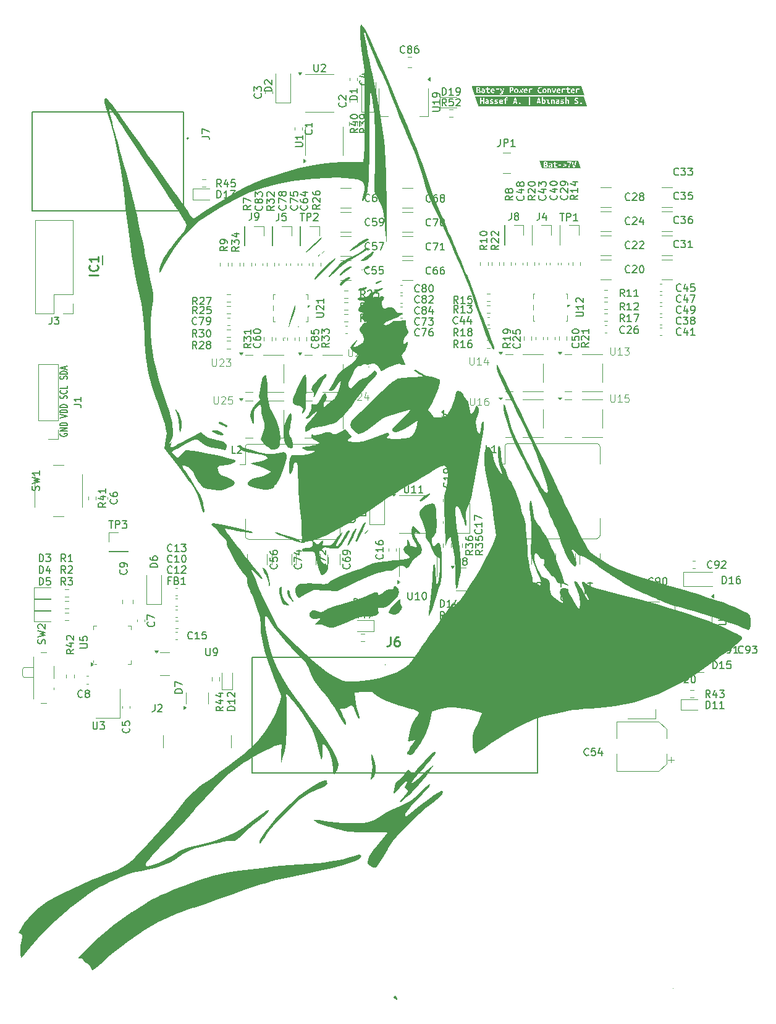
<source format=gbr>
%TF.GenerationSoftware,KiCad,Pcbnew,8.0.4*%
%TF.CreationDate,2025-01-13T22:40:44-07:00*%
%TF.ProjectId,Battery-Board,42617474-6572-4792-9d42-6f6172642e6b,rev?*%
%TF.SameCoordinates,Original*%
%TF.FileFunction,Legend,Top*%
%TF.FilePolarity,Positive*%
%FSLAX46Y46*%
G04 Gerber Fmt 4.6, Leading zero omitted, Abs format (unit mm)*
G04 Created by KiCad (PCBNEW 8.0.4) date 2025-01-13 22:40:44*
%MOMM*%
%LPD*%
G01*
G04 APERTURE LIST*
%ADD10C,0.150000*%
%ADD11C,0.100000*%
%ADD12C,0.254000*%
%ADD13C,0.120000*%
%ADD14C,0.000000*%
%ADD15C,0.200000*%
%ADD16C,0.127000*%
G04 APERTURE END LIST*
D10*
X174907142Y-80659580D02*
X174859523Y-80707200D01*
X174859523Y-80707200D02*
X174716666Y-80754819D01*
X174716666Y-80754819D02*
X174621428Y-80754819D01*
X174621428Y-80754819D02*
X174478571Y-80707200D01*
X174478571Y-80707200D02*
X174383333Y-80611961D01*
X174383333Y-80611961D02*
X174335714Y-80516723D01*
X174335714Y-80516723D02*
X174288095Y-80326247D01*
X174288095Y-80326247D02*
X174288095Y-80183390D01*
X174288095Y-80183390D02*
X174335714Y-79992914D01*
X174335714Y-79992914D02*
X174383333Y-79897676D01*
X174383333Y-79897676D02*
X174478571Y-79802438D01*
X174478571Y-79802438D02*
X174621428Y-79754819D01*
X174621428Y-79754819D02*
X174716666Y-79754819D01*
X174716666Y-79754819D02*
X174859523Y-79802438D01*
X174859523Y-79802438D02*
X174907142Y-79850057D01*
X175288095Y-79850057D02*
X175335714Y-79802438D01*
X175335714Y-79802438D02*
X175430952Y-79754819D01*
X175430952Y-79754819D02*
X175669047Y-79754819D01*
X175669047Y-79754819D02*
X175764285Y-79802438D01*
X175764285Y-79802438D02*
X175811904Y-79850057D01*
X175811904Y-79850057D02*
X175859523Y-79945295D01*
X175859523Y-79945295D02*
X175859523Y-80040533D01*
X175859523Y-80040533D02*
X175811904Y-80183390D01*
X175811904Y-80183390D02*
X175240476Y-80754819D01*
X175240476Y-80754819D02*
X175859523Y-80754819D01*
X176478571Y-79754819D02*
X176573809Y-79754819D01*
X176573809Y-79754819D02*
X176669047Y-79802438D01*
X176669047Y-79802438D02*
X176716666Y-79850057D01*
X176716666Y-79850057D02*
X176764285Y-79945295D01*
X176764285Y-79945295D02*
X176811904Y-80135771D01*
X176811904Y-80135771D02*
X176811904Y-80373866D01*
X176811904Y-80373866D02*
X176764285Y-80564342D01*
X176764285Y-80564342D02*
X176716666Y-80659580D01*
X176716666Y-80659580D02*
X176669047Y-80707200D01*
X176669047Y-80707200D02*
X176573809Y-80754819D01*
X176573809Y-80754819D02*
X176478571Y-80754819D01*
X176478571Y-80754819D02*
X176383333Y-80707200D01*
X176383333Y-80707200D02*
X176335714Y-80659580D01*
X176335714Y-80659580D02*
X176288095Y-80564342D01*
X176288095Y-80564342D02*
X176240476Y-80373866D01*
X176240476Y-80373866D02*
X176240476Y-80135771D01*
X176240476Y-80135771D02*
X176288095Y-79945295D01*
X176288095Y-79945295D02*
X176335714Y-79850057D01*
X176335714Y-79850057D02*
X176383333Y-79802438D01*
X176383333Y-79802438D02*
X176478571Y-79754819D01*
X138607142Y-88959580D02*
X138559523Y-89007200D01*
X138559523Y-89007200D02*
X138416666Y-89054819D01*
X138416666Y-89054819D02*
X138321428Y-89054819D01*
X138321428Y-89054819D02*
X138178571Y-89007200D01*
X138178571Y-89007200D02*
X138083333Y-88911961D01*
X138083333Y-88911961D02*
X138035714Y-88816723D01*
X138035714Y-88816723D02*
X137988095Y-88626247D01*
X137988095Y-88626247D02*
X137988095Y-88483390D01*
X137988095Y-88483390D02*
X138035714Y-88292914D01*
X138035714Y-88292914D02*
X138083333Y-88197676D01*
X138083333Y-88197676D02*
X138178571Y-88102438D01*
X138178571Y-88102438D02*
X138321428Y-88054819D01*
X138321428Y-88054819D02*
X138416666Y-88054819D01*
X138416666Y-88054819D02*
X138559523Y-88102438D01*
X138559523Y-88102438D02*
X138607142Y-88150057D01*
X139464285Y-88054819D02*
X139273809Y-88054819D01*
X139273809Y-88054819D02*
X139178571Y-88102438D01*
X139178571Y-88102438D02*
X139130952Y-88150057D01*
X139130952Y-88150057D02*
X139035714Y-88292914D01*
X139035714Y-88292914D02*
X138988095Y-88483390D01*
X138988095Y-88483390D02*
X138988095Y-88864342D01*
X138988095Y-88864342D02*
X139035714Y-88959580D01*
X139035714Y-88959580D02*
X139083333Y-89007200D01*
X139083333Y-89007200D02*
X139178571Y-89054819D01*
X139178571Y-89054819D02*
X139369047Y-89054819D01*
X139369047Y-89054819D02*
X139464285Y-89007200D01*
X139464285Y-89007200D02*
X139511904Y-88959580D01*
X139511904Y-88959580D02*
X139559523Y-88864342D01*
X139559523Y-88864342D02*
X139559523Y-88626247D01*
X139559523Y-88626247D02*
X139511904Y-88531009D01*
X139511904Y-88531009D02*
X139464285Y-88483390D01*
X139464285Y-88483390D02*
X139369047Y-88435771D01*
X139369047Y-88435771D02*
X139178571Y-88435771D01*
X139178571Y-88435771D02*
X139083333Y-88483390D01*
X139083333Y-88483390D02*
X139035714Y-88531009D01*
X139035714Y-88531009D02*
X138988095Y-88626247D01*
X140511904Y-89054819D02*
X139940476Y-89054819D01*
X140226190Y-89054819D02*
X140226190Y-88054819D01*
X140226190Y-88054819D02*
X140130952Y-88197676D01*
X140130952Y-88197676D02*
X140035714Y-88292914D01*
X140035714Y-88292914D02*
X139940476Y-88340533D01*
X135924580Y-57426666D02*
X135972200Y-57474285D01*
X135972200Y-57474285D02*
X136019819Y-57617142D01*
X136019819Y-57617142D02*
X136019819Y-57712380D01*
X136019819Y-57712380D02*
X135972200Y-57855237D01*
X135972200Y-57855237D02*
X135876961Y-57950475D01*
X135876961Y-57950475D02*
X135781723Y-57998094D01*
X135781723Y-57998094D02*
X135591247Y-58045713D01*
X135591247Y-58045713D02*
X135448390Y-58045713D01*
X135448390Y-58045713D02*
X135257914Y-57998094D01*
X135257914Y-57998094D02*
X135162676Y-57950475D01*
X135162676Y-57950475D02*
X135067438Y-57855237D01*
X135067438Y-57855237D02*
X135019819Y-57712380D01*
X135019819Y-57712380D02*
X135019819Y-57617142D01*
X135019819Y-57617142D02*
X135067438Y-57474285D01*
X135067438Y-57474285D02*
X135115057Y-57426666D01*
X135115057Y-57045713D02*
X135067438Y-56998094D01*
X135067438Y-56998094D02*
X135019819Y-56902856D01*
X135019819Y-56902856D02*
X135019819Y-56664761D01*
X135019819Y-56664761D02*
X135067438Y-56569523D01*
X135067438Y-56569523D02*
X135115057Y-56521904D01*
X135115057Y-56521904D02*
X135210295Y-56474285D01*
X135210295Y-56474285D02*
X135305533Y-56474285D01*
X135305533Y-56474285D02*
X135448390Y-56521904D01*
X135448390Y-56521904D02*
X136019819Y-57093332D01*
X136019819Y-57093332D02*
X136019819Y-56474285D01*
X167532069Y-86708094D02*
X168341592Y-86708094D01*
X168341592Y-86708094D02*
X168436830Y-86660475D01*
X168436830Y-86660475D02*
X168484450Y-86612856D01*
X168484450Y-86612856D02*
X168532069Y-86517618D01*
X168532069Y-86517618D02*
X168532069Y-86327142D01*
X168532069Y-86327142D02*
X168484450Y-86231904D01*
X168484450Y-86231904D02*
X168436830Y-86184285D01*
X168436830Y-86184285D02*
X168341592Y-86136666D01*
X168341592Y-86136666D02*
X167532069Y-86136666D01*
X168532069Y-85136666D02*
X168532069Y-85708094D01*
X168532069Y-85422380D02*
X167532069Y-85422380D01*
X167532069Y-85422380D02*
X167674926Y-85517618D01*
X167674926Y-85517618D02*
X167770164Y-85612856D01*
X167770164Y-85612856D02*
X167817783Y-85708094D01*
X167627307Y-84755713D02*
X167579688Y-84708094D01*
X167579688Y-84708094D02*
X167532069Y-84612856D01*
X167532069Y-84612856D02*
X167532069Y-84374761D01*
X167532069Y-84374761D02*
X167579688Y-84279523D01*
X167579688Y-84279523D02*
X167627307Y-84231904D01*
X167627307Y-84231904D02*
X167722545Y-84184285D01*
X167722545Y-84184285D02*
X167817783Y-84184285D01*
X167817783Y-84184285D02*
X167960640Y-84231904D01*
X167960640Y-84231904D02*
X168532069Y-84803332D01*
X168532069Y-84803332D02*
X168532069Y-84184285D01*
X146057142Y-84804580D02*
X146009523Y-84852200D01*
X146009523Y-84852200D02*
X145866666Y-84899819D01*
X145866666Y-84899819D02*
X145771428Y-84899819D01*
X145771428Y-84899819D02*
X145628571Y-84852200D01*
X145628571Y-84852200D02*
X145533333Y-84756961D01*
X145533333Y-84756961D02*
X145485714Y-84661723D01*
X145485714Y-84661723D02*
X145438095Y-84471247D01*
X145438095Y-84471247D02*
X145438095Y-84328390D01*
X145438095Y-84328390D02*
X145485714Y-84137914D01*
X145485714Y-84137914D02*
X145533333Y-84042676D01*
X145533333Y-84042676D02*
X145628571Y-83947438D01*
X145628571Y-83947438D02*
X145771428Y-83899819D01*
X145771428Y-83899819D02*
X145866666Y-83899819D01*
X145866666Y-83899819D02*
X146009523Y-83947438D01*
X146009523Y-83947438D02*
X146057142Y-83995057D01*
X146628571Y-84328390D02*
X146533333Y-84280771D01*
X146533333Y-84280771D02*
X146485714Y-84233152D01*
X146485714Y-84233152D02*
X146438095Y-84137914D01*
X146438095Y-84137914D02*
X146438095Y-84090295D01*
X146438095Y-84090295D02*
X146485714Y-83995057D01*
X146485714Y-83995057D02*
X146533333Y-83947438D01*
X146533333Y-83947438D02*
X146628571Y-83899819D01*
X146628571Y-83899819D02*
X146819047Y-83899819D01*
X146819047Y-83899819D02*
X146914285Y-83947438D01*
X146914285Y-83947438D02*
X146961904Y-83995057D01*
X146961904Y-83995057D02*
X147009523Y-84090295D01*
X147009523Y-84090295D02*
X147009523Y-84137914D01*
X147009523Y-84137914D02*
X146961904Y-84233152D01*
X146961904Y-84233152D02*
X146914285Y-84280771D01*
X146914285Y-84280771D02*
X146819047Y-84328390D01*
X146819047Y-84328390D02*
X146628571Y-84328390D01*
X146628571Y-84328390D02*
X146533333Y-84376009D01*
X146533333Y-84376009D02*
X146485714Y-84423628D01*
X146485714Y-84423628D02*
X146438095Y-84518866D01*
X146438095Y-84518866D02*
X146438095Y-84709342D01*
X146438095Y-84709342D02*
X146485714Y-84804580D01*
X146485714Y-84804580D02*
X146533333Y-84852200D01*
X146533333Y-84852200D02*
X146628571Y-84899819D01*
X146628571Y-84899819D02*
X146819047Y-84899819D01*
X146819047Y-84899819D02*
X146914285Y-84852200D01*
X146914285Y-84852200D02*
X146961904Y-84804580D01*
X146961904Y-84804580D02*
X147009523Y-84709342D01*
X147009523Y-84709342D02*
X147009523Y-84518866D01*
X147009523Y-84518866D02*
X146961904Y-84423628D01*
X146961904Y-84423628D02*
X146914285Y-84376009D01*
X146914285Y-84376009D02*
X146819047Y-84328390D01*
X147390476Y-83995057D02*
X147438095Y-83947438D01*
X147438095Y-83947438D02*
X147533333Y-83899819D01*
X147533333Y-83899819D02*
X147771428Y-83899819D01*
X147771428Y-83899819D02*
X147866666Y-83947438D01*
X147866666Y-83947438D02*
X147914285Y-83995057D01*
X147914285Y-83995057D02*
X147961904Y-84090295D01*
X147961904Y-84090295D02*
X147961904Y-84185533D01*
X147961904Y-84185533D02*
X147914285Y-84328390D01*
X147914285Y-84328390D02*
X147342857Y-84899819D01*
X147342857Y-84899819D02*
X147961904Y-84899819D01*
X130659580Y-71542857D02*
X130707200Y-71590476D01*
X130707200Y-71590476D02*
X130754819Y-71733333D01*
X130754819Y-71733333D02*
X130754819Y-71828571D01*
X130754819Y-71828571D02*
X130707200Y-71971428D01*
X130707200Y-71971428D02*
X130611961Y-72066666D01*
X130611961Y-72066666D02*
X130516723Y-72114285D01*
X130516723Y-72114285D02*
X130326247Y-72161904D01*
X130326247Y-72161904D02*
X130183390Y-72161904D01*
X130183390Y-72161904D02*
X129992914Y-72114285D01*
X129992914Y-72114285D02*
X129897676Y-72066666D01*
X129897676Y-72066666D02*
X129802438Y-71971428D01*
X129802438Y-71971428D02*
X129754819Y-71828571D01*
X129754819Y-71828571D02*
X129754819Y-71733333D01*
X129754819Y-71733333D02*
X129802438Y-71590476D01*
X129802438Y-71590476D02*
X129850057Y-71542857D01*
X129754819Y-70685714D02*
X129754819Y-70876190D01*
X129754819Y-70876190D02*
X129802438Y-70971428D01*
X129802438Y-70971428D02*
X129850057Y-71019047D01*
X129850057Y-71019047D02*
X129992914Y-71114285D01*
X129992914Y-71114285D02*
X130183390Y-71161904D01*
X130183390Y-71161904D02*
X130564342Y-71161904D01*
X130564342Y-71161904D02*
X130659580Y-71114285D01*
X130659580Y-71114285D02*
X130707200Y-71066666D01*
X130707200Y-71066666D02*
X130754819Y-70971428D01*
X130754819Y-70971428D02*
X130754819Y-70780952D01*
X130754819Y-70780952D02*
X130707200Y-70685714D01*
X130707200Y-70685714D02*
X130659580Y-70638095D01*
X130659580Y-70638095D02*
X130564342Y-70590476D01*
X130564342Y-70590476D02*
X130326247Y-70590476D01*
X130326247Y-70590476D02*
X130231009Y-70638095D01*
X130231009Y-70638095D02*
X130183390Y-70685714D01*
X130183390Y-70685714D02*
X130135771Y-70780952D01*
X130135771Y-70780952D02*
X130135771Y-70971428D01*
X130135771Y-70971428D02*
X130183390Y-71066666D01*
X130183390Y-71066666D02*
X130231009Y-71114285D01*
X130231009Y-71114285D02*
X130326247Y-71161904D01*
X130088152Y-69733333D02*
X130754819Y-69733333D01*
X129707200Y-69971428D02*
X130421485Y-70209523D01*
X130421485Y-70209523D02*
X130421485Y-69590476D01*
D11*
X136311905Y-91207419D02*
X136311905Y-92016942D01*
X136311905Y-92016942D02*
X136359524Y-92112180D01*
X136359524Y-92112180D02*
X136407143Y-92159800D01*
X136407143Y-92159800D02*
X136502381Y-92207419D01*
X136502381Y-92207419D02*
X136692857Y-92207419D01*
X136692857Y-92207419D02*
X136788095Y-92159800D01*
X136788095Y-92159800D02*
X136835714Y-92112180D01*
X136835714Y-92112180D02*
X136883333Y-92016942D01*
X136883333Y-92016942D02*
X136883333Y-91207419D01*
X137311905Y-91302657D02*
X137359524Y-91255038D01*
X137359524Y-91255038D02*
X137454762Y-91207419D01*
X137454762Y-91207419D02*
X137692857Y-91207419D01*
X137692857Y-91207419D02*
X137788095Y-91255038D01*
X137788095Y-91255038D02*
X137835714Y-91302657D01*
X137835714Y-91302657D02*
X137883333Y-91397895D01*
X137883333Y-91397895D02*
X137883333Y-91493133D01*
X137883333Y-91493133D02*
X137835714Y-91635990D01*
X137835714Y-91635990D02*
X137264286Y-92207419D01*
X137264286Y-92207419D02*
X137883333Y-92207419D01*
X138264286Y-91302657D02*
X138311905Y-91255038D01*
X138311905Y-91255038D02*
X138407143Y-91207419D01*
X138407143Y-91207419D02*
X138645238Y-91207419D01*
X138645238Y-91207419D02*
X138740476Y-91255038D01*
X138740476Y-91255038D02*
X138788095Y-91302657D01*
X138788095Y-91302657D02*
X138835714Y-91397895D01*
X138835714Y-91397895D02*
X138835714Y-91493133D01*
X138835714Y-91493133D02*
X138788095Y-91635990D01*
X138788095Y-91635990D02*
X138216667Y-92207419D01*
X138216667Y-92207419D02*
X138835714Y-92207419D01*
D10*
X156904819Y-76992857D02*
X156428628Y-77326190D01*
X156904819Y-77564285D02*
X155904819Y-77564285D01*
X155904819Y-77564285D02*
X155904819Y-77183333D01*
X155904819Y-77183333D02*
X155952438Y-77088095D01*
X155952438Y-77088095D02*
X156000057Y-77040476D01*
X156000057Y-77040476D02*
X156095295Y-76992857D01*
X156095295Y-76992857D02*
X156238152Y-76992857D01*
X156238152Y-76992857D02*
X156333390Y-77040476D01*
X156333390Y-77040476D02*
X156381009Y-77088095D01*
X156381009Y-77088095D02*
X156428628Y-77183333D01*
X156428628Y-77183333D02*
X156428628Y-77564285D01*
X156000057Y-76611904D02*
X155952438Y-76564285D01*
X155952438Y-76564285D02*
X155904819Y-76469047D01*
X155904819Y-76469047D02*
X155904819Y-76230952D01*
X155904819Y-76230952D02*
X155952438Y-76135714D01*
X155952438Y-76135714D02*
X156000057Y-76088095D01*
X156000057Y-76088095D02*
X156095295Y-76040476D01*
X156095295Y-76040476D02*
X156190533Y-76040476D01*
X156190533Y-76040476D02*
X156333390Y-76088095D01*
X156333390Y-76088095D02*
X156904819Y-76659523D01*
X156904819Y-76659523D02*
X156904819Y-76040476D01*
X156000057Y-75659523D02*
X155952438Y-75611904D01*
X155952438Y-75611904D02*
X155904819Y-75516666D01*
X155904819Y-75516666D02*
X155904819Y-75278571D01*
X155904819Y-75278571D02*
X155952438Y-75183333D01*
X155952438Y-75183333D02*
X156000057Y-75135714D01*
X156000057Y-75135714D02*
X156095295Y-75088095D01*
X156095295Y-75088095D02*
X156190533Y-75088095D01*
X156190533Y-75088095D02*
X156333390Y-75135714D01*
X156333390Y-75135714D02*
X156904819Y-75707142D01*
X156904819Y-75707142D02*
X156904819Y-75088095D01*
X122954819Y-71516666D02*
X122478628Y-71849999D01*
X122954819Y-72088094D02*
X121954819Y-72088094D01*
X121954819Y-72088094D02*
X121954819Y-71707142D01*
X121954819Y-71707142D02*
X122002438Y-71611904D01*
X122002438Y-71611904D02*
X122050057Y-71564285D01*
X122050057Y-71564285D02*
X122145295Y-71516666D01*
X122145295Y-71516666D02*
X122288152Y-71516666D01*
X122288152Y-71516666D02*
X122383390Y-71564285D01*
X122383390Y-71564285D02*
X122431009Y-71611904D01*
X122431009Y-71611904D02*
X122478628Y-71707142D01*
X122478628Y-71707142D02*
X122478628Y-72088094D01*
X121954819Y-71183332D02*
X121954819Y-70516666D01*
X121954819Y-70516666D02*
X122954819Y-70945237D01*
X154559580Y-115892857D02*
X154607200Y-115940476D01*
X154607200Y-115940476D02*
X154654819Y-116083333D01*
X154654819Y-116083333D02*
X154654819Y-116178571D01*
X154654819Y-116178571D02*
X154607200Y-116321428D01*
X154607200Y-116321428D02*
X154511961Y-116416666D01*
X154511961Y-116416666D02*
X154416723Y-116464285D01*
X154416723Y-116464285D02*
X154226247Y-116511904D01*
X154226247Y-116511904D02*
X154083390Y-116511904D01*
X154083390Y-116511904D02*
X153892914Y-116464285D01*
X153892914Y-116464285D02*
X153797676Y-116416666D01*
X153797676Y-116416666D02*
X153702438Y-116321428D01*
X153702438Y-116321428D02*
X153654819Y-116178571D01*
X153654819Y-116178571D02*
X153654819Y-116083333D01*
X153654819Y-116083333D02*
X153702438Y-115940476D01*
X153702438Y-115940476D02*
X153750057Y-115892857D01*
X154654819Y-114940476D02*
X154654819Y-115511904D01*
X154654819Y-115226190D02*
X153654819Y-115226190D01*
X153654819Y-115226190D02*
X153797676Y-115321428D01*
X153797676Y-115321428D02*
X153892914Y-115416666D01*
X153892914Y-115416666D02*
X153940533Y-115511904D01*
X153654819Y-114607142D02*
X153654819Y-113940476D01*
X153654819Y-113940476D02*
X154654819Y-114369047D01*
X158554819Y-90392857D02*
X158078628Y-90726190D01*
X158554819Y-90964285D02*
X157554819Y-90964285D01*
X157554819Y-90964285D02*
X157554819Y-90583333D01*
X157554819Y-90583333D02*
X157602438Y-90488095D01*
X157602438Y-90488095D02*
X157650057Y-90440476D01*
X157650057Y-90440476D02*
X157745295Y-90392857D01*
X157745295Y-90392857D02*
X157888152Y-90392857D01*
X157888152Y-90392857D02*
X157983390Y-90440476D01*
X157983390Y-90440476D02*
X158031009Y-90488095D01*
X158031009Y-90488095D02*
X158078628Y-90583333D01*
X158078628Y-90583333D02*
X158078628Y-90964285D01*
X158554819Y-89440476D02*
X158554819Y-90011904D01*
X158554819Y-89726190D02*
X157554819Y-89726190D01*
X157554819Y-89726190D02*
X157697676Y-89821428D01*
X157697676Y-89821428D02*
X157792914Y-89916666D01*
X157792914Y-89916666D02*
X157840533Y-90011904D01*
X158554819Y-88964285D02*
X158554819Y-88773809D01*
X158554819Y-88773809D02*
X158507200Y-88678571D01*
X158507200Y-88678571D02*
X158459580Y-88630952D01*
X158459580Y-88630952D02*
X158316723Y-88535714D01*
X158316723Y-88535714D02*
X158126247Y-88488095D01*
X158126247Y-88488095D02*
X157745295Y-88488095D01*
X157745295Y-88488095D02*
X157650057Y-88535714D01*
X157650057Y-88535714D02*
X157602438Y-88583333D01*
X157602438Y-88583333D02*
X157554819Y-88678571D01*
X157554819Y-88678571D02*
X157554819Y-88869047D01*
X157554819Y-88869047D02*
X157602438Y-88964285D01*
X157602438Y-88964285D02*
X157650057Y-89011904D01*
X157650057Y-89011904D02*
X157745295Y-89059523D01*
X157745295Y-89059523D02*
X157983390Y-89059523D01*
X157983390Y-89059523D02*
X158078628Y-89011904D01*
X158078628Y-89011904D02*
X158126247Y-88964285D01*
X158126247Y-88964285D02*
X158173866Y-88869047D01*
X158173866Y-88869047D02*
X158173866Y-88678571D01*
X158173866Y-88678571D02*
X158126247Y-88583333D01*
X158126247Y-88583333D02*
X158078628Y-88535714D01*
X158078628Y-88535714D02*
X157983390Y-88488095D01*
X112157142Y-121819580D02*
X112109523Y-121867200D01*
X112109523Y-121867200D02*
X111966666Y-121914819D01*
X111966666Y-121914819D02*
X111871428Y-121914819D01*
X111871428Y-121914819D02*
X111728571Y-121867200D01*
X111728571Y-121867200D02*
X111633333Y-121771961D01*
X111633333Y-121771961D02*
X111585714Y-121676723D01*
X111585714Y-121676723D02*
X111538095Y-121486247D01*
X111538095Y-121486247D02*
X111538095Y-121343390D01*
X111538095Y-121343390D02*
X111585714Y-121152914D01*
X111585714Y-121152914D02*
X111633333Y-121057676D01*
X111633333Y-121057676D02*
X111728571Y-120962438D01*
X111728571Y-120962438D02*
X111871428Y-120914819D01*
X111871428Y-120914819D02*
X111966666Y-120914819D01*
X111966666Y-120914819D02*
X112109523Y-120962438D01*
X112109523Y-120962438D02*
X112157142Y-121010057D01*
X113109523Y-121914819D02*
X112538095Y-121914819D01*
X112823809Y-121914819D02*
X112823809Y-120914819D01*
X112823809Y-120914819D02*
X112728571Y-121057676D01*
X112728571Y-121057676D02*
X112633333Y-121152914D01*
X112633333Y-121152914D02*
X112538095Y-121200533D01*
X113490476Y-121010057D02*
X113538095Y-120962438D01*
X113538095Y-120962438D02*
X113633333Y-120914819D01*
X113633333Y-120914819D02*
X113871428Y-120914819D01*
X113871428Y-120914819D02*
X113966666Y-120962438D01*
X113966666Y-120962438D02*
X114014285Y-121010057D01*
X114014285Y-121010057D02*
X114061904Y-121105295D01*
X114061904Y-121105295D02*
X114061904Y-121200533D01*
X114061904Y-121200533D02*
X114014285Y-121343390D01*
X114014285Y-121343390D02*
X113442857Y-121914819D01*
X113442857Y-121914819D02*
X114061904Y-121914819D01*
X113554819Y-138288094D02*
X112554819Y-138288094D01*
X112554819Y-138288094D02*
X112554819Y-138049999D01*
X112554819Y-138049999D02*
X112602438Y-137907142D01*
X112602438Y-137907142D02*
X112697676Y-137811904D01*
X112697676Y-137811904D02*
X112792914Y-137764285D01*
X112792914Y-137764285D02*
X112983390Y-137716666D01*
X112983390Y-137716666D02*
X113126247Y-137716666D01*
X113126247Y-137716666D02*
X113316723Y-137764285D01*
X113316723Y-137764285D02*
X113411961Y-137811904D01*
X113411961Y-137811904D02*
X113507200Y-137907142D01*
X113507200Y-137907142D02*
X113554819Y-138049999D01*
X113554819Y-138049999D02*
X113554819Y-138288094D01*
X112554819Y-137383332D02*
X112554819Y-136716666D01*
X112554819Y-136716666D02*
X113554819Y-137145237D01*
X120883333Y-105454819D02*
X120407143Y-105454819D01*
X120407143Y-105454819D02*
X120407143Y-104454819D01*
X121169048Y-104550057D02*
X121216667Y-104502438D01*
X121216667Y-104502438D02*
X121311905Y-104454819D01*
X121311905Y-104454819D02*
X121550000Y-104454819D01*
X121550000Y-104454819D02*
X121645238Y-104502438D01*
X121645238Y-104502438D02*
X121692857Y-104550057D01*
X121692857Y-104550057D02*
X121740476Y-104645295D01*
X121740476Y-104645295D02*
X121740476Y-104740533D01*
X121740476Y-104740533D02*
X121692857Y-104883390D01*
X121692857Y-104883390D02*
X121121429Y-105454819D01*
X121121429Y-105454819D02*
X121740476Y-105454819D01*
D11*
X136561905Y-97157419D02*
X136561905Y-97966942D01*
X136561905Y-97966942D02*
X136609524Y-98062180D01*
X136609524Y-98062180D02*
X136657143Y-98109800D01*
X136657143Y-98109800D02*
X136752381Y-98157419D01*
X136752381Y-98157419D02*
X136942857Y-98157419D01*
X136942857Y-98157419D02*
X137038095Y-98109800D01*
X137038095Y-98109800D02*
X137085714Y-98062180D01*
X137085714Y-98062180D02*
X137133333Y-97966942D01*
X137133333Y-97966942D02*
X137133333Y-97157419D01*
X137561905Y-97252657D02*
X137609524Y-97205038D01*
X137609524Y-97205038D02*
X137704762Y-97157419D01*
X137704762Y-97157419D02*
X137942857Y-97157419D01*
X137942857Y-97157419D02*
X138038095Y-97205038D01*
X138038095Y-97205038D02*
X138085714Y-97252657D01*
X138085714Y-97252657D02*
X138133333Y-97347895D01*
X138133333Y-97347895D02*
X138133333Y-97443133D01*
X138133333Y-97443133D02*
X138085714Y-97585990D01*
X138085714Y-97585990D02*
X137514286Y-98157419D01*
X137514286Y-98157419D02*
X138133333Y-98157419D01*
X138990476Y-97490752D02*
X138990476Y-98157419D01*
X138752381Y-97109800D02*
X138514286Y-97824085D01*
X138514286Y-97824085D02*
X139133333Y-97824085D01*
D10*
X147607142Y-77559580D02*
X147559523Y-77607200D01*
X147559523Y-77607200D02*
X147416666Y-77654819D01*
X147416666Y-77654819D02*
X147321428Y-77654819D01*
X147321428Y-77654819D02*
X147178571Y-77607200D01*
X147178571Y-77607200D02*
X147083333Y-77511961D01*
X147083333Y-77511961D02*
X147035714Y-77416723D01*
X147035714Y-77416723D02*
X146988095Y-77226247D01*
X146988095Y-77226247D02*
X146988095Y-77083390D01*
X146988095Y-77083390D02*
X147035714Y-76892914D01*
X147035714Y-76892914D02*
X147083333Y-76797676D01*
X147083333Y-76797676D02*
X147178571Y-76702438D01*
X147178571Y-76702438D02*
X147321428Y-76654819D01*
X147321428Y-76654819D02*
X147416666Y-76654819D01*
X147416666Y-76654819D02*
X147559523Y-76702438D01*
X147559523Y-76702438D02*
X147607142Y-76750057D01*
X147940476Y-76654819D02*
X148607142Y-76654819D01*
X148607142Y-76654819D02*
X148178571Y-77654819D01*
X149511904Y-77654819D02*
X148940476Y-77654819D01*
X149226190Y-77654819D02*
X149226190Y-76654819D01*
X149226190Y-76654819D02*
X149130952Y-76797676D01*
X149130952Y-76797676D02*
X149035714Y-76892914D01*
X149035714Y-76892914D02*
X148940476Y-76940533D01*
X124209580Y-90392857D02*
X124257200Y-90440476D01*
X124257200Y-90440476D02*
X124304819Y-90583333D01*
X124304819Y-90583333D02*
X124304819Y-90678571D01*
X124304819Y-90678571D02*
X124257200Y-90821428D01*
X124257200Y-90821428D02*
X124161961Y-90916666D01*
X124161961Y-90916666D02*
X124066723Y-90964285D01*
X124066723Y-90964285D02*
X123876247Y-91011904D01*
X123876247Y-91011904D02*
X123733390Y-91011904D01*
X123733390Y-91011904D02*
X123542914Y-90964285D01*
X123542914Y-90964285D02*
X123447676Y-90916666D01*
X123447676Y-90916666D02*
X123352438Y-90821428D01*
X123352438Y-90821428D02*
X123304819Y-90678571D01*
X123304819Y-90678571D02*
X123304819Y-90583333D01*
X123304819Y-90583333D02*
X123352438Y-90440476D01*
X123352438Y-90440476D02*
X123400057Y-90392857D01*
X123304819Y-89535714D02*
X123304819Y-89726190D01*
X123304819Y-89726190D02*
X123352438Y-89821428D01*
X123352438Y-89821428D02*
X123400057Y-89869047D01*
X123400057Y-89869047D02*
X123542914Y-89964285D01*
X123542914Y-89964285D02*
X123733390Y-90011904D01*
X123733390Y-90011904D02*
X124114342Y-90011904D01*
X124114342Y-90011904D02*
X124209580Y-89964285D01*
X124209580Y-89964285D02*
X124257200Y-89916666D01*
X124257200Y-89916666D02*
X124304819Y-89821428D01*
X124304819Y-89821428D02*
X124304819Y-89630952D01*
X124304819Y-89630952D02*
X124257200Y-89535714D01*
X124257200Y-89535714D02*
X124209580Y-89488095D01*
X124209580Y-89488095D02*
X124114342Y-89440476D01*
X124114342Y-89440476D02*
X123876247Y-89440476D01*
X123876247Y-89440476D02*
X123781009Y-89488095D01*
X123781009Y-89488095D02*
X123733390Y-89535714D01*
X123733390Y-89535714D02*
X123685771Y-89630952D01*
X123685771Y-89630952D02*
X123685771Y-89821428D01*
X123685771Y-89821428D02*
X123733390Y-89916666D01*
X123733390Y-89916666D02*
X123781009Y-89964285D01*
X123781009Y-89964285D02*
X123876247Y-90011904D01*
X123304819Y-88821428D02*
X123304819Y-88726190D01*
X123304819Y-88726190D02*
X123352438Y-88630952D01*
X123352438Y-88630952D02*
X123400057Y-88583333D01*
X123400057Y-88583333D02*
X123495295Y-88535714D01*
X123495295Y-88535714D02*
X123685771Y-88488095D01*
X123685771Y-88488095D02*
X123923866Y-88488095D01*
X123923866Y-88488095D02*
X124114342Y-88535714D01*
X124114342Y-88535714D02*
X124209580Y-88583333D01*
X124209580Y-88583333D02*
X124257200Y-88630952D01*
X124257200Y-88630952D02*
X124304819Y-88726190D01*
X124304819Y-88726190D02*
X124304819Y-88821428D01*
X124304819Y-88821428D02*
X124257200Y-88916666D01*
X124257200Y-88916666D02*
X124209580Y-88964285D01*
X124209580Y-88964285D02*
X124114342Y-89011904D01*
X124114342Y-89011904D02*
X123923866Y-89059523D01*
X123923866Y-89059523D02*
X123685771Y-89059523D01*
X123685771Y-89059523D02*
X123495295Y-89011904D01*
X123495295Y-89011904D02*
X123400057Y-88964285D01*
X123400057Y-88964285D02*
X123352438Y-88916666D01*
X123352438Y-88916666D02*
X123304819Y-88821428D01*
X137549819Y-57083094D02*
X136549819Y-57083094D01*
X136549819Y-57083094D02*
X136549819Y-56844999D01*
X136549819Y-56844999D02*
X136597438Y-56702142D01*
X136597438Y-56702142D02*
X136692676Y-56606904D01*
X136692676Y-56606904D02*
X136787914Y-56559285D01*
X136787914Y-56559285D02*
X136978390Y-56511666D01*
X136978390Y-56511666D02*
X137121247Y-56511666D01*
X137121247Y-56511666D02*
X137311723Y-56559285D01*
X137311723Y-56559285D02*
X137406961Y-56606904D01*
X137406961Y-56606904D02*
X137502200Y-56702142D01*
X137502200Y-56702142D02*
X137549819Y-56844999D01*
X137549819Y-56844999D02*
X137549819Y-57083094D01*
X137549819Y-55559285D02*
X137549819Y-56130713D01*
X137549819Y-55844999D02*
X136549819Y-55844999D01*
X136549819Y-55844999D02*
X136692676Y-55940237D01*
X136692676Y-55940237D02*
X136787914Y-56035475D01*
X136787914Y-56035475D02*
X136835533Y-56130713D01*
X114957142Y-130809580D02*
X114909523Y-130857200D01*
X114909523Y-130857200D02*
X114766666Y-130904819D01*
X114766666Y-130904819D02*
X114671428Y-130904819D01*
X114671428Y-130904819D02*
X114528571Y-130857200D01*
X114528571Y-130857200D02*
X114433333Y-130761961D01*
X114433333Y-130761961D02*
X114385714Y-130666723D01*
X114385714Y-130666723D02*
X114338095Y-130476247D01*
X114338095Y-130476247D02*
X114338095Y-130333390D01*
X114338095Y-130333390D02*
X114385714Y-130142914D01*
X114385714Y-130142914D02*
X114433333Y-130047676D01*
X114433333Y-130047676D02*
X114528571Y-129952438D01*
X114528571Y-129952438D02*
X114671428Y-129904819D01*
X114671428Y-129904819D02*
X114766666Y-129904819D01*
X114766666Y-129904819D02*
X114909523Y-129952438D01*
X114909523Y-129952438D02*
X114957142Y-130000057D01*
X115909523Y-130904819D02*
X115338095Y-130904819D01*
X115623809Y-130904819D02*
X115623809Y-129904819D01*
X115623809Y-129904819D02*
X115528571Y-130047676D01*
X115528571Y-130047676D02*
X115433333Y-130142914D01*
X115433333Y-130142914D02*
X115338095Y-130190533D01*
X116814285Y-129904819D02*
X116338095Y-129904819D01*
X116338095Y-129904819D02*
X116290476Y-130381009D01*
X116290476Y-130381009D02*
X116338095Y-130333390D01*
X116338095Y-130333390D02*
X116433333Y-130285771D01*
X116433333Y-130285771D02*
X116671428Y-130285771D01*
X116671428Y-130285771D02*
X116766666Y-130333390D01*
X116766666Y-130333390D02*
X116814285Y-130381009D01*
X116814285Y-130381009D02*
X116861904Y-130476247D01*
X116861904Y-130476247D02*
X116861904Y-130714342D01*
X116861904Y-130714342D02*
X116814285Y-130809580D01*
X116814285Y-130809580D02*
X116766666Y-130857200D01*
X116766666Y-130857200D02*
X116671428Y-130904819D01*
X116671428Y-130904819D02*
X116433333Y-130904819D01*
X116433333Y-130904819D02*
X116338095Y-130857200D01*
X116338095Y-130857200D02*
X116290476Y-130809580D01*
X174907142Y-77359580D02*
X174859523Y-77407200D01*
X174859523Y-77407200D02*
X174716666Y-77454819D01*
X174716666Y-77454819D02*
X174621428Y-77454819D01*
X174621428Y-77454819D02*
X174478571Y-77407200D01*
X174478571Y-77407200D02*
X174383333Y-77311961D01*
X174383333Y-77311961D02*
X174335714Y-77216723D01*
X174335714Y-77216723D02*
X174288095Y-77026247D01*
X174288095Y-77026247D02*
X174288095Y-76883390D01*
X174288095Y-76883390D02*
X174335714Y-76692914D01*
X174335714Y-76692914D02*
X174383333Y-76597676D01*
X174383333Y-76597676D02*
X174478571Y-76502438D01*
X174478571Y-76502438D02*
X174621428Y-76454819D01*
X174621428Y-76454819D02*
X174716666Y-76454819D01*
X174716666Y-76454819D02*
X174859523Y-76502438D01*
X174859523Y-76502438D02*
X174907142Y-76550057D01*
X175288095Y-76550057D02*
X175335714Y-76502438D01*
X175335714Y-76502438D02*
X175430952Y-76454819D01*
X175430952Y-76454819D02*
X175669047Y-76454819D01*
X175669047Y-76454819D02*
X175764285Y-76502438D01*
X175764285Y-76502438D02*
X175811904Y-76550057D01*
X175811904Y-76550057D02*
X175859523Y-76645295D01*
X175859523Y-76645295D02*
X175859523Y-76740533D01*
X175859523Y-76740533D02*
X175811904Y-76883390D01*
X175811904Y-76883390D02*
X175240476Y-77454819D01*
X175240476Y-77454819D02*
X175859523Y-77454819D01*
X176240476Y-76550057D02*
X176288095Y-76502438D01*
X176288095Y-76502438D02*
X176383333Y-76454819D01*
X176383333Y-76454819D02*
X176621428Y-76454819D01*
X176621428Y-76454819D02*
X176716666Y-76502438D01*
X176716666Y-76502438D02*
X176764285Y-76550057D01*
X176764285Y-76550057D02*
X176811904Y-76645295D01*
X176811904Y-76645295D02*
X176811904Y-76740533D01*
X176811904Y-76740533D02*
X176764285Y-76883390D01*
X176764285Y-76883390D02*
X176192857Y-77454819D01*
X176192857Y-77454819D02*
X176811904Y-77454819D01*
X146057142Y-86307080D02*
X146009523Y-86354700D01*
X146009523Y-86354700D02*
X145866666Y-86402319D01*
X145866666Y-86402319D02*
X145771428Y-86402319D01*
X145771428Y-86402319D02*
X145628571Y-86354700D01*
X145628571Y-86354700D02*
X145533333Y-86259461D01*
X145533333Y-86259461D02*
X145485714Y-86164223D01*
X145485714Y-86164223D02*
X145438095Y-85973747D01*
X145438095Y-85973747D02*
X145438095Y-85830890D01*
X145438095Y-85830890D02*
X145485714Y-85640414D01*
X145485714Y-85640414D02*
X145533333Y-85545176D01*
X145533333Y-85545176D02*
X145628571Y-85449938D01*
X145628571Y-85449938D02*
X145771428Y-85402319D01*
X145771428Y-85402319D02*
X145866666Y-85402319D01*
X145866666Y-85402319D02*
X146009523Y-85449938D01*
X146009523Y-85449938D02*
X146057142Y-85497557D01*
X146628571Y-85830890D02*
X146533333Y-85783271D01*
X146533333Y-85783271D02*
X146485714Y-85735652D01*
X146485714Y-85735652D02*
X146438095Y-85640414D01*
X146438095Y-85640414D02*
X146438095Y-85592795D01*
X146438095Y-85592795D02*
X146485714Y-85497557D01*
X146485714Y-85497557D02*
X146533333Y-85449938D01*
X146533333Y-85449938D02*
X146628571Y-85402319D01*
X146628571Y-85402319D02*
X146819047Y-85402319D01*
X146819047Y-85402319D02*
X146914285Y-85449938D01*
X146914285Y-85449938D02*
X146961904Y-85497557D01*
X146961904Y-85497557D02*
X147009523Y-85592795D01*
X147009523Y-85592795D02*
X147009523Y-85640414D01*
X147009523Y-85640414D02*
X146961904Y-85735652D01*
X146961904Y-85735652D02*
X146914285Y-85783271D01*
X146914285Y-85783271D02*
X146819047Y-85830890D01*
X146819047Y-85830890D02*
X146628571Y-85830890D01*
X146628571Y-85830890D02*
X146533333Y-85878509D01*
X146533333Y-85878509D02*
X146485714Y-85926128D01*
X146485714Y-85926128D02*
X146438095Y-86021366D01*
X146438095Y-86021366D02*
X146438095Y-86211842D01*
X146438095Y-86211842D02*
X146485714Y-86307080D01*
X146485714Y-86307080D02*
X146533333Y-86354700D01*
X146533333Y-86354700D02*
X146628571Y-86402319D01*
X146628571Y-86402319D02*
X146819047Y-86402319D01*
X146819047Y-86402319D02*
X146914285Y-86354700D01*
X146914285Y-86354700D02*
X146961904Y-86307080D01*
X146961904Y-86307080D02*
X147009523Y-86211842D01*
X147009523Y-86211842D02*
X147009523Y-86021366D01*
X147009523Y-86021366D02*
X146961904Y-85926128D01*
X146961904Y-85926128D02*
X146914285Y-85878509D01*
X146914285Y-85878509D02*
X146819047Y-85830890D01*
X147866666Y-85735652D02*
X147866666Y-86402319D01*
X147628571Y-85354700D02*
X147390476Y-86068985D01*
X147390476Y-86068985D02*
X148009523Y-86068985D01*
X164859580Y-70142857D02*
X164907200Y-70190476D01*
X164907200Y-70190476D02*
X164954819Y-70333333D01*
X164954819Y-70333333D02*
X164954819Y-70428571D01*
X164954819Y-70428571D02*
X164907200Y-70571428D01*
X164907200Y-70571428D02*
X164811961Y-70666666D01*
X164811961Y-70666666D02*
X164716723Y-70714285D01*
X164716723Y-70714285D02*
X164526247Y-70761904D01*
X164526247Y-70761904D02*
X164383390Y-70761904D01*
X164383390Y-70761904D02*
X164192914Y-70714285D01*
X164192914Y-70714285D02*
X164097676Y-70666666D01*
X164097676Y-70666666D02*
X164002438Y-70571428D01*
X164002438Y-70571428D02*
X163954819Y-70428571D01*
X163954819Y-70428571D02*
X163954819Y-70333333D01*
X163954819Y-70333333D02*
X164002438Y-70190476D01*
X164002438Y-70190476D02*
X164050057Y-70142857D01*
X164288152Y-69285714D02*
X164954819Y-69285714D01*
X163907200Y-69523809D02*
X164621485Y-69761904D01*
X164621485Y-69761904D02*
X164621485Y-69142857D01*
X163954819Y-68571428D02*
X163954819Y-68476190D01*
X163954819Y-68476190D02*
X164002438Y-68380952D01*
X164002438Y-68380952D02*
X164050057Y-68333333D01*
X164050057Y-68333333D02*
X164145295Y-68285714D01*
X164145295Y-68285714D02*
X164335771Y-68238095D01*
X164335771Y-68238095D02*
X164573866Y-68238095D01*
X164573866Y-68238095D02*
X164764342Y-68285714D01*
X164764342Y-68285714D02*
X164859580Y-68333333D01*
X164859580Y-68333333D02*
X164907200Y-68380952D01*
X164907200Y-68380952D02*
X164954819Y-68476190D01*
X164954819Y-68476190D02*
X164954819Y-68571428D01*
X164954819Y-68571428D02*
X164907200Y-68666666D01*
X164907200Y-68666666D02*
X164859580Y-68714285D01*
X164859580Y-68714285D02*
X164764342Y-68761904D01*
X164764342Y-68761904D02*
X164573866Y-68809523D01*
X164573866Y-68809523D02*
X164335771Y-68809523D01*
X164335771Y-68809523D02*
X164145295Y-68761904D01*
X164145295Y-68761904D02*
X164050057Y-68714285D01*
X164050057Y-68714285D02*
X164002438Y-68666666D01*
X164002438Y-68666666D02*
X163954819Y-68571428D01*
X181577142Y-70609580D02*
X181529523Y-70657200D01*
X181529523Y-70657200D02*
X181386666Y-70704819D01*
X181386666Y-70704819D02*
X181291428Y-70704819D01*
X181291428Y-70704819D02*
X181148571Y-70657200D01*
X181148571Y-70657200D02*
X181053333Y-70561961D01*
X181053333Y-70561961D02*
X181005714Y-70466723D01*
X181005714Y-70466723D02*
X180958095Y-70276247D01*
X180958095Y-70276247D02*
X180958095Y-70133390D01*
X180958095Y-70133390D02*
X181005714Y-69942914D01*
X181005714Y-69942914D02*
X181053333Y-69847676D01*
X181053333Y-69847676D02*
X181148571Y-69752438D01*
X181148571Y-69752438D02*
X181291428Y-69704819D01*
X181291428Y-69704819D02*
X181386666Y-69704819D01*
X181386666Y-69704819D02*
X181529523Y-69752438D01*
X181529523Y-69752438D02*
X181577142Y-69800057D01*
X181910476Y-69704819D02*
X182529523Y-69704819D01*
X182529523Y-69704819D02*
X182196190Y-70085771D01*
X182196190Y-70085771D02*
X182339047Y-70085771D01*
X182339047Y-70085771D02*
X182434285Y-70133390D01*
X182434285Y-70133390D02*
X182481904Y-70181009D01*
X182481904Y-70181009D02*
X182529523Y-70276247D01*
X182529523Y-70276247D02*
X182529523Y-70514342D01*
X182529523Y-70514342D02*
X182481904Y-70609580D01*
X182481904Y-70609580D02*
X182434285Y-70657200D01*
X182434285Y-70657200D02*
X182339047Y-70704819D01*
X182339047Y-70704819D02*
X182053333Y-70704819D01*
X182053333Y-70704819D02*
X181958095Y-70657200D01*
X181958095Y-70657200D02*
X181910476Y-70609580D01*
X183434285Y-69704819D02*
X182958095Y-69704819D01*
X182958095Y-69704819D02*
X182910476Y-70181009D01*
X182910476Y-70181009D02*
X182958095Y-70133390D01*
X182958095Y-70133390D02*
X183053333Y-70085771D01*
X183053333Y-70085771D02*
X183291428Y-70085771D01*
X183291428Y-70085771D02*
X183386666Y-70133390D01*
X183386666Y-70133390D02*
X183434285Y-70181009D01*
X183434285Y-70181009D02*
X183481904Y-70276247D01*
X183481904Y-70276247D02*
X183481904Y-70514342D01*
X183481904Y-70514342D02*
X183434285Y-70609580D01*
X183434285Y-70609580D02*
X183386666Y-70657200D01*
X183386666Y-70657200D02*
X183291428Y-70704819D01*
X183291428Y-70704819D02*
X183053333Y-70704819D01*
X183053333Y-70704819D02*
X182958095Y-70657200D01*
X182958095Y-70657200D02*
X182910476Y-70609580D01*
X152404819Y-109738094D02*
X151404819Y-109738094D01*
X151404819Y-109738094D02*
X151404819Y-109499999D01*
X151404819Y-109499999D02*
X151452438Y-109357142D01*
X151452438Y-109357142D02*
X151547676Y-109261904D01*
X151547676Y-109261904D02*
X151642914Y-109214285D01*
X151642914Y-109214285D02*
X151833390Y-109166666D01*
X151833390Y-109166666D02*
X151976247Y-109166666D01*
X151976247Y-109166666D02*
X152166723Y-109214285D01*
X152166723Y-109214285D02*
X152261961Y-109261904D01*
X152261961Y-109261904D02*
X152357200Y-109357142D01*
X152357200Y-109357142D02*
X152404819Y-109499999D01*
X152404819Y-109499999D02*
X152404819Y-109738094D01*
X152404819Y-108690475D02*
X152404819Y-108499999D01*
X152404819Y-108499999D02*
X152357200Y-108404761D01*
X152357200Y-108404761D02*
X152309580Y-108357142D01*
X152309580Y-108357142D02*
X152166723Y-108261904D01*
X152166723Y-108261904D02*
X151976247Y-108214285D01*
X151976247Y-108214285D02*
X151595295Y-108214285D01*
X151595295Y-108214285D02*
X151500057Y-108261904D01*
X151500057Y-108261904D02*
X151452438Y-108309523D01*
X151452438Y-108309523D02*
X151404819Y-108404761D01*
X151404819Y-108404761D02*
X151404819Y-108595237D01*
X151404819Y-108595237D02*
X151452438Y-108690475D01*
X151452438Y-108690475D02*
X151500057Y-108738094D01*
X151500057Y-108738094D02*
X151595295Y-108785713D01*
X151595295Y-108785713D02*
X151833390Y-108785713D01*
X151833390Y-108785713D02*
X151928628Y-108738094D01*
X151928628Y-108738094D02*
X151976247Y-108690475D01*
X151976247Y-108690475D02*
X152023866Y-108595237D01*
X152023866Y-108595237D02*
X152023866Y-108404761D01*
X152023866Y-108404761D02*
X151976247Y-108309523D01*
X151976247Y-108309523D02*
X151928628Y-108261904D01*
X151928628Y-108261904D02*
X151833390Y-108214285D01*
X112157142Y-120309580D02*
X112109523Y-120357200D01*
X112109523Y-120357200D02*
X111966666Y-120404819D01*
X111966666Y-120404819D02*
X111871428Y-120404819D01*
X111871428Y-120404819D02*
X111728571Y-120357200D01*
X111728571Y-120357200D02*
X111633333Y-120261961D01*
X111633333Y-120261961D02*
X111585714Y-120166723D01*
X111585714Y-120166723D02*
X111538095Y-119976247D01*
X111538095Y-119976247D02*
X111538095Y-119833390D01*
X111538095Y-119833390D02*
X111585714Y-119642914D01*
X111585714Y-119642914D02*
X111633333Y-119547676D01*
X111633333Y-119547676D02*
X111728571Y-119452438D01*
X111728571Y-119452438D02*
X111871428Y-119404819D01*
X111871428Y-119404819D02*
X111966666Y-119404819D01*
X111966666Y-119404819D02*
X112109523Y-119452438D01*
X112109523Y-119452438D02*
X112157142Y-119500057D01*
X113109523Y-120404819D02*
X112538095Y-120404819D01*
X112823809Y-120404819D02*
X112823809Y-119404819D01*
X112823809Y-119404819D02*
X112728571Y-119547676D01*
X112728571Y-119547676D02*
X112633333Y-119642914D01*
X112633333Y-119642914D02*
X112538095Y-119690533D01*
X113728571Y-119404819D02*
X113823809Y-119404819D01*
X113823809Y-119404819D02*
X113919047Y-119452438D01*
X113919047Y-119452438D02*
X113966666Y-119500057D01*
X113966666Y-119500057D02*
X114014285Y-119595295D01*
X114014285Y-119595295D02*
X114061904Y-119785771D01*
X114061904Y-119785771D02*
X114061904Y-120023866D01*
X114061904Y-120023866D02*
X114014285Y-120214342D01*
X114014285Y-120214342D02*
X113966666Y-120309580D01*
X113966666Y-120309580D02*
X113919047Y-120357200D01*
X113919047Y-120357200D02*
X113823809Y-120404819D01*
X113823809Y-120404819D02*
X113728571Y-120404819D01*
X113728571Y-120404819D02*
X113633333Y-120357200D01*
X113633333Y-120357200D02*
X113585714Y-120309580D01*
X113585714Y-120309580D02*
X113538095Y-120214342D01*
X113538095Y-120214342D02*
X113490476Y-120023866D01*
X113490476Y-120023866D02*
X113490476Y-119785771D01*
X113490476Y-119785771D02*
X113538095Y-119595295D01*
X113538095Y-119595295D02*
X113585714Y-119500057D01*
X113585714Y-119500057D02*
X113633333Y-119452438D01*
X113633333Y-119452438D02*
X113728571Y-119404819D01*
X154754819Y-118742857D02*
X154278628Y-119076190D01*
X154754819Y-119314285D02*
X153754819Y-119314285D01*
X153754819Y-119314285D02*
X153754819Y-118933333D01*
X153754819Y-118933333D02*
X153802438Y-118838095D01*
X153802438Y-118838095D02*
X153850057Y-118790476D01*
X153850057Y-118790476D02*
X153945295Y-118742857D01*
X153945295Y-118742857D02*
X154088152Y-118742857D01*
X154088152Y-118742857D02*
X154183390Y-118790476D01*
X154183390Y-118790476D02*
X154231009Y-118838095D01*
X154231009Y-118838095D02*
X154278628Y-118933333D01*
X154278628Y-118933333D02*
X154278628Y-119314285D01*
X153754819Y-118409523D02*
X153754819Y-117790476D01*
X153754819Y-117790476D02*
X154135771Y-118123809D01*
X154135771Y-118123809D02*
X154135771Y-117980952D01*
X154135771Y-117980952D02*
X154183390Y-117885714D01*
X154183390Y-117885714D02*
X154231009Y-117838095D01*
X154231009Y-117838095D02*
X154326247Y-117790476D01*
X154326247Y-117790476D02*
X154564342Y-117790476D01*
X154564342Y-117790476D02*
X154659580Y-117838095D01*
X154659580Y-117838095D02*
X154707200Y-117885714D01*
X154707200Y-117885714D02*
X154754819Y-117980952D01*
X154754819Y-117980952D02*
X154754819Y-118266666D01*
X154754819Y-118266666D02*
X154707200Y-118361904D01*
X154707200Y-118361904D02*
X154659580Y-118409523D01*
X153754819Y-116885714D02*
X153754819Y-117361904D01*
X153754819Y-117361904D02*
X154231009Y-117409523D01*
X154231009Y-117409523D02*
X154183390Y-117361904D01*
X154183390Y-117361904D02*
X154135771Y-117266666D01*
X154135771Y-117266666D02*
X154135771Y-117028571D01*
X154135771Y-117028571D02*
X154183390Y-116933333D01*
X154183390Y-116933333D02*
X154231009Y-116885714D01*
X154231009Y-116885714D02*
X154326247Y-116838095D01*
X154326247Y-116838095D02*
X154564342Y-116838095D01*
X154564342Y-116838095D02*
X154659580Y-116885714D01*
X154659580Y-116885714D02*
X154707200Y-116933333D01*
X154707200Y-116933333D02*
X154754819Y-117028571D01*
X154754819Y-117028571D02*
X154754819Y-117266666D01*
X154754819Y-117266666D02*
X154707200Y-117361904D01*
X154707200Y-117361904D02*
X154659580Y-117409523D01*
X99883333Y-138809580D02*
X99835714Y-138857200D01*
X99835714Y-138857200D02*
X99692857Y-138904819D01*
X99692857Y-138904819D02*
X99597619Y-138904819D01*
X99597619Y-138904819D02*
X99454762Y-138857200D01*
X99454762Y-138857200D02*
X99359524Y-138761961D01*
X99359524Y-138761961D02*
X99311905Y-138666723D01*
X99311905Y-138666723D02*
X99264286Y-138476247D01*
X99264286Y-138476247D02*
X99264286Y-138333390D01*
X99264286Y-138333390D02*
X99311905Y-138142914D01*
X99311905Y-138142914D02*
X99359524Y-138047676D01*
X99359524Y-138047676D02*
X99454762Y-137952438D01*
X99454762Y-137952438D02*
X99597619Y-137904819D01*
X99597619Y-137904819D02*
X99692857Y-137904819D01*
X99692857Y-137904819D02*
X99835714Y-137952438D01*
X99835714Y-137952438D02*
X99883333Y-138000057D01*
X100454762Y-138333390D02*
X100359524Y-138285771D01*
X100359524Y-138285771D02*
X100311905Y-138238152D01*
X100311905Y-138238152D02*
X100264286Y-138142914D01*
X100264286Y-138142914D02*
X100264286Y-138095295D01*
X100264286Y-138095295D02*
X100311905Y-138000057D01*
X100311905Y-138000057D02*
X100359524Y-137952438D01*
X100359524Y-137952438D02*
X100454762Y-137904819D01*
X100454762Y-137904819D02*
X100645238Y-137904819D01*
X100645238Y-137904819D02*
X100740476Y-137952438D01*
X100740476Y-137952438D02*
X100788095Y-138000057D01*
X100788095Y-138000057D02*
X100835714Y-138095295D01*
X100835714Y-138095295D02*
X100835714Y-138142914D01*
X100835714Y-138142914D02*
X100788095Y-138238152D01*
X100788095Y-138238152D02*
X100740476Y-138285771D01*
X100740476Y-138285771D02*
X100645238Y-138333390D01*
X100645238Y-138333390D02*
X100454762Y-138333390D01*
X100454762Y-138333390D02*
X100359524Y-138381009D01*
X100359524Y-138381009D02*
X100311905Y-138428628D01*
X100311905Y-138428628D02*
X100264286Y-138523866D01*
X100264286Y-138523866D02*
X100264286Y-138714342D01*
X100264286Y-138714342D02*
X100311905Y-138809580D01*
X100311905Y-138809580D02*
X100359524Y-138857200D01*
X100359524Y-138857200D02*
X100454762Y-138904819D01*
X100454762Y-138904819D02*
X100645238Y-138904819D01*
X100645238Y-138904819D02*
X100740476Y-138857200D01*
X100740476Y-138857200D02*
X100788095Y-138809580D01*
X100788095Y-138809580D02*
X100835714Y-138714342D01*
X100835714Y-138714342D02*
X100835714Y-138523866D01*
X100835714Y-138523866D02*
X100788095Y-138428628D01*
X100788095Y-138428628D02*
X100740476Y-138381009D01*
X100740476Y-138381009D02*
X100645238Y-138333390D01*
X166338152Y-125042857D02*
X166385772Y-125090476D01*
X166385772Y-125090476D02*
X166433391Y-125233333D01*
X166433391Y-125233333D02*
X166433391Y-125328571D01*
X166433391Y-125328571D02*
X166385772Y-125471428D01*
X166385772Y-125471428D02*
X166290533Y-125566666D01*
X166290533Y-125566666D02*
X166195295Y-125614285D01*
X166195295Y-125614285D02*
X166004819Y-125661904D01*
X166004819Y-125661904D02*
X165861962Y-125661904D01*
X165861962Y-125661904D02*
X165671486Y-125614285D01*
X165671486Y-125614285D02*
X165576248Y-125566666D01*
X165576248Y-125566666D02*
X165481010Y-125471428D01*
X165481010Y-125471428D02*
X165433391Y-125328571D01*
X165433391Y-125328571D02*
X165433391Y-125233333D01*
X165433391Y-125233333D02*
X165481010Y-125090476D01*
X165481010Y-125090476D02*
X165528629Y-125042857D01*
X165433391Y-124709523D02*
X165433391Y-124090476D01*
X165433391Y-124090476D02*
X165814343Y-124423809D01*
X165814343Y-124423809D02*
X165814343Y-124280952D01*
X165814343Y-124280952D02*
X165861962Y-124185714D01*
X165861962Y-124185714D02*
X165909581Y-124138095D01*
X165909581Y-124138095D02*
X166004819Y-124090476D01*
X166004819Y-124090476D02*
X166242914Y-124090476D01*
X166242914Y-124090476D02*
X166338152Y-124138095D01*
X166338152Y-124138095D02*
X166385772Y-124185714D01*
X166385772Y-124185714D02*
X166433391Y-124280952D01*
X166433391Y-124280952D02*
X166433391Y-124566666D01*
X166433391Y-124566666D02*
X166385772Y-124661904D01*
X166385772Y-124661904D02*
X166338152Y-124709523D01*
X165433391Y-123757142D02*
X165433391Y-123090476D01*
X165433391Y-123090476D02*
X166433391Y-123519047D01*
X149404819Y-101699404D02*
X150214342Y-101699404D01*
X150214342Y-101699404D02*
X150309580Y-101651785D01*
X150309580Y-101651785D02*
X150357200Y-101604166D01*
X150357200Y-101604166D02*
X150404819Y-101508928D01*
X150404819Y-101508928D02*
X150404819Y-101318452D01*
X150404819Y-101318452D02*
X150357200Y-101223214D01*
X150357200Y-101223214D02*
X150309580Y-101175595D01*
X150309580Y-101175595D02*
X150214342Y-101127976D01*
X150214342Y-101127976D02*
X149404819Y-101127976D01*
X149404819Y-100747023D02*
X149404819Y-100080357D01*
X149404819Y-100080357D02*
X150404819Y-100508928D01*
X181907142Y-83202080D02*
X181859523Y-83249700D01*
X181859523Y-83249700D02*
X181716666Y-83297319D01*
X181716666Y-83297319D02*
X181621428Y-83297319D01*
X181621428Y-83297319D02*
X181478571Y-83249700D01*
X181478571Y-83249700D02*
X181383333Y-83154461D01*
X181383333Y-83154461D02*
X181335714Y-83059223D01*
X181335714Y-83059223D02*
X181288095Y-82868747D01*
X181288095Y-82868747D02*
X181288095Y-82725890D01*
X181288095Y-82725890D02*
X181335714Y-82535414D01*
X181335714Y-82535414D02*
X181383333Y-82440176D01*
X181383333Y-82440176D02*
X181478571Y-82344938D01*
X181478571Y-82344938D02*
X181621428Y-82297319D01*
X181621428Y-82297319D02*
X181716666Y-82297319D01*
X181716666Y-82297319D02*
X181859523Y-82344938D01*
X181859523Y-82344938D02*
X181907142Y-82392557D01*
X182764285Y-82630652D02*
X182764285Y-83297319D01*
X182526190Y-82249700D02*
X182288095Y-82963985D01*
X182288095Y-82963985D02*
X182907142Y-82963985D01*
X183764285Y-82297319D02*
X183288095Y-82297319D01*
X183288095Y-82297319D02*
X183240476Y-82773509D01*
X183240476Y-82773509D02*
X183288095Y-82725890D01*
X183288095Y-82725890D02*
X183383333Y-82678271D01*
X183383333Y-82678271D02*
X183621428Y-82678271D01*
X183621428Y-82678271D02*
X183716666Y-82725890D01*
X183716666Y-82725890D02*
X183764285Y-82773509D01*
X183764285Y-82773509D02*
X183811904Y-82868747D01*
X183811904Y-82868747D02*
X183811904Y-83106842D01*
X183811904Y-83106842D02*
X183764285Y-83202080D01*
X183764285Y-83202080D02*
X183716666Y-83249700D01*
X183716666Y-83249700D02*
X183621428Y-83297319D01*
X183621428Y-83297319D02*
X183383333Y-83297319D01*
X183383333Y-83297319D02*
X183288095Y-83249700D01*
X183288095Y-83249700D02*
X183240476Y-83202080D01*
X165338095Y-72604819D02*
X165909523Y-72604819D01*
X165623809Y-73604819D02*
X165623809Y-72604819D01*
X166242857Y-73604819D02*
X166242857Y-72604819D01*
X166242857Y-72604819D02*
X166623809Y-72604819D01*
X166623809Y-72604819D02*
X166719047Y-72652438D01*
X166719047Y-72652438D02*
X166766666Y-72700057D01*
X166766666Y-72700057D02*
X166814285Y-72795295D01*
X166814285Y-72795295D02*
X166814285Y-72938152D01*
X166814285Y-72938152D02*
X166766666Y-73033390D01*
X166766666Y-73033390D02*
X166719047Y-73081009D01*
X166719047Y-73081009D02*
X166623809Y-73128628D01*
X166623809Y-73128628D02*
X166242857Y-73128628D01*
X167766666Y-73604819D02*
X167195238Y-73604819D01*
X167480952Y-73604819D02*
X167480952Y-72604819D01*
X167480952Y-72604819D02*
X167385714Y-72747676D01*
X167385714Y-72747676D02*
X167290476Y-72842914D01*
X167290476Y-72842914D02*
X167195238Y-72890533D01*
X138607142Y-84154819D02*
X138273809Y-83678628D01*
X138035714Y-84154819D02*
X138035714Y-83154819D01*
X138035714Y-83154819D02*
X138416666Y-83154819D01*
X138416666Y-83154819D02*
X138511904Y-83202438D01*
X138511904Y-83202438D02*
X138559523Y-83250057D01*
X138559523Y-83250057D02*
X138607142Y-83345295D01*
X138607142Y-83345295D02*
X138607142Y-83488152D01*
X138607142Y-83488152D02*
X138559523Y-83583390D01*
X138559523Y-83583390D02*
X138511904Y-83631009D01*
X138511904Y-83631009D02*
X138416666Y-83678628D01*
X138416666Y-83678628D02*
X138035714Y-83678628D01*
X138988095Y-83250057D02*
X139035714Y-83202438D01*
X139035714Y-83202438D02*
X139130952Y-83154819D01*
X139130952Y-83154819D02*
X139369047Y-83154819D01*
X139369047Y-83154819D02*
X139464285Y-83202438D01*
X139464285Y-83202438D02*
X139511904Y-83250057D01*
X139511904Y-83250057D02*
X139559523Y-83345295D01*
X139559523Y-83345295D02*
X139559523Y-83440533D01*
X139559523Y-83440533D02*
X139511904Y-83583390D01*
X139511904Y-83583390D02*
X138940476Y-84154819D01*
X138940476Y-84154819D02*
X139559523Y-84154819D01*
X139892857Y-83154819D02*
X140511904Y-83154819D01*
X140511904Y-83154819D02*
X140178571Y-83535771D01*
X140178571Y-83535771D02*
X140321428Y-83535771D01*
X140321428Y-83535771D02*
X140416666Y-83583390D01*
X140416666Y-83583390D02*
X140464285Y-83631009D01*
X140464285Y-83631009D02*
X140511904Y-83726247D01*
X140511904Y-83726247D02*
X140511904Y-83964342D01*
X140511904Y-83964342D02*
X140464285Y-84059580D01*
X140464285Y-84059580D02*
X140416666Y-84107200D01*
X140416666Y-84107200D02*
X140321428Y-84154819D01*
X140321428Y-84154819D02*
X140035714Y-84154819D01*
X140035714Y-84154819D02*
X139940476Y-84107200D01*
X139940476Y-84107200D02*
X139892857Y-84059580D01*
X109816666Y-139854819D02*
X109816666Y-140569104D01*
X109816666Y-140569104D02*
X109769047Y-140711961D01*
X109769047Y-140711961D02*
X109673809Y-140807200D01*
X109673809Y-140807200D02*
X109530952Y-140854819D01*
X109530952Y-140854819D02*
X109435714Y-140854819D01*
X110245238Y-139950057D02*
X110292857Y-139902438D01*
X110292857Y-139902438D02*
X110388095Y-139854819D01*
X110388095Y-139854819D02*
X110626190Y-139854819D01*
X110626190Y-139854819D02*
X110721428Y-139902438D01*
X110721428Y-139902438D02*
X110769047Y-139950057D01*
X110769047Y-139950057D02*
X110816666Y-140045295D01*
X110816666Y-140045295D02*
X110816666Y-140140533D01*
X110816666Y-140140533D02*
X110769047Y-140283390D01*
X110769047Y-140283390D02*
X110197619Y-140854819D01*
X110197619Y-140854819D02*
X110816666Y-140854819D01*
X149507142Y-128154819D02*
X149173809Y-127678628D01*
X148935714Y-128154819D02*
X148935714Y-127154819D01*
X148935714Y-127154819D02*
X149316666Y-127154819D01*
X149316666Y-127154819D02*
X149411904Y-127202438D01*
X149411904Y-127202438D02*
X149459523Y-127250057D01*
X149459523Y-127250057D02*
X149507142Y-127345295D01*
X149507142Y-127345295D02*
X149507142Y-127488152D01*
X149507142Y-127488152D02*
X149459523Y-127583390D01*
X149459523Y-127583390D02*
X149411904Y-127631009D01*
X149411904Y-127631009D02*
X149316666Y-127678628D01*
X149316666Y-127678628D02*
X148935714Y-127678628D01*
X150364285Y-127488152D02*
X150364285Y-128154819D01*
X150126190Y-127107200D02*
X149888095Y-127821485D01*
X149888095Y-127821485D02*
X150507142Y-127821485D01*
X151316666Y-127154819D02*
X151126190Y-127154819D01*
X151126190Y-127154819D02*
X151030952Y-127202438D01*
X151030952Y-127202438D02*
X150983333Y-127250057D01*
X150983333Y-127250057D02*
X150888095Y-127392914D01*
X150888095Y-127392914D02*
X150840476Y-127583390D01*
X150840476Y-127583390D02*
X150840476Y-127964342D01*
X150840476Y-127964342D02*
X150888095Y-128059580D01*
X150888095Y-128059580D02*
X150935714Y-128107200D01*
X150935714Y-128107200D02*
X151030952Y-128154819D01*
X151030952Y-128154819D02*
X151221428Y-128154819D01*
X151221428Y-128154819D02*
X151316666Y-128107200D01*
X151316666Y-128107200D02*
X151364285Y-128059580D01*
X151364285Y-128059580D02*
X151411904Y-127964342D01*
X151411904Y-127964342D02*
X151411904Y-127726247D01*
X151411904Y-127726247D02*
X151364285Y-127631009D01*
X151364285Y-127631009D02*
X151316666Y-127583390D01*
X151316666Y-127583390D02*
X151221428Y-127535771D01*
X151221428Y-127535771D02*
X151030952Y-127535771D01*
X151030952Y-127535771D02*
X150935714Y-127583390D01*
X150935714Y-127583390D02*
X150888095Y-127631009D01*
X150888095Y-127631009D02*
X150840476Y-127726247D01*
X155733333Y-105404819D02*
X155257143Y-105404819D01*
X155257143Y-105404819D02*
X155257143Y-104404819D01*
X156590476Y-105404819D02*
X156019048Y-105404819D01*
X156304762Y-105404819D02*
X156304762Y-104404819D01*
X156304762Y-104404819D02*
X156209524Y-104547676D01*
X156209524Y-104547676D02*
X156114286Y-104642914D01*
X156114286Y-104642914D02*
X156019048Y-104690533D01*
X149185714Y-56424819D02*
X149185714Y-55424819D01*
X149185714Y-55424819D02*
X149423809Y-55424819D01*
X149423809Y-55424819D02*
X149566666Y-55472438D01*
X149566666Y-55472438D02*
X149661904Y-55567676D01*
X149661904Y-55567676D02*
X149709523Y-55662914D01*
X149709523Y-55662914D02*
X149757142Y-55853390D01*
X149757142Y-55853390D02*
X149757142Y-55996247D01*
X149757142Y-55996247D02*
X149709523Y-56186723D01*
X149709523Y-56186723D02*
X149661904Y-56281961D01*
X149661904Y-56281961D02*
X149566666Y-56377200D01*
X149566666Y-56377200D02*
X149423809Y-56424819D01*
X149423809Y-56424819D02*
X149185714Y-56424819D01*
X150709523Y-56424819D02*
X150138095Y-56424819D01*
X150423809Y-56424819D02*
X150423809Y-55424819D01*
X150423809Y-55424819D02*
X150328571Y-55567676D01*
X150328571Y-55567676D02*
X150233333Y-55662914D01*
X150233333Y-55662914D02*
X150138095Y-55710533D01*
X151185714Y-56424819D02*
X151376190Y-56424819D01*
X151376190Y-56424819D02*
X151471428Y-56377200D01*
X151471428Y-56377200D02*
X151519047Y-56329580D01*
X151519047Y-56329580D02*
X151614285Y-56186723D01*
X151614285Y-56186723D02*
X151661904Y-55996247D01*
X151661904Y-55996247D02*
X151661904Y-55615295D01*
X151661904Y-55615295D02*
X151614285Y-55520057D01*
X151614285Y-55520057D02*
X151566666Y-55472438D01*
X151566666Y-55472438D02*
X151471428Y-55424819D01*
X151471428Y-55424819D02*
X151280952Y-55424819D01*
X151280952Y-55424819D02*
X151185714Y-55472438D01*
X151185714Y-55472438D02*
X151138095Y-55520057D01*
X151138095Y-55520057D02*
X151090476Y-55615295D01*
X151090476Y-55615295D02*
X151090476Y-55853390D01*
X151090476Y-55853390D02*
X151138095Y-55948628D01*
X151138095Y-55948628D02*
X151185714Y-55996247D01*
X151185714Y-55996247D02*
X151280952Y-56043866D01*
X151280952Y-56043866D02*
X151471428Y-56043866D01*
X151471428Y-56043866D02*
X151566666Y-55996247D01*
X151566666Y-55996247D02*
X151614285Y-55948628D01*
X151614285Y-55948628D02*
X151661904Y-55853390D01*
X131284580Y-61186666D02*
X131332200Y-61234285D01*
X131332200Y-61234285D02*
X131379819Y-61377142D01*
X131379819Y-61377142D02*
X131379819Y-61472380D01*
X131379819Y-61472380D02*
X131332200Y-61615237D01*
X131332200Y-61615237D02*
X131236961Y-61710475D01*
X131236961Y-61710475D02*
X131141723Y-61758094D01*
X131141723Y-61758094D02*
X130951247Y-61805713D01*
X130951247Y-61805713D02*
X130808390Y-61805713D01*
X130808390Y-61805713D02*
X130617914Y-61758094D01*
X130617914Y-61758094D02*
X130522676Y-61710475D01*
X130522676Y-61710475D02*
X130427438Y-61615237D01*
X130427438Y-61615237D02*
X130379819Y-61472380D01*
X130379819Y-61472380D02*
X130379819Y-61377142D01*
X130379819Y-61377142D02*
X130427438Y-61234285D01*
X130427438Y-61234285D02*
X130475057Y-61186666D01*
X131379819Y-60234285D02*
X131379819Y-60805713D01*
X131379819Y-60519999D02*
X130379819Y-60519999D01*
X130379819Y-60519999D02*
X130522676Y-60615237D01*
X130522676Y-60615237D02*
X130617914Y-60710475D01*
X130617914Y-60710475D02*
X130665533Y-60805713D01*
X119194819Y-140162857D02*
X118718628Y-140496190D01*
X119194819Y-140734285D02*
X118194819Y-140734285D01*
X118194819Y-140734285D02*
X118194819Y-140353333D01*
X118194819Y-140353333D02*
X118242438Y-140258095D01*
X118242438Y-140258095D02*
X118290057Y-140210476D01*
X118290057Y-140210476D02*
X118385295Y-140162857D01*
X118385295Y-140162857D02*
X118528152Y-140162857D01*
X118528152Y-140162857D02*
X118623390Y-140210476D01*
X118623390Y-140210476D02*
X118671009Y-140258095D01*
X118671009Y-140258095D02*
X118718628Y-140353333D01*
X118718628Y-140353333D02*
X118718628Y-140734285D01*
X118528152Y-139305714D02*
X119194819Y-139305714D01*
X118147200Y-139543809D02*
X118861485Y-139781904D01*
X118861485Y-139781904D02*
X118861485Y-139162857D01*
X118528152Y-138353333D02*
X119194819Y-138353333D01*
X118147200Y-138591428D02*
X118861485Y-138829523D01*
X118861485Y-138829523D02*
X118861485Y-138210476D01*
X106259580Y-143116666D02*
X106307200Y-143164285D01*
X106307200Y-143164285D02*
X106354819Y-143307142D01*
X106354819Y-143307142D02*
X106354819Y-143402380D01*
X106354819Y-143402380D02*
X106307200Y-143545237D01*
X106307200Y-143545237D02*
X106211961Y-143640475D01*
X106211961Y-143640475D02*
X106116723Y-143688094D01*
X106116723Y-143688094D02*
X105926247Y-143735713D01*
X105926247Y-143735713D02*
X105783390Y-143735713D01*
X105783390Y-143735713D02*
X105592914Y-143688094D01*
X105592914Y-143688094D02*
X105497676Y-143640475D01*
X105497676Y-143640475D02*
X105402438Y-143545237D01*
X105402438Y-143545237D02*
X105354819Y-143402380D01*
X105354819Y-143402380D02*
X105354819Y-143307142D01*
X105354819Y-143307142D02*
X105402438Y-143164285D01*
X105402438Y-143164285D02*
X105450057Y-143116666D01*
X105354819Y-142211904D02*
X105354819Y-142688094D01*
X105354819Y-142688094D02*
X105831009Y-142735713D01*
X105831009Y-142735713D02*
X105783390Y-142688094D01*
X105783390Y-142688094D02*
X105735771Y-142592856D01*
X105735771Y-142592856D02*
X105735771Y-142354761D01*
X105735771Y-142354761D02*
X105783390Y-142259523D01*
X105783390Y-142259523D02*
X105831009Y-142211904D01*
X105831009Y-142211904D02*
X105926247Y-142164285D01*
X105926247Y-142164285D02*
X106164342Y-142164285D01*
X106164342Y-142164285D02*
X106259580Y-142211904D01*
X106259580Y-142211904D02*
X106307200Y-142259523D01*
X106307200Y-142259523D02*
X106354819Y-142354761D01*
X106354819Y-142354761D02*
X106354819Y-142592856D01*
X106354819Y-142592856D02*
X106307200Y-142688094D01*
X106307200Y-142688094D02*
X106259580Y-142735713D01*
X161954819Y-70192857D02*
X161478628Y-70526190D01*
X161954819Y-70764285D02*
X160954819Y-70764285D01*
X160954819Y-70764285D02*
X160954819Y-70383333D01*
X160954819Y-70383333D02*
X161002438Y-70288095D01*
X161002438Y-70288095D02*
X161050057Y-70240476D01*
X161050057Y-70240476D02*
X161145295Y-70192857D01*
X161145295Y-70192857D02*
X161288152Y-70192857D01*
X161288152Y-70192857D02*
X161383390Y-70240476D01*
X161383390Y-70240476D02*
X161431009Y-70288095D01*
X161431009Y-70288095D02*
X161478628Y-70383333D01*
X161478628Y-70383333D02*
X161478628Y-70764285D01*
X161050057Y-69811904D02*
X161002438Y-69764285D01*
X161002438Y-69764285D02*
X160954819Y-69669047D01*
X160954819Y-69669047D02*
X160954819Y-69430952D01*
X160954819Y-69430952D02*
X161002438Y-69335714D01*
X161002438Y-69335714D02*
X161050057Y-69288095D01*
X161050057Y-69288095D02*
X161145295Y-69240476D01*
X161145295Y-69240476D02*
X161240533Y-69240476D01*
X161240533Y-69240476D02*
X161383390Y-69288095D01*
X161383390Y-69288095D02*
X161954819Y-69859523D01*
X161954819Y-69859523D02*
X161954819Y-69240476D01*
X160954819Y-68621428D02*
X160954819Y-68526190D01*
X160954819Y-68526190D02*
X161002438Y-68430952D01*
X161002438Y-68430952D02*
X161050057Y-68383333D01*
X161050057Y-68383333D02*
X161145295Y-68335714D01*
X161145295Y-68335714D02*
X161335771Y-68288095D01*
X161335771Y-68288095D02*
X161573866Y-68288095D01*
X161573866Y-68288095D02*
X161764342Y-68335714D01*
X161764342Y-68335714D02*
X161859580Y-68383333D01*
X161859580Y-68383333D02*
X161907200Y-68430952D01*
X161907200Y-68430952D02*
X161954819Y-68526190D01*
X161954819Y-68526190D02*
X161954819Y-68621428D01*
X161954819Y-68621428D02*
X161907200Y-68716666D01*
X161907200Y-68716666D02*
X161859580Y-68764285D01*
X161859580Y-68764285D02*
X161764342Y-68811904D01*
X161764342Y-68811904D02*
X161573866Y-68859523D01*
X161573866Y-68859523D02*
X161335771Y-68859523D01*
X161335771Y-68859523D02*
X161145295Y-68811904D01*
X161145295Y-68811904D02*
X161050057Y-68764285D01*
X161050057Y-68764285D02*
X161002438Y-68716666D01*
X161002438Y-68716666D02*
X160954819Y-68621428D01*
X126154819Y-71592857D02*
X125678628Y-71926190D01*
X126154819Y-72164285D02*
X125154819Y-72164285D01*
X125154819Y-72164285D02*
X125154819Y-71783333D01*
X125154819Y-71783333D02*
X125202438Y-71688095D01*
X125202438Y-71688095D02*
X125250057Y-71640476D01*
X125250057Y-71640476D02*
X125345295Y-71592857D01*
X125345295Y-71592857D02*
X125488152Y-71592857D01*
X125488152Y-71592857D02*
X125583390Y-71640476D01*
X125583390Y-71640476D02*
X125631009Y-71688095D01*
X125631009Y-71688095D02*
X125678628Y-71783333D01*
X125678628Y-71783333D02*
X125678628Y-72164285D01*
X125154819Y-71259523D02*
X125154819Y-70640476D01*
X125154819Y-70640476D02*
X125535771Y-70973809D01*
X125535771Y-70973809D02*
X125535771Y-70830952D01*
X125535771Y-70830952D02*
X125583390Y-70735714D01*
X125583390Y-70735714D02*
X125631009Y-70688095D01*
X125631009Y-70688095D02*
X125726247Y-70640476D01*
X125726247Y-70640476D02*
X125964342Y-70640476D01*
X125964342Y-70640476D02*
X126059580Y-70688095D01*
X126059580Y-70688095D02*
X126107200Y-70735714D01*
X126107200Y-70735714D02*
X126154819Y-70830952D01*
X126154819Y-70830952D02*
X126154819Y-71116666D01*
X126154819Y-71116666D02*
X126107200Y-71211904D01*
X126107200Y-71211904D02*
X126059580Y-71259523D01*
X125250057Y-70259523D02*
X125202438Y-70211904D01*
X125202438Y-70211904D02*
X125154819Y-70116666D01*
X125154819Y-70116666D02*
X125154819Y-69878571D01*
X125154819Y-69878571D02*
X125202438Y-69783333D01*
X125202438Y-69783333D02*
X125250057Y-69735714D01*
X125250057Y-69735714D02*
X125345295Y-69688095D01*
X125345295Y-69688095D02*
X125440533Y-69688095D01*
X125440533Y-69688095D02*
X125583390Y-69735714D01*
X125583390Y-69735714D02*
X126154819Y-70307142D01*
X126154819Y-70307142D02*
X126154819Y-69688095D01*
X138607142Y-85854819D02*
X138273809Y-85378628D01*
X138035714Y-85854819D02*
X138035714Y-84854819D01*
X138035714Y-84854819D02*
X138416666Y-84854819D01*
X138416666Y-84854819D02*
X138511904Y-84902438D01*
X138511904Y-84902438D02*
X138559523Y-84950057D01*
X138559523Y-84950057D02*
X138607142Y-85045295D01*
X138607142Y-85045295D02*
X138607142Y-85188152D01*
X138607142Y-85188152D02*
X138559523Y-85283390D01*
X138559523Y-85283390D02*
X138511904Y-85331009D01*
X138511904Y-85331009D02*
X138416666Y-85378628D01*
X138416666Y-85378628D02*
X138035714Y-85378628D01*
X138988095Y-84950057D02*
X139035714Y-84902438D01*
X139035714Y-84902438D02*
X139130952Y-84854819D01*
X139130952Y-84854819D02*
X139369047Y-84854819D01*
X139369047Y-84854819D02*
X139464285Y-84902438D01*
X139464285Y-84902438D02*
X139511904Y-84950057D01*
X139511904Y-84950057D02*
X139559523Y-85045295D01*
X139559523Y-85045295D02*
X139559523Y-85140533D01*
X139559523Y-85140533D02*
X139511904Y-85283390D01*
X139511904Y-85283390D02*
X138940476Y-85854819D01*
X138940476Y-85854819D02*
X139559523Y-85854819D01*
X140416666Y-85188152D02*
X140416666Y-85854819D01*
X140178571Y-84807200D02*
X139940476Y-85521485D01*
X139940476Y-85521485D02*
X140559523Y-85521485D01*
X169659580Y-125042857D02*
X169707200Y-125090476D01*
X169707200Y-125090476D02*
X169754819Y-125233333D01*
X169754819Y-125233333D02*
X169754819Y-125328571D01*
X169754819Y-125328571D02*
X169707200Y-125471428D01*
X169707200Y-125471428D02*
X169611961Y-125566666D01*
X169611961Y-125566666D02*
X169516723Y-125614285D01*
X169516723Y-125614285D02*
X169326247Y-125661904D01*
X169326247Y-125661904D02*
X169183390Y-125661904D01*
X169183390Y-125661904D02*
X168992914Y-125614285D01*
X168992914Y-125614285D02*
X168897676Y-125566666D01*
X168897676Y-125566666D02*
X168802438Y-125471428D01*
X168802438Y-125471428D02*
X168754819Y-125328571D01*
X168754819Y-125328571D02*
X168754819Y-125233333D01*
X168754819Y-125233333D02*
X168802438Y-125090476D01*
X168802438Y-125090476D02*
X168850057Y-125042857D01*
X168754819Y-124709523D02*
X168754819Y-124090476D01*
X168754819Y-124090476D02*
X169135771Y-124423809D01*
X169135771Y-124423809D02*
X169135771Y-124280952D01*
X169135771Y-124280952D02*
X169183390Y-124185714D01*
X169183390Y-124185714D02*
X169231009Y-124138095D01*
X169231009Y-124138095D02*
X169326247Y-124090476D01*
X169326247Y-124090476D02*
X169564342Y-124090476D01*
X169564342Y-124090476D02*
X169659580Y-124138095D01*
X169659580Y-124138095D02*
X169707200Y-124185714D01*
X169707200Y-124185714D02*
X169754819Y-124280952D01*
X169754819Y-124280952D02*
X169754819Y-124566666D01*
X169754819Y-124566666D02*
X169707200Y-124661904D01*
X169707200Y-124661904D02*
X169659580Y-124709523D01*
X169088152Y-123233333D02*
X169754819Y-123233333D01*
X168707200Y-123471428D02*
X169421485Y-123709523D01*
X169421485Y-123709523D02*
X169421485Y-123090476D01*
X181577142Y-77209580D02*
X181529523Y-77257200D01*
X181529523Y-77257200D02*
X181386666Y-77304819D01*
X181386666Y-77304819D02*
X181291428Y-77304819D01*
X181291428Y-77304819D02*
X181148571Y-77257200D01*
X181148571Y-77257200D02*
X181053333Y-77161961D01*
X181053333Y-77161961D02*
X181005714Y-77066723D01*
X181005714Y-77066723D02*
X180958095Y-76876247D01*
X180958095Y-76876247D02*
X180958095Y-76733390D01*
X180958095Y-76733390D02*
X181005714Y-76542914D01*
X181005714Y-76542914D02*
X181053333Y-76447676D01*
X181053333Y-76447676D02*
X181148571Y-76352438D01*
X181148571Y-76352438D02*
X181291428Y-76304819D01*
X181291428Y-76304819D02*
X181386666Y-76304819D01*
X181386666Y-76304819D02*
X181529523Y-76352438D01*
X181529523Y-76352438D02*
X181577142Y-76400057D01*
X181910476Y-76304819D02*
X182529523Y-76304819D01*
X182529523Y-76304819D02*
X182196190Y-76685771D01*
X182196190Y-76685771D02*
X182339047Y-76685771D01*
X182339047Y-76685771D02*
X182434285Y-76733390D01*
X182434285Y-76733390D02*
X182481904Y-76781009D01*
X182481904Y-76781009D02*
X182529523Y-76876247D01*
X182529523Y-76876247D02*
X182529523Y-77114342D01*
X182529523Y-77114342D02*
X182481904Y-77209580D01*
X182481904Y-77209580D02*
X182434285Y-77257200D01*
X182434285Y-77257200D02*
X182339047Y-77304819D01*
X182339047Y-77304819D02*
X182053333Y-77304819D01*
X182053333Y-77304819D02*
X181958095Y-77257200D01*
X181958095Y-77257200D02*
X181910476Y-77209580D01*
X183481904Y-77304819D02*
X182910476Y-77304819D01*
X183196190Y-77304819D02*
X183196190Y-76304819D01*
X183196190Y-76304819D02*
X183100952Y-76447676D01*
X183100952Y-76447676D02*
X183005714Y-76542914D01*
X183005714Y-76542914D02*
X182910476Y-76590533D01*
D11*
X172261905Y-97457419D02*
X172261905Y-98266942D01*
X172261905Y-98266942D02*
X172309524Y-98362180D01*
X172309524Y-98362180D02*
X172357143Y-98409800D01*
X172357143Y-98409800D02*
X172452381Y-98457419D01*
X172452381Y-98457419D02*
X172642857Y-98457419D01*
X172642857Y-98457419D02*
X172738095Y-98409800D01*
X172738095Y-98409800D02*
X172785714Y-98362180D01*
X172785714Y-98362180D02*
X172833333Y-98266942D01*
X172833333Y-98266942D02*
X172833333Y-97457419D01*
X173833333Y-98457419D02*
X173261905Y-98457419D01*
X173547619Y-98457419D02*
X173547619Y-97457419D01*
X173547619Y-97457419D02*
X173452381Y-97600276D01*
X173452381Y-97600276D02*
X173357143Y-97695514D01*
X173357143Y-97695514D02*
X173261905Y-97743133D01*
X174738095Y-97457419D02*
X174261905Y-97457419D01*
X174261905Y-97457419D02*
X174214286Y-97933609D01*
X174214286Y-97933609D02*
X174261905Y-97885990D01*
X174261905Y-97885990D02*
X174357143Y-97838371D01*
X174357143Y-97838371D02*
X174595238Y-97838371D01*
X174595238Y-97838371D02*
X174690476Y-97885990D01*
X174690476Y-97885990D02*
X174738095Y-97933609D01*
X174738095Y-97933609D02*
X174785714Y-98028847D01*
X174785714Y-98028847D02*
X174785714Y-98266942D01*
X174785714Y-98266942D02*
X174738095Y-98362180D01*
X174738095Y-98362180D02*
X174690476Y-98409800D01*
X174690476Y-98409800D02*
X174595238Y-98457419D01*
X174595238Y-98457419D02*
X174357143Y-98457419D01*
X174357143Y-98457419D02*
X174261905Y-98409800D01*
X174261905Y-98409800D02*
X174214286Y-98362180D01*
D10*
X167107142Y-134264819D02*
X166773809Y-133788628D01*
X166535714Y-134264819D02*
X166535714Y-133264819D01*
X166535714Y-133264819D02*
X166916666Y-133264819D01*
X166916666Y-133264819D02*
X167011904Y-133312438D01*
X167011904Y-133312438D02*
X167059523Y-133360057D01*
X167059523Y-133360057D02*
X167107142Y-133455295D01*
X167107142Y-133455295D02*
X167107142Y-133598152D01*
X167107142Y-133598152D02*
X167059523Y-133693390D01*
X167059523Y-133693390D02*
X167011904Y-133741009D01*
X167011904Y-133741009D02*
X166916666Y-133788628D01*
X166916666Y-133788628D02*
X166535714Y-133788628D01*
X167440476Y-133264819D02*
X168059523Y-133264819D01*
X168059523Y-133264819D02*
X167726190Y-133645771D01*
X167726190Y-133645771D02*
X167869047Y-133645771D01*
X167869047Y-133645771D02*
X167964285Y-133693390D01*
X167964285Y-133693390D02*
X168011904Y-133741009D01*
X168011904Y-133741009D02*
X168059523Y-133836247D01*
X168059523Y-133836247D02*
X168059523Y-134074342D01*
X168059523Y-134074342D02*
X168011904Y-134169580D01*
X168011904Y-134169580D02*
X167964285Y-134217200D01*
X167964285Y-134217200D02*
X167869047Y-134264819D01*
X167869047Y-134264819D02*
X167583333Y-134264819D01*
X167583333Y-134264819D02*
X167488095Y-134217200D01*
X167488095Y-134217200D02*
X167440476Y-134169580D01*
X168630952Y-133693390D02*
X168535714Y-133645771D01*
X168535714Y-133645771D02*
X168488095Y-133598152D01*
X168488095Y-133598152D02*
X168440476Y-133502914D01*
X168440476Y-133502914D02*
X168440476Y-133455295D01*
X168440476Y-133455295D02*
X168488095Y-133360057D01*
X168488095Y-133360057D02*
X168535714Y-133312438D01*
X168535714Y-133312438D02*
X168630952Y-133264819D01*
X168630952Y-133264819D02*
X168821428Y-133264819D01*
X168821428Y-133264819D02*
X168916666Y-133312438D01*
X168916666Y-133312438D02*
X168964285Y-133360057D01*
X168964285Y-133360057D02*
X169011904Y-133455295D01*
X169011904Y-133455295D02*
X169011904Y-133502914D01*
X169011904Y-133502914D02*
X168964285Y-133598152D01*
X168964285Y-133598152D02*
X168916666Y-133645771D01*
X168916666Y-133645771D02*
X168821428Y-133693390D01*
X168821428Y-133693390D02*
X168630952Y-133693390D01*
X168630952Y-133693390D02*
X168535714Y-133741009D01*
X168535714Y-133741009D02*
X168488095Y-133788628D01*
X168488095Y-133788628D02*
X168440476Y-133883866D01*
X168440476Y-133883866D02*
X168440476Y-134074342D01*
X168440476Y-134074342D02*
X168488095Y-134169580D01*
X168488095Y-134169580D02*
X168535714Y-134217200D01*
X168535714Y-134217200D02*
X168630952Y-134264819D01*
X168630952Y-134264819D02*
X168821428Y-134264819D01*
X168821428Y-134264819D02*
X168916666Y-134217200D01*
X168916666Y-134217200D02*
X168964285Y-134169580D01*
X168964285Y-134169580D02*
X169011904Y-134074342D01*
X169011904Y-134074342D02*
X169011904Y-133883866D01*
X169011904Y-133883866D02*
X168964285Y-133788628D01*
X168964285Y-133788628D02*
X168916666Y-133741009D01*
X168916666Y-133741009D02*
X168821428Y-133693390D01*
X166309580Y-70142857D02*
X166357200Y-70190476D01*
X166357200Y-70190476D02*
X166404819Y-70333333D01*
X166404819Y-70333333D02*
X166404819Y-70428571D01*
X166404819Y-70428571D02*
X166357200Y-70571428D01*
X166357200Y-70571428D02*
X166261961Y-70666666D01*
X166261961Y-70666666D02*
X166166723Y-70714285D01*
X166166723Y-70714285D02*
X165976247Y-70761904D01*
X165976247Y-70761904D02*
X165833390Y-70761904D01*
X165833390Y-70761904D02*
X165642914Y-70714285D01*
X165642914Y-70714285D02*
X165547676Y-70666666D01*
X165547676Y-70666666D02*
X165452438Y-70571428D01*
X165452438Y-70571428D02*
X165404819Y-70428571D01*
X165404819Y-70428571D02*
X165404819Y-70333333D01*
X165404819Y-70333333D02*
X165452438Y-70190476D01*
X165452438Y-70190476D02*
X165500057Y-70142857D01*
X165500057Y-69761904D02*
X165452438Y-69714285D01*
X165452438Y-69714285D02*
X165404819Y-69619047D01*
X165404819Y-69619047D02*
X165404819Y-69380952D01*
X165404819Y-69380952D02*
X165452438Y-69285714D01*
X165452438Y-69285714D02*
X165500057Y-69238095D01*
X165500057Y-69238095D02*
X165595295Y-69190476D01*
X165595295Y-69190476D02*
X165690533Y-69190476D01*
X165690533Y-69190476D02*
X165833390Y-69238095D01*
X165833390Y-69238095D02*
X166404819Y-69809523D01*
X166404819Y-69809523D02*
X166404819Y-69190476D01*
X166404819Y-68714285D02*
X166404819Y-68523809D01*
X166404819Y-68523809D02*
X166357200Y-68428571D01*
X166357200Y-68428571D02*
X166309580Y-68380952D01*
X166309580Y-68380952D02*
X166166723Y-68285714D01*
X166166723Y-68285714D02*
X165976247Y-68238095D01*
X165976247Y-68238095D02*
X165595295Y-68238095D01*
X165595295Y-68238095D02*
X165500057Y-68285714D01*
X165500057Y-68285714D02*
X165452438Y-68333333D01*
X165452438Y-68333333D02*
X165404819Y-68428571D01*
X165404819Y-68428571D02*
X165404819Y-68619047D01*
X165404819Y-68619047D02*
X165452438Y-68714285D01*
X165452438Y-68714285D02*
X165500057Y-68761904D01*
X165500057Y-68761904D02*
X165595295Y-68809523D01*
X165595295Y-68809523D02*
X165833390Y-68809523D01*
X165833390Y-68809523D02*
X165928628Y-68761904D01*
X165928628Y-68761904D02*
X165976247Y-68714285D01*
X165976247Y-68714285D02*
X166023866Y-68619047D01*
X166023866Y-68619047D02*
X166023866Y-68428571D01*
X166023866Y-68428571D02*
X165976247Y-68333333D01*
X165976247Y-68333333D02*
X165928628Y-68285714D01*
X165928628Y-68285714D02*
X165833390Y-68238095D01*
X167754819Y-70142857D02*
X167278628Y-70476190D01*
X167754819Y-70714285D02*
X166754819Y-70714285D01*
X166754819Y-70714285D02*
X166754819Y-70333333D01*
X166754819Y-70333333D02*
X166802438Y-70238095D01*
X166802438Y-70238095D02*
X166850057Y-70190476D01*
X166850057Y-70190476D02*
X166945295Y-70142857D01*
X166945295Y-70142857D02*
X167088152Y-70142857D01*
X167088152Y-70142857D02*
X167183390Y-70190476D01*
X167183390Y-70190476D02*
X167231009Y-70238095D01*
X167231009Y-70238095D02*
X167278628Y-70333333D01*
X167278628Y-70333333D02*
X167278628Y-70714285D01*
X167754819Y-69190476D02*
X167754819Y-69761904D01*
X167754819Y-69476190D02*
X166754819Y-69476190D01*
X166754819Y-69476190D02*
X166897676Y-69571428D01*
X166897676Y-69571428D02*
X166992914Y-69666666D01*
X166992914Y-69666666D02*
X167040533Y-69761904D01*
X167088152Y-68333333D02*
X167754819Y-68333333D01*
X166707200Y-68571428D02*
X167421485Y-68809523D01*
X167421485Y-68809523D02*
X167421485Y-68190476D01*
X190407142Y-132759580D02*
X190359523Y-132807200D01*
X190359523Y-132807200D02*
X190216666Y-132854819D01*
X190216666Y-132854819D02*
X190121428Y-132854819D01*
X190121428Y-132854819D02*
X189978571Y-132807200D01*
X189978571Y-132807200D02*
X189883333Y-132711961D01*
X189883333Y-132711961D02*
X189835714Y-132616723D01*
X189835714Y-132616723D02*
X189788095Y-132426247D01*
X189788095Y-132426247D02*
X189788095Y-132283390D01*
X189788095Y-132283390D02*
X189835714Y-132092914D01*
X189835714Y-132092914D02*
X189883333Y-131997676D01*
X189883333Y-131997676D02*
X189978571Y-131902438D01*
X189978571Y-131902438D02*
X190121428Y-131854819D01*
X190121428Y-131854819D02*
X190216666Y-131854819D01*
X190216666Y-131854819D02*
X190359523Y-131902438D01*
X190359523Y-131902438D02*
X190407142Y-131950057D01*
X190883333Y-132854819D02*
X191073809Y-132854819D01*
X191073809Y-132854819D02*
X191169047Y-132807200D01*
X191169047Y-132807200D02*
X191216666Y-132759580D01*
X191216666Y-132759580D02*
X191311904Y-132616723D01*
X191311904Y-132616723D02*
X191359523Y-132426247D01*
X191359523Y-132426247D02*
X191359523Y-132045295D01*
X191359523Y-132045295D02*
X191311904Y-131950057D01*
X191311904Y-131950057D02*
X191264285Y-131902438D01*
X191264285Y-131902438D02*
X191169047Y-131854819D01*
X191169047Y-131854819D02*
X190978571Y-131854819D01*
X190978571Y-131854819D02*
X190883333Y-131902438D01*
X190883333Y-131902438D02*
X190835714Y-131950057D01*
X190835714Y-131950057D02*
X190788095Y-132045295D01*
X190788095Y-132045295D02*
X190788095Y-132283390D01*
X190788095Y-132283390D02*
X190835714Y-132378628D01*
X190835714Y-132378628D02*
X190883333Y-132426247D01*
X190883333Y-132426247D02*
X190978571Y-132473866D01*
X190978571Y-132473866D02*
X191169047Y-132473866D01*
X191169047Y-132473866D02*
X191264285Y-132426247D01*
X191264285Y-132426247D02*
X191311904Y-132378628D01*
X191311904Y-132378628D02*
X191359523Y-132283390D01*
X191692857Y-131854819D02*
X192311904Y-131854819D01*
X192311904Y-131854819D02*
X191978571Y-132235771D01*
X191978571Y-132235771D02*
X192121428Y-132235771D01*
X192121428Y-132235771D02*
X192216666Y-132283390D01*
X192216666Y-132283390D02*
X192264285Y-132331009D01*
X192264285Y-132331009D02*
X192311904Y-132426247D01*
X192311904Y-132426247D02*
X192311904Y-132664342D01*
X192311904Y-132664342D02*
X192264285Y-132759580D01*
X192264285Y-132759580D02*
X192216666Y-132807200D01*
X192216666Y-132807200D02*
X192121428Y-132854819D01*
X192121428Y-132854819D02*
X191835714Y-132854819D01*
X191835714Y-132854819D02*
X191740476Y-132807200D01*
X191740476Y-132807200D02*
X191692857Y-132759580D01*
X129831008Y-120662857D02*
X129878628Y-120710476D01*
X129878628Y-120710476D02*
X129926247Y-120853333D01*
X129926247Y-120853333D02*
X129926247Y-120948571D01*
X129926247Y-120948571D02*
X129878628Y-121091428D01*
X129878628Y-121091428D02*
X129783389Y-121186666D01*
X129783389Y-121186666D02*
X129688151Y-121234285D01*
X129688151Y-121234285D02*
X129497675Y-121281904D01*
X129497675Y-121281904D02*
X129354818Y-121281904D01*
X129354818Y-121281904D02*
X129164342Y-121234285D01*
X129164342Y-121234285D02*
X129069104Y-121186666D01*
X129069104Y-121186666D02*
X128973866Y-121091428D01*
X128973866Y-121091428D02*
X128926247Y-120948571D01*
X128926247Y-120948571D02*
X128926247Y-120853333D01*
X128926247Y-120853333D02*
X128973866Y-120710476D01*
X128973866Y-120710476D02*
X129021485Y-120662857D01*
X128926247Y-120329523D02*
X128926247Y-119662857D01*
X128926247Y-119662857D02*
X129926247Y-120091428D01*
X129259580Y-118853333D02*
X129926247Y-118853333D01*
X128878628Y-119091428D02*
X129592913Y-119329523D01*
X129592913Y-119329523D02*
X129592913Y-118710476D01*
X139257142Y-70909580D02*
X139209523Y-70957200D01*
X139209523Y-70957200D02*
X139066666Y-71004819D01*
X139066666Y-71004819D02*
X138971428Y-71004819D01*
X138971428Y-71004819D02*
X138828571Y-70957200D01*
X138828571Y-70957200D02*
X138733333Y-70861961D01*
X138733333Y-70861961D02*
X138685714Y-70766723D01*
X138685714Y-70766723D02*
X138638095Y-70576247D01*
X138638095Y-70576247D02*
X138638095Y-70433390D01*
X138638095Y-70433390D02*
X138685714Y-70242914D01*
X138685714Y-70242914D02*
X138733333Y-70147676D01*
X138733333Y-70147676D02*
X138828571Y-70052438D01*
X138828571Y-70052438D02*
X138971428Y-70004819D01*
X138971428Y-70004819D02*
X139066666Y-70004819D01*
X139066666Y-70004819D02*
X139209523Y-70052438D01*
X139209523Y-70052438D02*
X139257142Y-70100057D01*
X140114285Y-70004819D02*
X139923809Y-70004819D01*
X139923809Y-70004819D02*
X139828571Y-70052438D01*
X139828571Y-70052438D02*
X139780952Y-70100057D01*
X139780952Y-70100057D02*
X139685714Y-70242914D01*
X139685714Y-70242914D02*
X139638095Y-70433390D01*
X139638095Y-70433390D02*
X139638095Y-70814342D01*
X139638095Y-70814342D02*
X139685714Y-70909580D01*
X139685714Y-70909580D02*
X139733333Y-70957200D01*
X139733333Y-70957200D02*
X139828571Y-71004819D01*
X139828571Y-71004819D02*
X140019047Y-71004819D01*
X140019047Y-71004819D02*
X140114285Y-70957200D01*
X140114285Y-70957200D02*
X140161904Y-70909580D01*
X140161904Y-70909580D02*
X140209523Y-70814342D01*
X140209523Y-70814342D02*
X140209523Y-70576247D01*
X140209523Y-70576247D02*
X140161904Y-70481009D01*
X140161904Y-70481009D02*
X140114285Y-70433390D01*
X140114285Y-70433390D02*
X140019047Y-70385771D01*
X140019047Y-70385771D02*
X139828571Y-70385771D01*
X139828571Y-70385771D02*
X139733333Y-70433390D01*
X139733333Y-70433390D02*
X139685714Y-70481009D01*
X139685714Y-70481009D02*
X139638095Y-70576247D01*
X140542857Y-70004819D02*
X141161904Y-70004819D01*
X141161904Y-70004819D02*
X140828571Y-70385771D01*
X140828571Y-70385771D02*
X140971428Y-70385771D01*
X140971428Y-70385771D02*
X141066666Y-70433390D01*
X141066666Y-70433390D02*
X141114285Y-70481009D01*
X141114285Y-70481009D02*
X141161904Y-70576247D01*
X141161904Y-70576247D02*
X141161904Y-70814342D01*
X141161904Y-70814342D02*
X141114285Y-70909580D01*
X141114285Y-70909580D02*
X141066666Y-70957200D01*
X141066666Y-70957200D02*
X140971428Y-71004819D01*
X140971428Y-71004819D02*
X140685714Y-71004819D01*
X140685714Y-71004819D02*
X140590476Y-70957200D01*
X140590476Y-70957200D02*
X140542857Y-70909580D01*
X187585714Y-123304819D02*
X187585714Y-122304819D01*
X187585714Y-122304819D02*
X187823809Y-122304819D01*
X187823809Y-122304819D02*
X187966666Y-122352438D01*
X187966666Y-122352438D02*
X188061904Y-122447676D01*
X188061904Y-122447676D02*
X188109523Y-122542914D01*
X188109523Y-122542914D02*
X188157142Y-122733390D01*
X188157142Y-122733390D02*
X188157142Y-122876247D01*
X188157142Y-122876247D02*
X188109523Y-123066723D01*
X188109523Y-123066723D02*
X188061904Y-123161961D01*
X188061904Y-123161961D02*
X187966666Y-123257200D01*
X187966666Y-123257200D02*
X187823809Y-123304819D01*
X187823809Y-123304819D02*
X187585714Y-123304819D01*
X189109523Y-123304819D02*
X188538095Y-123304819D01*
X188823809Y-123304819D02*
X188823809Y-122304819D01*
X188823809Y-122304819D02*
X188728571Y-122447676D01*
X188728571Y-122447676D02*
X188633333Y-122542914D01*
X188633333Y-122542914D02*
X188538095Y-122590533D01*
X189966666Y-122304819D02*
X189776190Y-122304819D01*
X189776190Y-122304819D02*
X189680952Y-122352438D01*
X189680952Y-122352438D02*
X189633333Y-122400057D01*
X189633333Y-122400057D02*
X189538095Y-122542914D01*
X189538095Y-122542914D02*
X189490476Y-122733390D01*
X189490476Y-122733390D02*
X189490476Y-123114342D01*
X189490476Y-123114342D02*
X189538095Y-123209580D01*
X189538095Y-123209580D02*
X189585714Y-123257200D01*
X189585714Y-123257200D02*
X189680952Y-123304819D01*
X189680952Y-123304819D02*
X189871428Y-123304819D01*
X189871428Y-123304819D02*
X189966666Y-123257200D01*
X189966666Y-123257200D02*
X190014285Y-123209580D01*
X190014285Y-123209580D02*
X190061904Y-123114342D01*
X190061904Y-123114342D02*
X190061904Y-122876247D01*
X190061904Y-122876247D02*
X190014285Y-122781009D01*
X190014285Y-122781009D02*
X189966666Y-122733390D01*
X189966666Y-122733390D02*
X189871428Y-122685771D01*
X189871428Y-122685771D02*
X189680952Y-122685771D01*
X189680952Y-122685771D02*
X189585714Y-122733390D01*
X189585714Y-122733390D02*
X189538095Y-122781009D01*
X189538095Y-122781009D02*
X189490476Y-122876247D01*
X137179580Y-114372857D02*
X137227200Y-114420476D01*
X137227200Y-114420476D02*
X137274819Y-114563333D01*
X137274819Y-114563333D02*
X137274819Y-114658571D01*
X137274819Y-114658571D02*
X137227200Y-114801428D01*
X137227200Y-114801428D02*
X137131961Y-114896666D01*
X137131961Y-114896666D02*
X137036723Y-114944285D01*
X137036723Y-114944285D02*
X136846247Y-114991904D01*
X136846247Y-114991904D02*
X136703390Y-114991904D01*
X136703390Y-114991904D02*
X136512914Y-114944285D01*
X136512914Y-114944285D02*
X136417676Y-114896666D01*
X136417676Y-114896666D02*
X136322438Y-114801428D01*
X136322438Y-114801428D02*
X136274819Y-114658571D01*
X136274819Y-114658571D02*
X136274819Y-114563333D01*
X136274819Y-114563333D02*
X136322438Y-114420476D01*
X136322438Y-114420476D02*
X136370057Y-114372857D01*
X137274819Y-113420476D02*
X137274819Y-113991904D01*
X137274819Y-113706190D02*
X136274819Y-113706190D01*
X136274819Y-113706190D02*
X136417676Y-113801428D01*
X136417676Y-113801428D02*
X136512914Y-113896666D01*
X136512914Y-113896666D02*
X136560533Y-113991904D01*
X136703390Y-112849047D02*
X136655771Y-112944285D01*
X136655771Y-112944285D02*
X136608152Y-112991904D01*
X136608152Y-112991904D02*
X136512914Y-113039523D01*
X136512914Y-113039523D02*
X136465295Y-113039523D01*
X136465295Y-113039523D02*
X136370057Y-112991904D01*
X136370057Y-112991904D02*
X136322438Y-112944285D01*
X136322438Y-112944285D02*
X136274819Y-112849047D01*
X136274819Y-112849047D02*
X136274819Y-112658571D01*
X136274819Y-112658571D02*
X136322438Y-112563333D01*
X136322438Y-112563333D02*
X136370057Y-112515714D01*
X136370057Y-112515714D02*
X136465295Y-112468095D01*
X136465295Y-112468095D02*
X136512914Y-112468095D01*
X136512914Y-112468095D02*
X136608152Y-112515714D01*
X136608152Y-112515714D02*
X136655771Y-112563333D01*
X136655771Y-112563333D02*
X136703390Y-112658571D01*
X136703390Y-112658571D02*
X136703390Y-112849047D01*
X136703390Y-112849047D02*
X136751009Y-112944285D01*
X136751009Y-112944285D02*
X136798628Y-112991904D01*
X136798628Y-112991904D02*
X136893866Y-113039523D01*
X136893866Y-113039523D02*
X137084342Y-113039523D01*
X137084342Y-113039523D02*
X137179580Y-112991904D01*
X137179580Y-112991904D02*
X137227200Y-112944285D01*
X137227200Y-112944285D02*
X137274819Y-112849047D01*
X137274819Y-112849047D02*
X137274819Y-112658571D01*
X137274819Y-112658571D02*
X137227200Y-112563333D01*
X137227200Y-112563333D02*
X137179580Y-112515714D01*
X137179580Y-112515714D02*
X137084342Y-112468095D01*
X137084342Y-112468095D02*
X136893866Y-112468095D01*
X136893866Y-112468095D02*
X136798628Y-112515714D01*
X136798628Y-112515714D02*
X136751009Y-112563333D01*
X136751009Y-112563333D02*
X136703390Y-112658571D01*
X159695296Y-125042857D02*
X159742916Y-125090476D01*
X159742916Y-125090476D02*
X159790535Y-125233333D01*
X159790535Y-125233333D02*
X159790535Y-125328571D01*
X159790535Y-125328571D02*
X159742916Y-125471428D01*
X159742916Y-125471428D02*
X159647677Y-125566666D01*
X159647677Y-125566666D02*
X159552439Y-125614285D01*
X159552439Y-125614285D02*
X159361963Y-125661904D01*
X159361963Y-125661904D02*
X159219106Y-125661904D01*
X159219106Y-125661904D02*
X159028630Y-125614285D01*
X159028630Y-125614285D02*
X158933392Y-125566666D01*
X158933392Y-125566666D02*
X158838154Y-125471428D01*
X158838154Y-125471428D02*
X158790535Y-125328571D01*
X158790535Y-125328571D02*
X158790535Y-125233333D01*
X158790535Y-125233333D02*
X158838154Y-125090476D01*
X158838154Y-125090476D02*
X158885773Y-125042857D01*
X158885773Y-124661904D02*
X158838154Y-124614285D01*
X158838154Y-124614285D02*
X158790535Y-124519047D01*
X158790535Y-124519047D02*
X158790535Y-124280952D01*
X158790535Y-124280952D02*
X158838154Y-124185714D01*
X158838154Y-124185714D02*
X158885773Y-124138095D01*
X158885773Y-124138095D02*
X158981011Y-124090476D01*
X158981011Y-124090476D02*
X159076249Y-124090476D01*
X159076249Y-124090476D02*
X159219106Y-124138095D01*
X159219106Y-124138095D02*
X159790535Y-124709523D01*
X159790535Y-124709523D02*
X159790535Y-124090476D01*
X159790535Y-123138095D02*
X159790535Y-123709523D01*
X159790535Y-123423809D02*
X158790535Y-123423809D01*
X158790535Y-123423809D02*
X158933392Y-123519047D01*
X158933392Y-123519047D02*
X159028630Y-123614285D01*
X159028630Y-123614285D02*
X159076249Y-123709523D01*
X178082142Y-123409580D02*
X178034523Y-123457200D01*
X178034523Y-123457200D02*
X177891666Y-123504819D01*
X177891666Y-123504819D02*
X177796428Y-123504819D01*
X177796428Y-123504819D02*
X177653571Y-123457200D01*
X177653571Y-123457200D02*
X177558333Y-123361961D01*
X177558333Y-123361961D02*
X177510714Y-123266723D01*
X177510714Y-123266723D02*
X177463095Y-123076247D01*
X177463095Y-123076247D02*
X177463095Y-122933390D01*
X177463095Y-122933390D02*
X177510714Y-122742914D01*
X177510714Y-122742914D02*
X177558333Y-122647676D01*
X177558333Y-122647676D02*
X177653571Y-122552438D01*
X177653571Y-122552438D02*
X177796428Y-122504819D01*
X177796428Y-122504819D02*
X177891666Y-122504819D01*
X177891666Y-122504819D02*
X178034523Y-122552438D01*
X178034523Y-122552438D02*
X178082142Y-122600057D01*
X178558333Y-123504819D02*
X178748809Y-123504819D01*
X178748809Y-123504819D02*
X178844047Y-123457200D01*
X178844047Y-123457200D02*
X178891666Y-123409580D01*
X178891666Y-123409580D02*
X178986904Y-123266723D01*
X178986904Y-123266723D02*
X179034523Y-123076247D01*
X179034523Y-123076247D02*
X179034523Y-122695295D01*
X179034523Y-122695295D02*
X178986904Y-122600057D01*
X178986904Y-122600057D02*
X178939285Y-122552438D01*
X178939285Y-122552438D02*
X178844047Y-122504819D01*
X178844047Y-122504819D02*
X178653571Y-122504819D01*
X178653571Y-122504819D02*
X178558333Y-122552438D01*
X178558333Y-122552438D02*
X178510714Y-122600057D01*
X178510714Y-122600057D02*
X178463095Y-122695295D01*
X178463095Y-122695295D02*
X178463095Y-122933390D01*
X178463095Y-122933390D02*
X178510714Y-123028628D01*
X178510714Y-123028628D02*
X178558333Y-123076247D01*
X178558333Y-123076247D02*
X178653571Y-123123866D01*
X178653571Y-123123866D02*
X178844047Y-123123866D01*
X178844047Y-123123866D02*
X178939285Y-123076247D01*
X178939285Y-123076247D02*
X178986904Y-123028628D01*
X178986904Y-123028628D02*
X179034523Y-122933390D01*
X179653571Y-122504819D02*
X179748809Y-122504819D01*
X179748809Y-122504819D02*
X179844047Y-122552438D01*
X179844047Y-122552438D02*
X179891666Y-122600057D01*
X179891666Y-122600057D02*
X179939285Y-122695295D01*
X179939285Y-122695295D02*
X179986904Y-122885771D01*
X179986904Y-122885771D02*
X179986904Y-123123866D01*
X179986904Y-123123866D02*
X179939285Y-123314342D01*
X179939285Y-123314342D02*
X179891666Y-123409580D01*
X179891666Y-123409580D02*
X179844047Y-123457200D01*
X179844047Y-123457200D02*
X179748809Y-123504819D01*
X179748809Y-123504819D02*
X179653571Y-123504819D01*
X179653571Y-123504819D02*
X179558333Y-123457200D01*
X179558333Y-123457200D02*
X179510714Y-123409580D01*
X179510714Y-123409580D02*
X179463095Y-123314342D01*
X179463095Y-123314342D02*
X179415476Y-123123866D01*
X179415476Y-123123866D02*
X179415476Y-122885771D01*
X179415476Y-122885771D02*
X179463095Y-122695295D01*
X179463095Y-122695295D02*
X179510714Y-122600057D01*
X179510714Y-122600057D02*
X179558333Y-122552438D01*
X179558333Y-122552438D02*
X179653571Y-122504819D01*
X150259580Y-109492857D02*
X150307200Y-109540476D01*
X150307200Y-109540476D02*
X150354819Y-109683333D01*
X150354819Y-109683333D02*
X150354819Y-109778571D01*
X150354819Y-109778571D02*
X150307200Y-109921428D01*
X150307200Y-109921428D02*
X150211961Y-110016666D01*
X150211961Y-110016666D02*
X150116723Y-110064285D01*
X150116723Y-110064285D02*
X149926247Y-110111904D01*
X149926247Y-110111904D02*
X149783390Y-110111904D01*
X149783390Y-110111904D02*
X149592914Y-110064285D01*
X149592914Y-110064285D02*
X149497676Y-110016666D01*
X149497676Y-110016666D02*
X149402438Y-109921428D01*
X149402438Y-109921428D02*
X149354819Y-109778571D01*
X149354819Y-109778571D02*
X149354819Y-109683333D01*
X149354819Y-109683333D02*
X149402438Y-109540476D01*
X149402438Y-109540476D02*
X149450057Y-109492857D01*
X150354819Y-108540476D02*
X150354819Y-109111904D01*
X150354819Y-108826190D02*
X149354819Y-108826190D01*
X149354819Y-108826190D02*
X149497676Y-108921428D01*
X149497676Y-108921428D02*
X149592914Y-109016666D01*
X149592914Y-109016666D02*
X149640533Y-109111904D01*
X150354819Y-108064285D02*
X150354819Y-107873809D01*
X150354819Y-107873809D02*
X150307200Y-107778571D01*
X150307200Y-107778571D02*
X150259580Y-107730952D01*
X150259580Y-107730952D02*
X150116723Y-107635714D01*
X150116723Y-107635714D02*
X149926247Y-107588095D01*
X149926247Y-107588095D02*
X149545295Y-107588095D01*
X149545295Y-107588095D02*
X149450057Y-107635714D01*
X149450057Y-107635714D02*
X149402438Y-107683333D01*
X149402438Y-107683333D02*
X149354819Y-107778571D01*
X149354819Y-107778571D02*
X149354819Y-107969047D01*
X149354819Y-107969047D02*
X149402438Y-108064285D01*
X149402438Y-108064285D02*
X149450057Y-108111904D01*
X149450057Y-108111904D02*
X149545295Y-108159523D01*
X149545295Y-108159523D02*
X149783390Y-108159523D01*
X149783390Y-108159523D02*
X149878628Y-108111904D01*
X149878628Y-108111904D02*
X149926247Y-108064285D01*
X149926247Y-108064285D02*
X149973866Y-107969047D01*
X149973866Y-107969047D02*
X149973866Y-107778571D01*
X149973866Y-107778571D02*
X149926247Y-107683333D01*
X149926247Y-107683333D02*
X149878628Y-107635714D01*
X149878628Y-107635714D02*
X149783390Y-107588095D01*
X131633095Y-52199819D02*
X131633095Y-53009342D01*
X131633095Y-53009342D02*
X131680714Y-53104580D01*
X131680714Y-53104580D02*
X131728333Y-53152200D01*
X131728333Y-53152200D02*
X131823571Y-53199819D01*
X131823571Y-53199819D02*
X132014047Y-53199819D01*
X132014047Y-53199819D02*
X132109285Y-53152200D01*
X132109285Y-53152200D02*
X132156904Y-53104580D01*
X132156904Y-53104580D02*
X132204523Y-53009342D01*
X132204523Y-53009342D02*
X132204523Y-52199819D01*
X132633095Y-52295057D02*
X132680714Y-52247438D01*
X132680714Y-52247438D02*
X132775952Y-52199819D01*
X132775952Y-52199819D02*
X133014047Y-52199819D01*
X133014047Y-52199819D02*
X133109285Y-52247438D01*
X133109285Y-52247438D02*
X133156904Y-52295057D01*
X133156904Y-52295057D02*
X133204523Y-52390295D01*
X133204523Y-52390295D02*
X133204523Y-52485533D01*
X133204523Y-52485533D02*
X133156904Y-52628390D01*
X133156904Y-52628390D02*
X132585476Y-53199819D01*
X132585476Y-53199819D02*
X133204523Y-53199819D01*
X141009580Y-119332857D02*
X141057200Y-119380476D01*
X141057200Y-119380476D02*
X141104819Y-119523333D01*
X141104819Y-119523333D02*
X141104819Y-119618571D01*
X141104819Y-119618571D02*
X141057200Y-119761428D01*
X141057200Y-119761428D02*
X140961961Y-119856666D01*
X140961961Y-119856666D02*
X140866723Y-119904285D01*
X140866723Y-119904285D02*
X140676247Y-119951904D01*
X140676247Y-119951904D02*
X140533390Y-119951904D01*
X140533390Y-119951904D02*
X140342914Y-119904285D01*
X140342914Y-119904285D02*
X140247676Y-119856666D01*
X140247676Y-119856666D02*
X140152438Y-119761428D01*
X140152438Y-119761428D02*
X140104819Y-119618571D01*
X140104819Y-119618571D02*
X140104819Y-119523333D01*
X140104819Y-119523333D02*
X140152438Y-119380476D01*
X140152438Y-119380476D02*
X140200057Y-119332857D01*
X141104819Y-118380476D02*
X141104819Y-118951904D01*
X141104819Y-118666190D02*
X140104819Y-118666190D01*
X140104819Y-118666190D02*
X140247676Y-118761428D01*
X140247676Y-118761428D02*
X140342914Y-118856666D01*
X140342914Y-118856666D02*
X140390533Y-118951904D01*
X140104819Y-117523333D02*
X140104819Y-117713809D01*
X140104819Y-117713809D02*
X140152438Y-117809047D01*
X140152438Y-117809047D02*
X140200057Y-117856666D01*
X140200057Y-117856666D02*
X140342914Y-117951904D01*
X140342914Y-117951904D02*
X140533390Y-117999523D01*
X140533390Y-117999523D02*
X140914342Y-117999523D01*
X140914342Y-117999523D02*
X141009580Y-117951904D01*
X141009580Y-117951904D02*
X141057200Y-117904285D01*
X141057200Y-117904285D02*
X141104819Y-117809047D01*
X141104819Y-117809047D02*
X141104819Y-117618571D01*
X141104819Y-117618571D02*
X141057200Y-117523333D01*
X141057200Y-117523333D02*
X141009580Y-117475714D01*
X141009580Y-117475714D02*
X140914342Y-117428095D01*
X140914342Y-117428095D02*
X140676247Y-117428095D01*
X140676247Y-117428095D02*
X140581009Y-117475714D01*
X140581009Y-117475714D02*
X140533390Y-117523333D01*
X140533390Y-117523333D02*
X140485771Y-117618571D01*
X140485771Y-117618571D02*
X140485771Y-117809047D01*
X140485771Y-117809047D02*
X140533390Y-117904285D01*
X140533390Y-117904285D02*
X140581009Y-117951904D01*
X140581009Y-117951904D02*
X140676247Y-117999523D01*
X144511905Y-124504819D02*
X144511905Y-125314342D01*
X144511905Y-125314342D02*
X144559524Y-125409580D01*
X144559524Y-125409580D02*
X144607143Y-125457200D01*
X144607143Y-125457200D02*
X144702381Y-125504819D01*
X144702381Y-125504819D02*
X144892857Y-125504819D01*
X144892857Y-125504819D02*
X144988095Y-125457200D01*
X144988095Y-125457200D02*
X145035714Y-125409580D01*
X145035714Y-125409580D02*
X145083333Y-125314342D01*
X145083333Y-125314342D02*
X145083333Y-124504819D01*
X146083333Y-125504819D02*
X145511905Y-125504819D01*
X145797619Y-125504819D02*
X145797619Y-124504819D01*
X145797619Y-124504819D02*
X145702381Y-124647676D01*
X145702381Y-124647676D02*
X145607143Y-124742914D01*
X145607143Y-124742914D02*
X145511905Y-124790533D01*
X146702381Y-124504819D02*
X146797619Y-124504819D01*
X146797619Y-124504819D02*
X146892857Y-124552438D01*
X146892857Y-124552438D02*
X146940476Y-124600057D01*
X146940476Y-124600057D02*
X146988095Y-124695295D01*
X146988095Y-124695295D02*
X147035714Y-124885771D01*
X147035714Y-124885771D02*
X147035714Y-125123866D01*
X147035714Y-125123866D02*
X146988095Y-125314342D01*
X146988095Y-125314342D02*
X146940476Y-125409580D01*
X146940476Y-125409580D02*
X146892857Y-125457200D01*
X146892857Y-125457200D02*
X146797619Y-125504819D01*
X146797619Y-125504819D02*
X146702381Y-125504819D01*
X146702381Y-125504819D02*
X146607143Y-125457200D01*
X146607143Y-125457200D02*
X146559524Y-125409580D01*
X146559524Y-125409580D02*
X146511905Y-125314342D01*
X146511905Y-125314342D02*
X146464286Y-125123866D01*
X146464286Y-125123866D02*
X146464286Y-124885771D01*
X146464286Y-124885771D02*
X146511905Y-124695295D01*
X146511905Y-124695295D02*
X146559524Y-124600057D01*
X146559524Y-124600057D02*
X146607143Y-124552438D01*
X146607143Y-124552438D02*
X146702381Y-124504819D01*
X185907142Y-138904819D02*
X185573809Y-138428628D01*
X185335714Y-138904819D02*
X185335714Y-137904819D01*
X185335714Y-137904819D02*
X185716666Y-137904819D01*
X185716666Y-137904819D02*
X185811904Y-137952438D01*
X185811904Y-137952438D02*
X185859523Y-138000057D01*
X185859523Y-138000057D02*
X185907142Y-138095295D01*
X185907142Y-138095295D02*
X185907142Y-138238152D01*
X185907142Y-138238152D02*
X185859523Y-138333390D01*
X185859523Y-138333390D02*
X185811904Y-138381009D01*
X185811904Y-138381009D02*
X185716666Y-138428628D01*
X185716666Y-138428628D02*
X185335714Y-138428628D01*
X186764285Y-138238152D02*
X186764285Y-138904819D01*
X186526190Y-137857200D02*
X186288095Y-138571485D01*
X186288095Y-138571485D02*
X186907142Y-138571485D01*
X187192857Y-137904819D02*
X187811904Y-137904819D01*
X187811904Y-137904819D02*
X187478571Y-138285771D01*
X187478571Y-138285771D02*
X187621428Y-138285771D01*
X187621428Y-138285771D02*
X187716666Y-138333390D01*
X187716666Y-138333390D02*
X187764285Y-138381009D01*
X187764285Y-138381009D02*
X187811904Y-138476247D01*
X187811904Y-138476247D02*
X187811904Y-138714342D01*
X187811904Y-138714342D02*
X187764285Y-138809580D01*
X187764285Y-138809580D02*
X187716666Y-138857200D01*
X187716666Y-138857200D02*
X187621428Y-138904819D01*
X187621428Y-138904819D02*
X187335714Y-138904819D01*
X187335714Y-138904819D02*
X187240476Y-138857200D01*
X187240476Y-138857200D02*
X187192857Y-138809580D01*
X115557142Y-89554819D02*
X115223809Y-89078628D01*
X114985714Y-89554819D02*
X114985714Y-88554819D01*
X114985714Y-88554819D02*
X115366666Y-88554819D01*
X115366666Y-88554819D02*
X115461904Y-88602438D01*
X115461904Y-88602438D02*
X115509523Y-88650057D01*
X115509523Y-88650057D02*
X115557142Y-88745295D01*
X115557142Y-88745295D02*
X115557142Y-88888152D01*
X115557142Y-88888152D02*
X115509523Y-88983390D01*
X115509523Y-88983390D02*
X115461904Y-89031009D01*
X115461904Y-89031009D02*
X115366666Y-89078628D01*
X115366666Y-89078628D02*
X114985714Y-89078628D01*
X115890476Y-88554819D02*
X116509523Y-88554819D01*
X116509523Y-88554819D02*
X116176190Y-88935771D01*
X116176190Y-88935771D02*
X116319047Y-88935771D01*
X116319047Y-88935771D02*
X116414285Y-88983390D01*
X116414285Y-88983390D02*
X116461904Y-89031009D01*
X116461904Y-89031009D02*
X116509523Y-89126247D01*
X116509523Y-89126247D02*
X116509523Y-89364342D01*
X116509523Y-89364342D02*
X116461904Y-89459580D01*
X116461904Y-89459580D02*
X116414285Y-89507200D01*
X116414285Y-89507200D02*
X116319047Y-89554819D01*
X116319047Y-89554819D02*
X116033333Y-89554819D01*
X116033333Y-89554819D02*
X115938095Y-89507200D01*
X115938095Y-89507200D02*
X115890476Y-89459580D01*
X117128571Y-88554819D02*
X117223809Y-88554819D01*
X117223809Y-88554819D02*
X117319047Y-88602438D01*
X117319047Y-88602438D02*
X117366666Y-88650057D01*
X117366666Y-88650057D02*
X117414285Y-88745295D01*
X117414285Y-88745295D02*
X117461904Y-88935771D01*
X117461904Y-88935771D02*
X117461904Y-89173866D01*
X117461904Y-89173866D02*
X117414285Y-89364342D01*
X117414285Y-89364342D02*
X117366666Y-89459580D01*
X117366666Y-89459580D02*
X117319047Y-89507200D01*
X117319047Y-89507200D02*
X117223809Y-89554819D01*
X117223809Y-89554819D02*
X117128571Y-89554819D01*
X117128571Y-89554819D02*
X117033333Y-89507200D01*
X117033333Y-89507200D02*
X116985714Y-89459580D01*
X116985714Y-89459580D02*
X116938095Y-89364342D01*
X116938095Y-89364342D02*
X116890476Y-89173866D01*
X116890476Y-89173866D02*
X116890476Y-88935771D01*
X116890476Y-88935771D02*
X116938095Y-88745295D01*
X116938095Y-88745295D02*
X116985714Y-88650057D01*
X116985714Y-88650057D02*
X117033333Y-88602438D01*
X117033333Y-88602438D02*
X117128571Y-88554819D01*
X169254819Y-90342857D02*
X168778628Y-90676190D01*
X169254819Y-90914285D02*
X168254819Y-90914285D01*
X168254819Y-90914285D02*
X168254819Y-90533333D01*
X168254819Y-90533333D02*
X168302438Y-90438095D01*
X168302438Y-90438095D02*
X168350057Y-90390476D01*
X168350057Y-90390476D02*
X168445295Y-90342857D01*
X168445295Y-90342857D02*
X168588152Y-90342857D01*
X168588152Y-90342857D02*
X168683390Y-90390476D01*
X168683390Y-90390476D02*
X168731009Y-90438095D01*
X168731009Y-90438095D02*
X168778628Y-90533333D01*
X168778628Y-90533333D02*
X168778628Y-90914285D01*
X168350057Y-89961904D02*
X168302438Y-89914285D01*
X168302438Y-89914285D02*
X168254819Y-89819047D01*
X168254819Y-89819047D02*
X168254819Y-89580952D01*
X168254819Y-89580952D02*
X168302438Y-89485714D01*
X168302438Y-89485714D02*
X168350057Y-89438095D01*
X168350057Y-89438095D02*
X168445295Y-89390476D01*
X168445295Y-89390476D02*
X168540533Y-89390476D01*
X168540533Y-89390476D02*
X168683390Y-89438095D01*
X168683390Y-89438095D02*
X169254819Y-90009523D01*
X169254819Y-90009523D02*
X169254819Y-89390476D01*
X169254819Y-88438095D02*
X169254819Y-89009523D01*
X169254819Y-88723809D02*
X168254819Y-88723809D01*
X168254819Y-88723809D02*
X168397676Y-88819047D01*
X168397676Y-88819047D02*
X168492914Y-88914285D01*
X168492914Y-88914285D02*
X168540533Y-89009523D01*
X129054819Y-63481904D02*
X129864342Y-63481904D01*
X129864342Y-63481904D02*
X129959580Y-63434285D01*
X129959580Y-63434285D02*
X130007200Y-63386666D01*
X130007200Y-63386666D02*
X130054819Y-63291428D01*
X130054819Y-63291428D02*
X130054819Y-63100952D01*
X130054819Y-63100952D02*
X130007200Y-63005714D01*
X130007200Y-63005714D02*
X129959580Y-62958095D01*
X129959580Y-62958095D02*
X129864342Y-62910476D01*
X129864342Y-62910476D02*
X129054819Y-62910476D01*
X130054819Y-61910476D02*
X130054819Y-62481904D01*
X130054819Y-62196190D02*
X129054819Y-62196190D01*
X129054819Y-62196190D02*
X129197676Y-62291428D01*
X129197676Y-62291428D02*
X129292914Y-62386666D01*
X129292914Y-62386666D02*
X129340533Y-62481904D01*
X115607142Y-86364819D02*
X115273809Y-85888628D01*
X115035714Y-86364819D02*
X115035714Y-85364819D01*
X115035714Y-85364819D02*
X115416666Y-85364819D01*
X115416666Y-85364819D02*
X115511904Y-85412438D01*
X115511904Y-85412438D02*
X115559523Y-85460057D01*
X115559523Y-85460057D02*
X115607142Y-85555295D01*
X115607142Y-85555295D02*
X115607142Y-85698152D01*
X115607142Y-85698152D02*
X115559523Y-85793390D01*
X115559523Y-85793390D02*
X115511904Y-85841009D01*
X115511904Y-85841009D02*
X115416666Y-85888628D01*
X115416666Y-85888628D02*
X115035714Y-85888628D01*
X115988095Y-85460057D02*
X116035714Y-85412438D01*
X116035714Y-85412438D02*
X116130952Y-85364819D01*
X116130952Y-85364819D02*
X116369047Y-85364819D01*
X116369047Y-85364819D02*
X116464285Y-85412438D01*
X116464285Y-85412438D02*
X116511904Y-85460057D01*
X116511904Y-85460057D02*
X116559523Y-85555295D01*
X116559523Y-85555295D02*
X116559523Y-85650533D01*
X116559523Y-85650533D02*
X116511904Y-85793390D01*
X116511904Y-85793390D02*
X115940476Y-86364819D01*
X115940476Y-86364819D02*
X116559523Y-86364819D01*
X117464285Y-85364819D02*
X116988095Y-85364819D01*
X116988095Y-85364819D02*
X116940476Y-85841009D01*
X116940476Y-85841009D02*
X116988095Y-85793390D01*
X116988095Y-85793390D02*
X117083333Y-85745771D01*
X117083333Y-85745771D02*
X117321428Y-85745771D01*
X117321428Y-85745771D02*
X117416666Y-85793390D01*
X117416666Y-85793390D02*
X117464285Y-85841009D01*
X117464285Y-85841009D02*
X117511904Y-85936247D01*
X117511904Y-85936247D02*
X117511904Y-86174342D01*
X117511904Y-86174342D02*
X117464285Y-86269580D01*
X117464285Y-86269580D02*
X117416666Y-86317200D01*
X117416666Y-86317200D02*
X117321428Y-86364819D01*
X117321428Y-86364819D02*
X117083333Y-86364819D01*
X117083333Y-86364819D02*
X116988095Y-86317200D01*
X116988095Y-86317200D02*
X116940476Y-86269580D01*
X174157142Y-84004819D02*
X173823809Y-83528628D01*
X173585714Y-84004819D02*
X173585714Y-83004819D01*
X173585714Y-83004819D02*
X173966666Y-83004819D01*
X173966666Y-83004819D02*
X174061904Y-83052438D01*
X174061904Y-83052438D02*
X174109523Y-83100057D01*
X174109523Y-83100057D02*
X174157142Y-83195295D01*
X174157142Y-83195295D02*
X174157142Y-83338152D01*
X174157142Y-83338152D02*
X174109523Y-83433390D01*
X174109523Y-83433390D02*
X174061904Y-83481009D01*
X174061904Y-83481009D02*
X173966666Y-83528628D01*
X173966666Y-83528628D02*
X173585714Y-83528628D01*
X175109523Y-84004819D02*
X174538095Y-84004819D01*
X174823809Y-84004819D02*
X174823809Y-83004819D01*
X174823809Y-83004819D02*
X174728571Y-83147676D01*
X174728571Y-83147676D02*
X174633333Y-83242914D01*
X174633333Y-83242914D02*
X174538095Y-83290533D01*
X176061904Y-84004819D02*
X175490476Y-84004819D01*
X175776190Y-84004819D02*
X175776190Y-83004819D01*
X175776190Y-83004819D02*
X175680952Y-83147676D01*
X175680952Y-83147676D02*
X175585714Y-83242914D01*
X175585714Y-83242914D02*
X175490476Y-83290533D01*
X146057142Y-87809580D02*
X146009523Y-87857200D01*
X146009523Y-87857200D02*
X145866666Y-87904819D01*
X145866666Y-87904819D02*
X145771428Y-87904819D01*
X145771428Y-87904819D02*
X145628571Y-87857200D01*
X145628571Y-87857200D02*
X145533333Y-87761961D01*
X145533333Y-87761961D02*
X145485714Y-87666723D01*
X145485714Y-87666723D02*
X145438095Y-87476247D01*
X145438095Y-87476247D02*
X145438095Y-87333390D01*
X145438095Y-87333390D02*
X145485714Y-87142914D01*
X145485714Y-87142914D02*
X145533333Y-87047676D01*
X145533333Y-87047676D02*
X145628571Y-86952438D01*
X145628571Y-86952438D02*
X145771428Y-86904819D01*
X145771428Y-86904819D02*
X145866666Y-86904819D01*
X145866666Y-86904819D02*
X146009523Y-86952438D01*
X146009523Y-86952438D02*
X146057142Y-87000057D01*
X146390476Y-86904819D02*
X147057142Y-86904819D01*
X147057142Y-86904819D02*
X146628571Y-87904819D01*
X147342857Y-86904819D02*
X147961904Y-86904819D01*
X147961904Y-86904819D02*
X147628571Y-87285771D01*
X147628571Y-87285771D02*
X147771428Y-87285771D01*
X147771428Y-87285771D02*
X147866666Y-87333390D01*
X147866666Y-87333390D02*
X147914285Y-87381009D01*
X147914285Y-87381009D02*
X147961904Y-87476247D01*
X147961904Y-87476247D02*
X147961904Y-87714342D01*
X147961904Y-87714342D02*
X147914285Y-87809580D01*
X147914285Y-87809580D02*
X147866666Y-87857200D01*
X147866666Y-87857200D02*
X147771428Y-87904819D01*
X147771428Y-87904819D02*
X147485714Y-87904819D01*
X147485714Y-87904819D02*
X147390476Y-87857200D01*
X147390476Y-87857200D02*
X147342857Y-87809580D01*
X174907142Y-74059580D02*
X174859523Y-74107200D01*
X174859523Y-74107200D02*
X174716666Y-74154819D01*
X174716666Y-74154819D02*
X174621428Y-74154819D01*
X174621428Y-74154819D02*
X174478571Y-74107200D01*
X174478571Y-74107200D02*
X174383333Y-74011961D01*
X174383333Y-74011961D02*
X174335714Y-73916723D01*
X174335714Y-73916723D02*
X174288095Y-73726247D01*
X174288095Y-73726247D02*
X174288095Y-73583390D01*
X174288095Y-73583390D02*
X174335714Y-73392914D01*
X174335714Y-73392914D02*
X174383333Y-73297676D01*
X174383333Y-73297676D02*
X174478571Y-73202438D01*
X174478571Y-73202438D02*
X174621428Y-73154819D01*
X174621428Y-73154819D02*
X174716666Y-73154819D01*
X174716666Y-73154819D02*
X174859523Y-73202438D01*
X174859523Y-73202438D02*
X174907142Y-73250057D01*
X175288095Y-73250057D02*
X175335714Y-73202438D01*
X175335714Y-73202438D02*
X175430952Y-73154819D01*
X175430952Y-73154819D02*
X175669047Y-73154819D01*
X175669047Y-73154819D02*
X175764285Y-73202438D01*
X175764285Y-73202438D02*
X175811904Y-73250057D01*
X175811904Y-73250057D02*
X175859523Y-73345295D01*
X175859523Y-73345295D02*
X175859523Y-73440533D01*
X175859523Y-73440533D02*
X175811904Y-73583390D01*
X175811904Y-73583390D02*
X175240476Y-74154819D01*
X175240476Y-74154819D02*
X175859523Y-74154819D01*
X176716666Y-73488152D02*
X176716666Y-74154819D01*
X176478571Y-73107200D02*
X176240476Y-73821485D01*
X176240476Y-73821485D02*
X176859523Y-73821485D01*
X163016724Y-125042857D02*
X163064344Y-125090476D01*
X163064344Y-125090476D02*
X163111963Y-125233333D01*
X163111963Y-125233333D02*
X163111963Y-125328571D01*
X163111963Y-125328571D02*
X163064344Y-125471428D01*
X163064344Y-125471428D02*
X162969105Y-125566666D01*
X162969105Y-125566666D02*
X162873867Y-125614285D01*
X162873867Y-125614285D02*
X162683391Y-125661904D01*
X162683391Y-125661904D02*
X162540534Y-125661904D01*
X162540534Y-125661904D02*
X162350058Y-125614285D01*
X162350058Y-125614285D02*
X162254820Y-125566666D01*
X162254820Y-125566666D02*
X162159582Y-125471428D01*
X162159582Y-125471428D02*
X162111963Y-125328571D01*
X162111963Y-125328571D02*
X162111963Y-125233333D01*
X162111963Y-125233333D02*
X162159582Y-125090476D01*
X162159582Y-125090476D02*
X162207201Y-125042857D01*
X162111963Y-124709523D02*
X162111963Y-124090476D01*
X162111963Y-124090476D02*
X162492915Y-124423809D01*
X162492915Y-124423809D02*
X162492915Y-124280952D01*
X162492915Y-124280952D02*
X162540534Y-124185714D01*
X162540534Y-124185714D02*
X162588153Y-124138095D01*
X162588153Y-124138095D02*
X162683391Y-124090476D01*
X162683391Y-124090476D02*
X162921486Y-124090476D01*
X162921486Y-124090476D02*
X163016724Y-124138095D01*
X163016724Y-124138095D02*
X163064344Y-124185714D01*
X163064344Y-124185714D02*
X163111963Y-124280952D01*
X163111963Y-124280952D02*
X163111963Y-124566666D01*
X163111963Y-124566666D02*
X163064344Y-124661904D01*
X163064344Y-124661904D02*
X163016724Y-124709523D01*
X163111963Y-123614285D02*
X163111963Y-123423809D01*
X163111963Y-123423809D02*
X163064344Y-123328571D01*
X163064344Y-123328571D02*
X163016724Y-123280952D01*
X163016724Y-123280952D02*
X162873867Y-123185714D01*
X162873867Y-123185714D02*
X162683391Y-123138095D01*
X162683391Y-123138095D02*
X162302439Y-123138095D01*
X162302439Y-123138095D02*
X162207201Y-123185714D01*
X162207201Y-123185714D02*
X162159582Y-123233333D01*
X162159582Y-123233333D02*
X162111963Y-123328571D01*
X162111963Y-123328571D02*
X162111963Y-123519047D01*
X162111963Y-123519047D02*
X162159582Y-123614285D01*
X162159582Y-123614285D02*
X162207201Y-123661904D01*
X162207201Y-123661904D02*
X162302439Y-123709523D01*
X162302439Y-123709523D02*
X162540534Y-123709523D01*
X162540534Y-123709523D02*
X162635772Y-123661904D01*
X162635772Y-123661904D02*
X162683391Y-123614285D01*
X162683391Y-123614285D02*
X162731010Y-123519047D01*
X162731010Y-123519047D02*
X162731010Y-123328571D01*
X162731010Y-123328571D02*
X162683391Y-123233333D01*
X162683391Y-123233333D02*
X162635772Y-123185714D01*
X162635772Y-123185714D02*
X162540534Y-123138095D01*
X146057142Y-89312080D02*
X146009523Y-89359700D01*
X146009523Y-89359700D02*
X145866666Y-89407319D01*
X145866666Y-89407319D02*
X145771428Y-89407319D01*
X145771428Y-89407319D02*
X145628571Y-89359700D01*
X145628571Y-89359700D02*
X145533333Y-89264461D01*
X145533333Y-89264461D02*
X145485714Y-89169223D01*
X145485714Y-89169223D02*
X145438095Y-88978747D01*
X145438095Y-88978747D02*
X145438095Y-88835890D01*
X145438095Y-88835890D02*
X145485714Y-88645414D01*
X145485714Y-88645414D02*
X145533333Y-88550176D01*
X145533333Y-88550176D02*
X145628571Y-88454938D01*
X145628571Y-88454938D02*
X145771428Y-88407319D01*
X145771428Y-88407319D02*
X145866666Y-88407319D01*
X145866666Y-88407319D02*
X146009523Y-88454938D01*
X146009523Y-88454938D02*
X146057142Y-88502557D01*
X146390476Y-88407319D02*
X147057142Y-88407319D01*
X147057142Y-88407319D02*
X146628571Y-89407319D01*
X147866666Y-88407319D02*
X147676190Y-88407319D01*
X147676190Y-88407319D02*
X147580952Y-88454938D01*
X147580952Y-88454938D02*
X147533333Y-88502557D01*
X147533333Y-88502557D02*
X147438095Y-88645414D01*
X147438095Y-88645414D02*
X147390476Y-88835890D01*
X147390476Y-88835890D02*
X147390476Y-89216842D01*
X147390476Y-89216842D02*
X147438095Y-89312080D01*
X147438095Y-89312080D02*
X147485714Y-89359700D01*
X147485714Y-89359700D02*
X147580952Y-89407319D01*
X147580952Y-89407319D02*
X147771428Y-89407319D01*
X147771428Y-89407319D02*
X147866666Y-89359700D01*
X147866666Y-89359700D02*
X147914285Y-89312080D01*
X147914285Y-89312080D02*
X147961904Y-89216842D01*
X147961904Y-89216842D02*
X147961904Y-88978747D01*
X147961904Y-88978747D02*
X147914285Y-88883509D01*
X147914285Y-88883509D02*
X147866666Y-88835890D01*
X147866666Y-88835890D02*
X147771428Y-88788271D01*
X147771428Y-88788271D02*
X147580952Y-88788271D01*
X147580952Y-88788271D02*
X147485714Y-88835890D01*
X147485714Y-88835890D02*
X147438095Y-88883509D01*
X147438095Y-88883509D02*
X147390476Y-88978747D01*
X111966666Y-122891009D02*
X111633333Y-122891009D01*
X111633333Y-123414819D02*
X111633333Y-122414819D01*
X111633333Y-122414819D02*
X112109523Y-122414819D01*
X112823809Y-122891009D02*
X112966666Y-122938628D01*
X112966666Y-122938628D02*
X113014285Y-122986247D01*
X113014285Y-122986247D02*
X113061904Y-123081485D01*
X113061904Y-123081485D02*
X113061904Y-123224342D01*
X113061904Y-123224342D02*
X113014285Y-123319580D01*
X113014285Y-123319580D02*
X112966666Y-123367200D01*
X112966666Y-123367200D02*
X112871428Y-123414819D01*
X112871428Y-123414819D02*
X112490476Y-123414819D01*
X112490476Y-123414819D02*
X112490476Y-122414819D01*
X112490476Y-122414819D02*
X112823809Y-122414819D01*
X112823809Y-122414819D02*
X112919047Y-122462438D01*
X112919047Y-122462438D02*
X112966666Y-122510057D01*
X112966666Y-122510057D02*
X113014285Y-122605295D01*
X113014285Y-122605295D02*
X113014285Y-122700533D01*
X113014285Y-122700533D02*
X112966666Y-122795771D01*
X112966666Y-122795771D02*
X112919047Y-122843390D01*
X112919047Y-122843390D02*
X112823809Y-122891009D01*
X112823809Y-122891009D02*
X112490476Y-122891009D01*
X114014285Y-123414819D02*
X113442857Y-123414819D01*
X113728571Y-123414819D02*
X113728571Y-122414819D01*
X113728571Y-122414819D02*
X113633333Y-122557676D01*
X113633333Y-122557676D02*
X113538095Y-122652914D01*
X113538095Y-122652914D02*
X113442857Y-122700533D01*
X162516666Y-72554819D02*
X162516666Y-73269104D01*
X162516666Y-73269104D02*
X162469047Y-73411961D01*
X162469047Y-73411961D02*
X162373809Y-73507200D01*
X162373809Y-73507200D02*
X162230952Y-73554819D01*
X162230952Y-73554819D02*
X162135714Y-73554819D01*
X163421428Y-72888152D02*
X163421428Y-73554819D01*
X163183333Y-72507200D02*
X162945238Y-73221485D01*
X162945238Y-73221485D02*
X163564285Y-73221485D01*
X138879819Y-60987857D02*
X138403628Y-61321190D01*
X138879819Y-61559285D02*
X137879819Y-61559285D01*
X137879819Y-61559285D02*
X137879819Y-61178333D01*
X137879819Y-61178333D02*
X137927438Y-61083095D01*
X137927438Y-61083095D02*
X137975057Y-61035476D01*
X137975057Y-61035476D02*
X138070295Y-60987857D01*
X138070295Y-60987857D02*
X138213152Y-60987857D01*
X138213152Y-60987857D02*
X138308390Y-61035476D01*
X138308390Y-61035476D02*
X138356009Y-61083095D01*
X138356009Y-61083095D02*
X138403628Y-61178333D01*
X138403628Y-61178333D02*
X138403628Y-61559285D01*
X137879819Y-60654523D02*
X137879819Y-60035476D01*
X137879819Y-60035476D02*
X138260771Y-60368809D01*
X138260771Y-60368809D02*
X138260771Y-60225952D01*
X138260771Y-60225952D02*
X138308390Y-60130714D01*
X138308390Y-60130714D02*
X138356009Y-60083095D01*
X138356009Y-60083095D02*
X138451247Y-60035476D01*
X138451247Y-60035476D02*
X138689342Y-60035476D01*
X138689342Y-60035476D02*
X138784580Y-60083095D01*
X138784580Y-60083095D02*
X138832200Y-60130714D01*
X138832200Y-60130714D02*
X138879819Y-60225952D01*
X138879819Y-60225952D02*
X138879819Y-60511666D01*
X138879819Y-60511666D02*
X138832200Y-60606904D01*
X138832200Y-60606904D02*
X138784580Y-60654523D01*
X138879819Y-59559285D02*
X138879819Y-59368809D01*
X138879819Y-59368809D02*
X138832200Y-59273571D01*
X138832200Y-59273571D02*
X138784580Y-59225952D01*
X138784580Y-59225952D02*
X138641723Y-59130714D01*
X138641723Y-59130714D02*
X138451247Y-59083095D01*
X138451247Y-59083095D02*
X138070295Y-59083095D01*
X138070295Y-59083095D02*
X137975057Y-59130714D01*
X137975057Y-59130714D02*
X137927438Y-59178333D01*
X137927438Y-59178333D02*
X137879819Y-59273571D01*
X137879819Y-59273571D02*
X137879819Y-59464047D01*
X137879819Y-59464047D02*
X137927438Y-59559285D01*
X137927438Y-59559285D02*
X137975057Y-59606904D01*
X137975057Y-59606904D02*
X138070295Y-59654523D01*
X138070295Y-59654523D02*
X138308390Y-59654523D01*
X138308390Y-59654523D02*
X138403628Y-59606904D01*
X138403628Y-59606904D02*
X138451247Y-59559285D01*
X138451247Y-59559285D02*
X138498866Y-59464047D01*
X138498866Y-59464047D02*
X138498866Y-59273571D01*
X138498866Y-59273571D02*
X138451247Y-59178333D01*
X138451247Y-59178333D02*
X138403628Y-59130714D01*
X138403628Y-59130714D02*
X138308390Y-59083095D01*
D11*
X117911905Y-97707419D02*
X117911905Y-98516942D01*
X117911905Y-98516942D02*
X117959524Y-98612180D01*
X117959524Y-98612180D02*
X118007143Y-98659800D01*
X118007143Y-98659800D02*
X118102381Y-98707419D01*
X118102381Y-98707419D02*
X118292857Y-98707419D01*
X118292857Y-98707419D02*
X118388095Y-98659800D01*
X118388095Y-98659800D02*
X118435714Y-98612180D01*
X118435714Y-98612180D02*
X118483333Y-98516942D01*
X118483333Y-98516942D02*
X118483333Y-97707419D01*
X118911905Y-97802657D02*
X118959524Y-97755038D01*
X118959524Y-97755038D02*
X119054762Y-97707419D01*
X119054762Y-97707419D02*
X119292857Y-97707419D01*
X119292857Y-97707419D02*
X119388095Y-97755038D01*
X119388095Y-97755038D02*
X119435714Y-97802657D01*
X119435714Y-97802657D02*
X119483333Y-97897895D01*
X119483333Y-97897895D02*
X119483333Y-97993133D01*
X119483333Y-97993133D02*
X119435714Y-98135990D01*
X119435714Y-98135990D02*
X118864286Y-98707419D01*
X118864286Y-98707419D02*
X119483333Y-98707419D01*
X120388095Y-97707419D02*
X119911905Y-97707419D01*
X119911905Y-97707419D02*
X119864286Y-98183609D01*
X119864286Y-98183609D02*
X119911905Y-98135990D01*
X119911905Y-98135990D02*
X120007143Y-98088371D01*
X120007143Y-98088371D02*
X120245238Y-98088371D01*
X120245238Y-98088371D02*
X120340476Y-98135990D01*
X120340476Y-98135990D02*
X120388095Y-98183609D01*
X120388095Y-98183609D02*
X120435714Y-98278847D01*
X120435714Y-98278847D02*
X120435714Y-98516942D01*
X120435714Y-98516942D02*
X120388095Y-98612180D01*
X120388095Y-98612180D02*
X120340476Y-98659800D01*
X120340476Y-98659800D02*
X120245238Y-98707419D01*
X120245238Y-98707419D02*
X120007143Y-98707419D01*
X120007143Y-98707419D02*
X119911905Y-98659800D01*
X119911905Y-98659800D02*
X119864286Y-98612180D01*
D10*
X127709580Y-71542857D02*
X127757200Y-71590476D01*
X127757200Y-71590476D02*
X127804819Y-71733333D01*
X127804819Y-71733333D02*
X127804819Y-71828571D01*
X127804819Y-71828571D02*
X127757200Y-71971428D01*
X127757200Y-71971428D02*
X127661961Y-72066666D01*
X127661961Y-72066666D02*
X127566723Y-72114285D01*
X127566723Y-72114285D02*
X127376247Y-72161904D01*
X127376247Y-72161904D02*
X127233390Y-72161904D01*
X127233390Y-72161904D02*
X127042914Y-72114285D01*
X127042914Y-72114285D02*
X126947676Y-72066666D01*
X126947676Y-72066666D02*
X126852438Y-71971428D01*
X126852438Y-71971428D02*
X126804819Y-71828571D01*
X126804819Y-71828571D02*
X126804819Y-71733333D01*
X126804819Y-71733333D02*
X126852438Y-71590476D01*
X126852438Y-71590476D02*
X126900057Y-71542857D01*
X126804819Y-71209523D02*
X126804819Y-70542857D01*
X126804819Y-70542857D02*
X127804819Y-70971428D01*
X127233390Y-70019047D02*
X127185771Y-70114285D01*
X127185771Y-70114285D02*
X127138152Y-70161904D01*
X127138152Y-70161904D02*
X127042914Y-70209523D01*
X127042914Y-70209523D02*
X126995295Y-70209523D01*
X126995295Y-70209523D02*
X126900057Y-70161904D01*
X126900057Y-70161904D02*
X126852438Y-70114285D01*
X126852438Y-70114285D02*
X126804819Y-70019047D01*
X126804819Y-70019047D02*
X126804819Y-69828571D01*
X126804819Y-69828571D02*
X126852438Y-69733333D01*
X126852438Y-69733333D02*
X126900057Y-69685714D01*
X126900057Y-69685714D02*
X126995295Y-69638095D01*
X126995295Y-69638095D02*
X127042914Y-69638095D01*
X127042914Y-69638095D02*
X127138152Y-69685714D01*
X127138152Y-69685714D02*
X127185771Y-69733333D01*
X127185771Y-69733333D02*
X127233390Y-69828571D01*
X127233390Y-69828571D02*
X127233390Y-70019047D01*
X127233390Y-70019047D02*
X127281009Y-70114285D01*
X127281009Y-70114285D02*
X127328628Y-70161904D01*
X127328628Y-70161904D02*
X127423866Y-70209523D01*
X127423866Y-70209523D02*
X127614342Y-70209523D01*
X127614342Y-70209523D02*
X127709580Y-70161904D01*
X127709580Y-70161904D02*
X127757200Y-70114285D01*
X127757200Y-70114285D02*
X127804819Y-70019047D01*
X127804819Y-70019047D02*
X127804819Y-69828571D01*
X127804819Y-69828571D02*
X127757200Y-69733333D01*
X127757200Y-69733333D02*
X127709580Y-69685714D01*
X127709580Y-69685714D02*
X127614342Y-69638095D01*
X127614342Y-69638095D02*
X127423866Y-69638095D01*
X127423866Y-69638095D02*
X127328628Y-69685714D01*
X127328628Y-69685714D02*
X127281009Y-69733333D01*
X127281009Y-69733333D02*
X127233390Y-69828571D01*
X163309580Y-70192857D02*
X163357200Y-70240476D01*
X163357200Y-70240476D02*
X163404819Y-70383333D01*
X163404819Y-70383333D02*
X163404819Y-70478571D01*
X163404819Y-70478571D02*
X163357200Y-70621428D01*
X163357200Y-70621428D02*
X163261961Y-70716666D01*
X163261961Y-70716666D02*
X163166723Y-70764285D01*
X163166723Y-70764285D02*
X162976247Y-70811904D01*
X162976247Y-70811904D02*
X162833390Y-70811904D01*
X162833390Y-70811904D02*
X162642914Y-70764285D01*
X162642914Y-70764285D02*
X162547676Y-70716666D01*
X162547676Y-70716666D02*
X162452438Y-70621428D01*
X162452438Y-70621428D02*
X162404819Y-70478571D01*
X162404819Y-70478571D02*
X162404819Y-70383333D01*
X162404819Y-70383333D02*
X162452438Y-70240476D01*
X162452438Y-70240476D02*
X162500057Y-70192857D01*
X162738152Y-69335714D02*
X163404819Y-69335714D01*
X162357200Y-69573809D02*
X163071485Y-69811904D01*
X163071485Y-69811904D02*
X163071485Y-69192857D01*
X162404819Y-68907142D02*
X162404819Y-68288095D01*
X162404819Y-68288095D02*
X162785771Y-68621428D01*
X162785771Y-68621428D02*
X162785771Y-68478571D01*
X162785771Y-68478571D02*
X162833390Y-68383333D01*
X162833390Y-68383333D02*
X162881009Y-68335714D01*
X162881009Y-68335714D02*
X162976247Y-68288095D01*
X162976247Y-68288095D02*
X163214342Y-68288095D01*
X163214342Y-68288095D02*
X163309580Y-68335714D01*
X163309580Y-68335714D02*
X163357200Y-68383333D01*
X163357200Y-68383333D02*
X163404819Y-68478571D01*
X163404819Y-68478571D02*
X163404819Y-68764285D01*
X163404819Y-68764285D02*
X163357200Y-68859523D01*
X163357200Y-68859523D02*
X163309580Y-68907142D01*
X167107142Y-133004819D02*
X166773809Y-132528628D01*
X166535714Y-133004819D02*
X166535714Y-132004819D01*
X166535714Y-132004819D02*
X166916666Y-132004819D01*
X166916666Y-132004819D02*
X167011904Y-132052438D01*
X167011904Y-132052438D02*
X167059523Y-132100057D01*
X167059523Y-132100057D02*
X167107142Y-132195295D01*
X167107142Y-132195295D02*
X167107142Y-132338152D01*
X167107142Y-132338152D02*
X167059523Y-132433390D01*
X167059523Y-132433390D02*
X167011904Y-132481009D01*
X167011904Y-132481009D02*
X166916666Y-132528628D01*
X166916666Y-132528628D02*
X166535714Y-132528628D01*
X167440476Y-132004819D02*
X168059523Y-132004819D01*
X168059523Y-132004819D02*
X167726190Y-132385771D01*
X167726190Y-132385771D02*
X167869047Y-132385771D01*
X167869047Y-132385771D02*
X167964285Y-132433390D01*
X167964285Y-132433390D02*
X168011904Y-132481009D01*
X168011904Y-132481009D02*
X168059523Y-132576247D01*
X168059523Y-132576247D02*
X168059523Y-132814342D01*
X168059523Y-132814342D02*
X168011904Y-132909580D01*
X168011904Y-132909580D02*
X167964285Y-132957200D01*
X167964285Y-132957200D02*
X167869047Y-133004819D01*
X167869047Y-133004819D02*
X167583333Y-133004819D01*
X167583333Y-133004819D02*
X167488095Y-132957200D01*
X167488095Y-132957200D02*
X167440476Y-132909580D01*
X168392857Y-132004819D02*
X169059523Y-132004819D01*
X169059523Y-132004819D02*
X168630952Y-133004819D01*
X186157142Y-121109580D02*
X186109523Y-121157200D01*
X186109523Y-121157200D02*
X185966666Y-121204819D01*
X185966666Y-121204819D02*
X185871428Y-121204819D01*
X185871428Y-121204819D02*
X185728571Y-121157200D01*
X185728571Y-121157200D02*
X185633333Y-121061961D01*
X185633333Y-121061961D02*
X185585714Y-120966723D01*
X185585714Y-120966723D02*
X185538095Y-120776247D01*
X185538095Y-120776247D02*
X185538095Y-120633390D01*
X185538095Y-120633390D02*
X185585714Y-120442914D01*
X185585714Y-120442914D02*
X185633333Y-120347676D01*
X185633333Y-120347676D02*
X185728571Y-120252438D01*
X185728571Y-120252438D02*
X185871428Y-120204819D01*
X185871428Y-120204819D02*
X185966666Y-120204819D01*
X185966666Y-120204819D02*
X186109523Y-120252438D01*
X186109523Y-120252438D02*
X186157142Y-120300057D01*
X186633333Y-121204819D02*
X186823809Y-121204819D01*
X186823809Y-121204819D02*
X186919047Y-121157200D01*
X186919047Y-121157200D02*
X186966666Y-121109580D01*
X186966666Y-121109580D02*
X187061904Y-120966723D01*
X187061904Y-120966723D02*
X187109523Y-120776247D01*
X187109523Y-120776247D02*
X187109523Y-120395295D01*
X187109523Y-120395295D02*
X187061904Y-120300057D01*
X187061904Y-120300057D02*
X187014285Y-120252438D01*
X187014285Y-120252438D02*
X186919047Y-120204819D01*
X186919047Y-120204819D02*
X186728571Y-120204819D01*
X186728571Y-120204819D02*
X186633333Y-120252438D01*
X186633333Y-120252438D02*
X186585714Y-120300057D01*
X186585714Y-120300057D02*
X186538095Y-120395295D01*
X186538095Y-120395295D02*
X186538095Y-120633390D01*
X186538095Y-120633390D02*
X186585714Y-120728628D01*
X186585714Y-120728628D02*
X186633333Y-120776247D01*
X186633333Y-120776247D02*
X186728571Y-120823866D01*
X186728571Y-120823866D02*
X186919047Y-120823866D01*
X186919047Y-120823866D02*
X187014285Y-120776247D01*
X187014285Y-120776247D02*
X187061904Y-120728628D01*
X187061904Y-120728628D02*
X187109523Y-120633390D01*
X187490476Y-120300057D02*
X187538095Y-120252438D01*
X187538095Y-120252438D02*
X187633333Y-120204819D01*
X187633333Y-120204819D02*
X187871428Y-120204819D01*
X187871428Y-120204819D02*
X187966666Y-120252438D01*
X187966666Y-120252438D02*
X188014285Y-120300057D01*
X188014285Y-120300057D02*
X188061904Y-120395295D01*
X188061904Y-120395295D02*
X188061904Y-120490533D01*
X188061904Y-120490533D02*
X188014285Y-120633390D01*
X188014285Y-120633390D02*
X187442857Y-121204819D01*
X187442857Y-121204819D02*
X188061904Y-121204819D01*
X97583333Y-121904819D02*
X97250000Y-121428628D01*
X97011905Y-121904819D02*
X97011905Y-120904819D01*
X97011905Y-120904819D02*
X97392857Y-120904819D01*
X97392857Y-120904819D02*
X97488095Y-120952438D01*
X97488095Y-120952438D02*
X97535714Y-121000057D01*
X97535714Y-121000057D02*
X97583333Y-121095295D01*
X97583333Y-121095295D02*
X97583333Y-121238152D01*
X97583333Y-121238152D02*
X97535714Y-121333390D01*
X97535714Y-121333390D02*
X97488095Y-121381009D01*
X97488095Y-121381009D02*
X97392857Y-121428628D01*
X97392857Y-121428628D02*
X97011905Y-121428628D01*
X97964286Y-121000057D02*
X98011905Y-120952438D01*
X98011905Y-120952438D02*
X98107143Y-120904819D01*
X98107143Y-120904819D02*
X98345238Y-120904819D01*
X98345238Y-120904819D02*
X98440476Y-120952438D01*
X98440476Y-120952438D02*
X98488095Y-121000057D01*
X98488095Y-121000057D02*
X98535714Y-121095295D01*
X98535714Y-121095295D02*
X98535714Y-121190533D01*
X98535714Y-121190533D02*
X98488095Y-121333390D01*
X98488095Y-121333390D02*
X97916667Y-121904819D01*
X97916667Y-121904819D02*
X98535714Y-121904819D01*
X98704819Y-132342857D02*
X98228628Y-132676190D01*
X98704819Y-132914285D02*
X97704819Y-132914285D01*
X97704819Y-132914285D02*
X97704819Y-132533333D01*
X97704819Y-132533333D02*
X97752438Y-132438095D01*
X97752438Y-132438095D02*
X97800057Y-132390476D01*
X97800057Y-132390476D02*
X97895295Y-132342857D01*
X97895295Y-132342857D02*
X98038152Y-132342857D01*
X98038152Y-132342857D02*
X98133390Y-132390476D01*
X98133390Y-132390476D02*
X98181009Y-132438095D01*
X98181009Y-132438095D02*
X98228628Y-132533333D01*
X98228628Y-132533333D02*
X98228628Y-132914285D01*
X98038152Y-131485714D02*
X98704819Y-131485714D01*
X97657200Y-131723809D02*
X98371485Y-131961904D01*
X98371485Y-131961904D02*
X98371485Y-131342857D01*
X97800057Y-131009523D02*
X97752438Y-130961904D01*
X97752438Y-130961904D02*
X97704819Y-130866666D01*
X97704819Y-130866666D02*
X97704819Y-130628571D01*
X97704819Y-130628571D02*
X97752438Y-130533333D01*
X97752438Y-130533333D02*
X97800057Y-130485714D01*
X97800057Y-130485714D02*
X97895295Y-130438095D01*
X97895295Y-130438095D02*
X97990533Y-130438095D01*
X97990533Y-130438095D02*
X98133390Y-130485714D01*
X98133390Y-130485714D02*
X98704819Y-131057142D01*
X98704819Y-131057142D02*
X98704819Y-130438095D01*
X157166666Y-62444819D02*
X157166666Y-63159104D01*
X157166666Y-63159104D02*
X157119047Y-63301961D01*
X157119047Y-63301961D02*
X157023809Y-63397200D01*
X157023809Y-63397200D02*
X156880952Y-63444819D01*
X156880952Y-63444819D02*
X156785714Y-63444819D01*
X157642857Y-63444819D02*
X157642857Y-62444819D01*
X157642857Y-62444819D02*
X158023809Y-62444819D01*
X158023809Y-62444819D02*
X158119047Y-62492438D01*
X158119047Y-62492438D02*
X158166666Y-62540057D01*
X158166666Y-62540057D02*
X158214285Y-62635295D01*
X158214285Y-62635295D02*
X158214285Y-62778152D01*
X158214285Y-62778152D02*
X158166666Y-62873390D01*
X158166666Y-62873390D02*
X158119047Y-62921009D01*
X158119047Y-62921009D02*
X158023809Y-62968628D01*
X158023809Y-62968628D02*
X157642857Y-62968628D01*
X159166666Y-63444819D02*
X158595238Y-63444819D01*
X158880952Y-63444819D02*
X158880952Y-62444819D01*
X158880952Y-62444819D02*
X158785714Y-62587676D01*
X158785714Y-62587676D02*
X158690476Y-62682914D01*
X158690476Y-62682914D02*
X158595238Y-62730533D01*
X181907142Y-89212080D02*
X181859523Y-89259700D01*
X181859523Y-89259700D02*
X181716666Y-89307319D01*
X181716666Y-89307319D02*
X181621428Y-89307319D01*
X181621428Y-89307319D02*
X181478571Y-89259700D01*
X181478571Y-89259700D02*
X181383333Y-89164461D01*
X181383333Y-89164461D02*
X181335714Y-89069223D01*
X181335714Y-89069223D02*
X181288095Y-88878747D01*
X181288095Y-88878747D02*
X181288095Y-88735890D01*
X181288095Y-88735890D02*
X181335714Y-88545414D01*
X181335714Y-88545414D02*
X181383333Y-88450176D01*
X181383333Y-88450176D02*
X181478571Y-88354938D01*
X181478571Y-88354938D02*
X181621428Y-88307319D01*
X181621428Y-88307319D02*
X181716666Y-88307319D01*
X181716666Y-88307319D02*
X181859523Y-88354938D01*
X181859523Y-88354938D02*
X181907142Y-88402557D01*
X182764285Y-88640652D02*
X182764285Y-89307319D01*
X182526190Y-88259700D02*
X182288095Y-88973985D01*
X182288095Y-88973985D02*
X182907142Y-88973985D01*
X183811904Y-89307319D02*
X183240476Y-89307319D01*
X183526190Y-89307319D02*
X183526190Y-88307319D01*
X183526190Y-88307319D02*
X183430952Y-88450176D01*
X183430952Y-88450176D02*
X183335714Y-88545414D01*
X183335714Y-88545414D02*
X183240476Y-88593033D01*
D12*
X102049318Y-81049762D02*
X100779318Y-81049762D01*
X101928365Y-79719285D02*
X101988842Y-79779761D01*
X101988842Y-79779761D02*
X102049318Y-79961190D01*
X102049318Y-79961190D02*
X102049318Y-80082142D01*
X102049318Y-80082142D02*
X101988842Y-80263571D01*
X101988842Y-80263571D02*
X101867889Y-80384523D01*
X101867889Y-80384523D02*
X101746937Y-80445000D01*
X101746937Y-80445000D02*
X101505032Y-80505476D01*
X101505032Y-80505476D02*
X101323603Y-80505476D01*
X101323603Y-80505476D02*
X101081699Y-80445000D01*
X101081699Y-80445000D02*
X100960746Y-80384523D01*
X100960746Y-80384523D02*
X100839794Y-80263571D01*
X100839794Y-80263571D02*
X100779318Y-80082142D01*
X100779318Y-80082142D02*
X100779318Y-79961190D01*
X100779318Y-79961190D02*
X100839794Y-79779761D01*
X100839794Y-79779761D02*
X100900270Y-79719285D01*
X102049318Y-78509761D02*
X102049318Y-79235476D01*
X102049318Y-78872619D02*
X100779318Y-78872619D01*
X100779318Y-78872619D02*
X100960746Y-78993571D01*
X100960746Y-78993571D02*
X101081699Y-79114523D01*
X101081699Y-79114523D02*
X101142175Y-79235476D01*
D10*
X149757142Y-57924819D02*
X149423809Y-57448628D01*
X149185714Y-57924819D02*
X149185714Y-56924819D01*
X149185714Y-56924819D02*
X149566666Y-56924819D01*
X149566666Y-56924819D02*
X149661904Y-56972438D01*
X149661904Y-56972438D02*
X149709523Y-57020057D01*
X149709523Y-57020057D02*
X149757142Y-57115295D01*
X149757142Y-57115295D02*
X149757142Y-57258152D01*
X149757142Y-57258152D02*
X149709523Y-57353390D01*
X149709523Y-57353390D02*
X149661904Y-57401009D01*
X149661904Y-57401009D02*
X149566666Y-57448628D01*
X149566666Y-57448628D02*
X149185714Y-57448628D01*
X150661904Y-56924819D02*
X150185714Y-56924819D01*
X150185714Y-56924819D02*
X150138095Y-57401009D01*
X150138095Y-57401009D02*
X150185714Y-57353390D01*
X150185714Y-57353390D02*
X150280952Y-57305771D01*
X150280952Y-57305771D02*
X150519047Y-57305771D01*
X150519047Y-57305771D02*
X150614285Y-57353390D01*
X150614285Y-57353390D02*
X150661904Y-57401009D01*
X150661904Y-57401009D02*
X150709523Y-57496247D01*
X150709523Y-57496247D02*
X150709523Y-57734342D01*
X150709523Y-57734342D02*
X150661904Y-57829580D01*
X150661904Y-57829580D02*
X150614285Y-57877200D01*
X150614285Y-57877200D02*
X150519047Y-57924819D01*
X150519047Y-57924819D02*
X150280952Y-57924819D01*
X150280952Y-57924819D02*
X150185714Y-57877200D01*
X150185714Y-57877200D02*
X150138095Y-57829580D01*
X151090476Y-57020057D02*
X151138095Y-56972438D01*
X151138095Y-56972438D02*
X151233333Y-56924819D01*
X151233333Y-56924819D02*
X151471428Y-56924819D01*
X151471428Y-56924819D02*
X151566666Y-56972438D01*
X151566666Y-56972438D02*
X151614285Y-57020057D01*
X151614285Y-57020057D02*
X151661904Y-57115295D01*
X151661904Y-57115295D02*
X151661904Y-57210533D01*
X151661904Y-57210533D02*
X151614285Y-57353390D01*
X151614285Y-57353390D02*
X151042857Y-57924819D01*
X151042857Y-57924819D02*
X151661904Y-57924819D01*
X147607142Y-80859580D02*
X147559523Y-80907200D01*
X147559523Y-80907200D02*
X147416666Y-80954819D01*
X147416666Y-80954819D02*
X147321428Y-80954819D01*
X147321428Y-80954819D02*
X147178571Y-80907200D01*
X147178571Y-80907200D02*
X147083333Y-80811961D01*
X147083333Y-80811961D02*
X147035714Y-80716723D01*
X147035714Y-80716723D02*
X146988095Y-80526247D01*
X146988095Y-80526247D02*
X146988095Y-80383390D01*
X146988095Y-80383390D02*
X147035714Y-80192914D01*
X147035714Y-80192914D02*
X147083333Y-80097676D01*
X147083333Y-80097676D02*
X147178571Y-80002438D01*
X147178571Y-80002438D02*
X147321428Y-79954819D01*
X147321428Y-79954819D02*
X147416666Y-79954819D01*
X147416666Y-79954819D02*
X147559523Y-80002438D01*
X147559523Y-80002438D02*
X147607142Y-80050057D01*
X148464285Y-79954819D02*
X148273809Y-79954819D01*
X148273809Y-79954819D02*
X148178571Y-80002438D01*
X148178571Y-80002438D02*
X148130952Y-80050057D01*
X148130952Y-80050057D02*
X148035714Y-80192914D01*
X148035714Y-80192914D02*
X147988095Y-80383390D01*
X147988095Y-80383390D02*
X147988095Y-80764342D01*
X147988095Y-80764342D02*
X148035714Y-80859580D01*
X148035714Y-80859580D02*
X148083333Y-80907200D01*
X148083333Y-80907200D02*
X148178571Y-80954819D01*
X148178571Y-80954819D02*
X148369047Y-80954819D01*
X148369047Y-80954819D02*
X148464285Y-80907200D01*
X148464285Y-80907200D02*
X148511904Y-80859580D01*
X148511904Y-80859580D02*
X148559523Y-80764342D01*
X148559523Y-80764342D02*
X148559523Y-80526247D01*
X148559523Y-80526247D02*
X148511904Y-80431009D01*
X148511904Y-80431009D02*
X148464285Y-80383390D01*
X148464285Y-80383390D02*
X148369047Y-80335771D01*
X148369047Y-80335771D02*
X148178571Y-80335771D01*
X148178571Y-80335771D02*
X148083333Y-80383390D01*
X148083333Y-80383390D02*
X148035714Y-80431009D01*
X148035714Y-80431009D02*
X147988095Y-80526247D01*
X149416666Y-79954819D02*
X149226190Y-79954819D01*
X149226190Y-79954819D02*
X149130952Y-80002438D01*
X149130952Y-80002438D02*
X149083333Y-80050057D01*
X149083333Y-80050057D02*
X148988095Y-80192914D01*
X148988095Y-80192914D02*
X148940476Y-80383390D01*
X148940476Y-80383390D02*
X148940476Y-80764342D01*
X148940476Y-80764342D02*
X148988095Y-80859580D01*
X148988095Y-80859580D02*
X149035714Y-80907200D01*
X149035714Y-80907200D02*
X149130952Y-80954819D01*
X149130952Y-80954819D02*
X149321428Y-80954819D01*
X149321428Y-80954819D02*
X149416666Y-80907200D01*
X149416666Y-80907200D02*
X149464285Y-80859580D01*
X149464285Y-80859580D02*
X149511904Y-80764342D01*
X149511904Y-80764342D02*
X149511904Y-80526247D01*
X149511904Y-80526247D02*
X149464285Y-80431009D01*
X149464285Y-80431009D02*
X149416666Y-80383390D01*
X149416666Y-80383390D02*
X149321428Y-80335771D01*
X149321428Y-80335771D02*
X149130952Y-80335771D01*
X149130952Y-80335771D02*
X149035714Y-80383390D01*
X149035714Y-80383390D02*
X148988095Y-80431009D01*
X148988095Y-80431009D02*
X148940476Y-80526247D01*
X146057142Y-83302080D02*
X146009523Y-83349700D01*
X146009523Y-83349700D02*
X145866666Y-83397319D01*
X145866666Y-83397319D02*
X145771428Y-83397319D01*
X145771428Y-83397319D02*
X145628571Y-83349700D01*
X145628571Y-83349700D02*
X145533333Y-83254461D01*
X145533333Y-83254461D02*
X145485714Y-83159223D01*
X145485714Y-83159223D02*
X145438095Y-82968747D01*
X145438095Y-82968747D02*
X145438095Y-82825890D01*
X145438095Y-82825890D02*
X145485714Y-82635414D01*
X145485714Y-82635414D02*
X145533333Y-82540176D01*
X145533333Y-82540176D02*
X145628571Y-82444938D01*
X145628571Y-82444938D02*
X145771428Y-82397319D01*
X145771428Y-82397319D02*
X145866666Y-82397319D01*
X145866666Y-82397319D02*
X146009523Y-82444938D01*
X146009523Y-82444938D02*
X146057142Y-82492557D01*
X146628571Y-82825890D02*
X146533333Y-82778271D01*
X146533333Y-82778271D02*
X146485714Y-82730652D01*
X146485714Y-82730652D02*
X146438095Y-82635414D01*
X146438095Y-82635414D02*
X146438095Y-82587795D01*
X146438095Y-82587795D02*
X146485714Y-82492557D01*
X146485714Y-82492557D02*
X146533333Y-82444938D01*
X146533333Y-82444938D02*
X146628571Y-82397319D01*
X146628571Y-82397319D02*
X146819047Y-82397319D01*
X146819047Y-82397319D02*
X146914285Y-82444938D01*
X146914285Y-82444938D02*
X146961904Y-82492557D01*
X146961904Y-82492557D02*
X147009523Y-82587795D01*
X147009523Y-82587795D02*
X147009523Y-82635414D01*
X147009523Y-82635414D02*
X146961904Y-82730652D01*
X146961904Y-82730652D02*
X146914285Y-82778271D01*
X146914285Y-82778271D02*
X146819047Y-82825890D01*
X146819047Y-82825890D02*
X146628571Y-82825890D01*
X146628571Y-82825890D02*
X146533333Y-82873509D01*
X146533333Y-82873509D02*
X146485714Y-82921128D01*
X146485714Y-82921128D02*
X146438095Y-83016366D01*
X146438095Y-83016366D02*
X146438095Y-83206842D01*
X146438095Y-83206842D02*
X146485714Y-83302080D01*
X146485714Y-83302080D02*
X146533333Y-83349700D01*
X146533333Y-83349700D02*
X146628571Y-83397319D01*
X146628571Y-83397319D02*
X146819047Y-83397319D01*
X146819047Y-83397319D02*
X146914285Y-83349700D01*
X146914285Y-83349700D02*
X146961904Y-83302080D01*
X146961904Y-83302080D02*
X147009523Y-83206842D01*
X147009523Y-83206842D02*
X147009523Y-83016366D01*
X147009523Y-83016366D02*
X146961904Y-82921128D01*
X146961904Y-82921128D02*
X146914285Y-82873509D01*
X146914285Y-82873509D02*
X146819047Y-82825890D01*
X147628571Y-82397319D02*
X147723809Y-82397319D01*
X147723809Y-82397319D02*
X147819047Y-82444938D01*
X147819047Y-82444938D02*
X147866666Y-82492557D01*
X147866666Y-82492557D02*
X147914285Y-82587795D01*
X147914285Y-82587795D02*
X147961904Y-82778271D01*
X147961904Y-82778271D02*
X147961904Y-83016366D01*
X147961904Y-83016366D02*
X147914285Y-83206842D01*
X147914285Y-83206842D02*
X147866666Y-83302080D01*
X147866666Y-83302080D02*
X147819047Y-83349700D01*
X147819047Y-83349700D02*
X147723809Y-83397319D01*
X147723809Y-83397319D02*
X147628571Y-83397319D01*
X147628571Y-83397319D02*
X147533333Y-83349700D01*
X147533333Y-83349700D02*
X147485714Y-83302080D01*
X147485714Y-83302080D02*
X147438095Y-83206842D01*
X147438095Y-83206842D02*
X147390476Y-83016366D01*
X147390476Y-83016366D02*
X147390476Y-82778271D01*
X147390476Y-82778271D02*
X147438095Y-82587795D01*
X147438095Y-82587795D02*
X147485714Y-82492557D01*
X147485714Y-82492557D02*
X147533333Y-82444938D01*
X147533333Y-82444938D02*
X147628571Y-82397319D01*
X119754819Y-77166666D02*
X119278628Y-77499999D01*
X119754819Y-77738094D02*
X118754819Y-77738094D01*
X118754819Y-77738094D02*
X118754819Y-77357142D01*
X118754819Y-77357142D02*
X118802438Y-77261904D01*
X118802438Y-77261904D02*
X118850057Y-77214285D01*
X118850057Y-77214285D02*
X118945295Y-77166666D01*
X118945295Y-77166666D02*
X119088152Y-77166666D01*
X119088152Y-77166666D02*
X119183390Y-77214285D01*
X119183390Y-77214285D02*
X119231009Y-77261904D01*
X119231009Y-77261904D02*
X119278628Y-77357142D01*
X119278628Y-77357142D02*
X119278628Y-77738094D01*
X119754819Y-76690475D02*
X119754819Y-76499999D01*
X119754819Y-76499999D02*
X119707200Y-76404761D01*
X119707200Y-76404761D02*
X119659580Y-76357142D01*
X119659580Y-76357142D02*
X119516723Y-76261904D01*
X119516723Y-76261904D02*
X119326247Y-76214285D01*
X119326247Y-76214285D02*
X118945295Y-76214285D01*
X118945295Y-76214285D02*
X118850057Y-76261904D01*
X118850057Y-76261904D02*
X118802438Y-76309523D01*
X118802438Y-76309523D02*
X118754819Y-76404761D01*
X118754819Y-76404761D02*
X118754819Y-76595237D01*
X118754819Y-76595237D02*
X118802438Y-76690475D01*
X118802438Y-76690475D02*
X118850057Y-76738094D01*
X118850057Y-76738094D02*
X118945295Y-76785713D01*
X118945295Y-76785713D02*
X119183390Y-76785713D01*
X119183390Y-76785713D02*
X119278628Y-76738094D01*
X119278628Y-76738094D02*
X119326247Y-76690475D01*
X119326247Y-76690475D02*
X119373866Y-76595237D01*
X119373866Y-76595237D02*
X119373866Y-76404761D01*
X119373866Y-76404761D02*
X119326247Y-76309523D01*
X119326247Y-76309523D02*
X119278628Y-76261904D01*
X119278628Y-76261904D02*
X119183390Y-76214285D01*
X144011905Y-109869819D02*
X144011905Y-110679342D01*
X144011905Y-110679342D02*
X144059524Y-110774580D01*
X144059524Y-110774580D02*
X144107143Y-110822200D01*
X144107143Y-110822200D02*
X144202381Y-110869819D01*
X144202381Y-110869819D02*
X144392857Y-110869819D01*
X144392857Y-110869819D02*
X144488095Y-110822200D01*
X144488095Y-110822200D02*
X144535714Y-110774580D01*
X144535714Y-110774580D02*
X144583333Y-110679342D01*
X144583333Y-110679342D02*
X144583333Y-109869819D01*
X145583333Y-110869819D02*
X145011905Y-110869819D01*
X145297619Y-110869819D02*
X145297619Y-109869819D01*
X145297619Y-109869819D02*
X145202381Y-110012676D01*
X145202381Y-110012676D02*
X145107143Y-110107914D01*
X145107143Y-110107914D02*
X145011905Y-110155533D01*
X146535714Y-110869819D02*
X145964286Y-110869819D01*
X146250000Y-110869819D02*
X146250000Y-109869819D01*
X146250000Y-109869819D02*
X146154762Y-110012676D01*
X146154762Y-110012676D02*
X146059524Y-110107914D01*
X146059524Y-110107914D02*
X145964286Y-110155533D01*
X174157142Y-88959580D02*
X174109523Y-89007200D01*
X174109523Y-89007200D02*
X173966666Y-89054819D01*
X173966666Y-89054819D02*
X173871428Y-89054819D01*
X173871428Y-89054819D02*
X173728571Y-89007200D01*
X173728571Y-89007200D02*
X173633333Y-88911961D01*
X173633333Y-88911961D02*
X173585714Y-88816723D01*
X173585714Y-88816723D02*
X173538095Y-88626247D01*
X173538095Y-88626247D02*
X173538095Y-88483390D01*
X173538095Y-88483390D02*
X173585714Y-88292914D01*
X173585714Y-88292914D02*
X173633333Y-88197676D01*
X173633333Y-88197676D02*
X173728571Y-88102438D01*
X173728571Y-88102438D02*
X173871428Y-88054819D01*
X173871428Y-88054819D02*
X173966666Y-88054819D01*
X173966666Y-88054819D02*
X174109523Y-88102438D01*
X174109523Y-88102438D02*
X174157142Y-88150057D01*
X174538095Y-88150057D02*
X174585714Y-88102438D01*
X174585714Y-88102438D02*
X174680952Y-88054819D01*
X174680952Y-88054819D02*
X174919047Y-88054819D01*
X174919047Y-88054819D02*
X175014285Y-88102438D01*
X175014285Y-88102438D02*
X175061904Y-88150057D01*
X175061904Y-88150057D02*
X175109523Y-88245295D01*
X175109523Y-88245295D02*
X175109523Y-88340533D01*
X175109523Y-88340533D02*
X175061904Y-88483390D01*
X175061904Y-88483390D02*
X174490476Y-89054819D01*
X174490476Y-89054819D02*
X175109523Y-89054819D01*
X175966666Y-88054819D02*
X175776190Y-88054819D01*
X175776190Y-88054819D02*
X175680952Y-88102438D01*
X175680952Y-88102438D02*
X175633333Y-88150057D01*
X175633333Y-88150057D02*
X175538095Y-88292914D01*
X175538095Y-88292914D02*
X175490476Y-88483390D01*
X175490476Y-88483390D02*
X175490476Y-88864342D01*
X175490476Y-88864342D02*
X175538095Y-88959580D01*
X175538095Y-88959580D02*
X175585714Y-89007200D01*
X175585714Y-89007200D02*
X175680952Y-89054819D01*
X175680952Y-89054819D02*
X175871428Y-89054819D01*
X175871428Y-89054819D02*
X175966666Y-89007200D01*
X175966666Y-89007200D02*
X176014285Y-88959580D01*
X176014285Y-88959580D02*
X176061904Y-88864342D01*
X176061904Y-88864342D02*
X176061904Y-88626247D01*
X176061904Y-88626247D02*
X176014285Y-88531009D01*
X176014285Y-88531009D02*
X175966666Y-88483390D01*
X175966666Y-88483390D02*
X175871428Y-88435771D01*
X175871428Y-88435771D02*
X175680952Y-88435771D01*
X175680952Y-88435771D02*
X175585714Y-88483390D01*
X175585714Y-88483390D02*
X175538095Y-88531009D01*
X175538095Y-88531009D02*
X175490476Y-88626247D01*
X101338095Y-142254819D02*
X101338095Y-143064342D01*
X101338095Y-143064342D02*
X101385714Y-143159580D01*
X101385714Y-143159580D02*
X101433333Y-143207200D01*
X101433333Y-143207200D02*
X101528571Y-143254819D01*
X101528571Y-143254819D02*
X101719047Y-143254819D01*
X101719047Y-143254819D02*
X101814285Y-143207200D01*
X101814285Y-143207200D02*
X101861904Y-143159580D01*
X101861904Y-143159580D02*
X101909523Y-143064342D01*
X101909523Y-143064342D02*
X101909523Y-142254819D01*
X102290476Y-142254819D02*
X102909523Y-142254819D01*
X102909523Y-142254819D02*
X102576190Y-142635771D01*
X102576190Y-142635771D02*
X102719047Y-142635771D01*
X102719047Y-142635771D02*
X102814285Y-142683390D01*
X102814285Y-142683390D02*
X102861904Y-142731009D01*
X102861904Y-142731009D02*
X102909523Y-142826247D01*
X102909523Y-142826247D02*
X102909523Y-143064342D01*
X102909523Y-143064342D02*
X102861904Y-143159580D01*
X102861904Y-143159580D02*
X102814285Y-143207200D01*
X102814285Y-143207200D02*
X102719047Y-143254819D01*
X102719047Y-143254819D02*
X102433333Y-143254819D01*
X102433333Y-143254819D02*
X102338095Y-143207200D01*
X102338095Y-143207200D02*
X102290476Y-143159580D01*
X124324580Y-56226666D02*
X124372200Y-56274285D01*
X124372200Y-56274285D02*
X124419819Y-56417142D01*
X124419819Y-56417142D02*
X124419819Y-56512380D01*
X124419819Y-56512380D02*
X124372200Y-56655237D01*
X124372200Y-56655237D02*
X124276961Y-56750475D01*
X124276961Y-56750475D02*
X124181723Y-56798094D01*
X124181723Y-56798094D02*
X123991247Y-56845713D01*
X123991247Y-56845713D02*
X123848390Y-56845713D01*
X123848390Y-56845713D02*
X123657914Y-56798094D01*
X123657914Y-56798094D02*
X123562676Y-56750475D01*
X123562676Y-56750475D02*
X123467438Y-56655237D01*
X123467438Y-56655237D02*
X123419819Y-56512380D01*
X123419819Y-56512380D02*
X123419819Y-56417142D01*
X123419819Y-56417142D02*
X123467438Y-56274285D01*
X123467438Y-56274285D02*
X123515057Y-56226666D01*
X123419819Y-55893332D02*
X123419819Y-55274285D01*
X123419819Y-55274285D02*
X123800771Y-55607618D01*
X123800771Y-55607618D02*
X123800771Y-55464761D01*
X123800771Y-55464761D02*
X123848390Y-55369523D01*
X123848390Y-55369523D02*
X123896009Y-55321904D01*
X123896009Y-55321904D02*
X123991247Y-55274285D01*
X123991247Y-55274285D02*
X124229342Y-55274285D01*
X124229342Y-55274285D02*
X124324580Y-55321904D01*
X124324580Y-55321904D02*
X124372200Y-55369523D01*
X124372200Y-55369523D02*
X124419819Y-55464761D01*
X124419819Y-55464761D02*
X124419819Y-55750475D01*
X124419819Y-55750475D02*
X124372200Y-55845713D01*
X124372200Y-55845713D02*
X124324580Y-55893332D01*
X174157142Y-85854819D02*
X173823809Y-85378628D01*
X173585714Y-85854819D02*
X173585714Y-84854819D01*
X173585714Y-84854819D02*
X173966666Y-84854819D01*
X173966666Y-84854819D02*
X174061904Y-84902438D01*
X174061904Y-84902438D02*
X174109523Y-84950057D01*
X174109523Y-84950057D02*
X174157142Y-85045295D01*
X174157142Y-85045295D02*
X174157142Y-85188152D01*
X174157142Y-85188152D02*
X174109523Y-85283390D01*
X174109523Y-85283390D02*
X174061904Y-85331009D01*
X174061904Y-85331009D02*
X173966666Y-85378628D01*
X173966666Y-85378628D02*
X173585714Y-85378628D01*
X175109523Y-85854819D02*
X174538095Y-85854819D01*
X174823809Y-85854819D02*
X174823809Y-84854819D01*
X174823809Y-84854819D02*
X174728571Y-84997676D01*
X174728571Y-84997676D02*
X174633333Y-85092914D01*
X174633333Y-85092914D02*
X174538095Y-85140533D01*
X175490476Y-84950057D02*
X175538095Y-84902438D01*
X175538095Y-84902438D02*
X175633333Y-84854819D01*
X175633333Y-84854819D02*
X175871428Y-84854819D01*
X175871428Y-84854819D02*
X175966666Y-84902438D01*
X175966666Y-84902438D02*
X176014285Y-84950057D01*
X176014285Y-84950057D02*
X176061904Y-85045295D01*
X176061904Y-85045295D02*
X176061904Y-85140533D01*
X176061904Y-85140533D02*
X176014285Y-85283390D01*
X176014285Y-85283390D02*
X175442857Y-85854819D01*
X175442857Y-85854819D02*
X176061904Y-85854819D01*
X139257142Y-74209580D02*
X139209523Y-74257200D01*
X139209523Y-74257200D02*
X139066666Y-74304819D01*
X139066666Y-74304819D02*
X138971428Y-74304819D01*
X138971428Y-74304819D02*
X138828571Y-74257200D01*
X138828571Y-74257200D02*
X138733333Y-74161961D01*
X138733333Y-74161961D02*
X138685714Y-74066723D01*
X138685714Y-74066723D02*
X138638095Y-73876247D01*
X138638095Y-73876247D02*
X138638095Y-73733390D01*
X138638095Y-73733390D02*
X138685714Y-73542914D01*
X138685714Y-73542914D02*
X138733333Y-73447676D01*
X138733333Y-73447676D02*
X138828571Y-73352438D01*
X138828571Y-73352438D02*
X138971428Y-73304819D01*
X138971428Y-73304819D02*
X139066666Y-73304819D01*
X139066666Y-73304819D02*
X139209523Y-73352438D01*
X139209523Y-73352438D02*
X139257142Y-73400057D01*
X140161904Y-73304819D02*
X139685714Y-73304819D01*
X139685714Y-73304819D02*
X139638095Y-73781009D01*
X139638095Y-73781009D02*
X139685714Y-73733390D01*
X139685714Y-73733390D02*
X139780952Y-73685771D01*
X139780952Y-73685771D02*
X140019047Y-73685771D01*
X140019047Y-73685771D02*
X140114285Y-73733390D01*
X140114285Y-73733390D02*
X140161904Y-73781009D01*
X140161904Y-73781009D02*
X140209523Y-73876247D01*
X140209523Y-73876247D02*
X140209523Y-74114342D01*
X140209523Y-74114342D02*
X140161904Y-74209580D01*
X140161904Y-74209580D02*
X140114285Y-74257200D01*
X140114285Y-74257200D02*
X140019047Y-74304819D01*
X140019047Y-74304819D02*
X139780952Y-74304819D01*
X139780952Y-74304819D02*
X139685714Y-74257200D01*
X139685714Y-74257200D02*
X139638095Y-74209580D01*
X140685714Y-74304819D02*
X140876190Y-74304819D01*
X140876190Y-74304819D02*
X140971428Y-74257200D01*
X140971428Y-74257200D02*
X141019047Y-74209580D01*
X141019047Y-74209580D02*
X141114285Y-74066723D01*
X141114285Y-74066723D02*
X141161904Y-73876247D01*
X141161904Y-73876247D02*
X141161904Y-73495295D01*
X141161904Y-73495295D02*
X141114285Y-73400057D01*
X141114285Y-73400057D02*
X141066666Y-73352438D01*
X141066666Y-73352438D02*
X140971428Y-73304819D01*
X140971428Y-73304819D02*
X140780952Y-73304819D01*
X140780952Y-73304819D02*
X140685714Y-73352438D01*
X140685714Y-73352438D02*
X140638095Y-73400057D01*
X140638095Y-73400057D02*
X140590476Y-73495295D01*
X140590476Y-73495295D02*
X140590476Y-73733390D01*
X140590476Y-73733390D02*
X140638095Y-73828628D01*
X140638095Y-73828628D02*
X140685714Y-73876247D01*
X140685714Y-73876247D02*
X140780952Y-73923866D01*
X140780952Y-73923866D02*
X140971428Y-73923866D01*
X140971428Y-73923866D02*
X141066666Y-73876247D01*
X141066666Y-73876247D02*
X141114285Y-73828628D01*
X141114285Y-73828628D02*
X141161904Y-73733390D01*
X110154819Y-121088094D02*
X109154819Y-121088094D01*
X109154819Y-121088094D02*
X109154819Y-120849999D01*
X109154819Y-120849999D02*
X109202438Y-120707142D01*
X109202438Y-120707142D02*
X109297676Y-120611904D01*
X109297676Y-120611904D02*
X109392914Y-120564285D01*
X109392914Y-120564285D02*
X109583390Y-120516666D01*
X109583390Y-120516666D02*
X109726247Y-120516666D01*
X109726247Y-120516666D02*
X109916723Y-120564285D01*
X109916723Y-120564285D02*
X110011961Y-120611904D01*
X110011961Y-120611904D02*
X110107200Y-120707142D01*
X110107200Y-120707142D02*
X110154819Y-120849999D01*
X110154819Y-120849999D02*
X110154819Y-121088094D01*
X109154819Y-119659523D02*
X109154819Y-119849999D01*
X109154819Y-119849999D02*
X109202438Y-119945237D01*
X109202438Y-119945237D02*
X109250057Y-119992856D01*
X109250057Y-119992856D02*
X109392914Y-120088094D01*
X109392914Y-120088094D02*
X109583390Y-120135713D01*
X109583390Y-120135713D02*
X109964342Y-120135713D01*
X109964342Y-120135713D02*
X110059580Y-120088094D01*
X110059580Y-120088094D02*
X110107200Y-120040475D01*
X110107200Y-120040475D02*
X110154819Y-119945237D01*
X110154819Y-119945237D02*
X110154819Y-119754761D01*
X110154819Y-119754761D02*
X110107200Y-119659523D01*
X110107200Y-119659523D02*
X110059580Y-119611904D01*
X110059580Y-119611904D02*
X109964342Y-119564285D01*
X109964342Y-119564285D02*
X109726247Y-119564285D01*
X109726247Y-119564285D02*
X109631009Y-119611904D01*
X109631009Y-119611904D02*
X109583390Y-119659523D01*
X109583390Y-119659523D02*
X109535771Y-119754761D01*
X109535771Y-119754761D02*
X109535771Y-119945237D01*
X109535771Y-119945237D02*
X109583390Y-120040475D01*
X109583390Y-120040475D02*
X109631009Y-120088094D01*
X109631009Y-120088094D02*
X109726247Y-120135713D01*
X147607142Y-70959580D02*
X147559523Y-71007200D01*
X147559523Y-71007200D02*
X147416666Y-71054819D01*
X147416666Y-71054819D02*
X147321428Y-71054819D01*
X147321428Y-71054819D02*
X147178571Y-71007200D01*
X147178571Y-71007200D02*
X147083333Y-70911961D01*
X147083333Y-70911961D02*
X147035714Y-70816723D01*
X147035714Y-70816723D02*
X146988095Y-70626247D01*
X146988095Y-70626247D02*
X146988095Y-70483390D01*
X146988095Y-70483390D02*
X147035714Y-70292914D01*
X147035714Y-70292914D02*
X147083333Y-70197676D01*
X147083333Y-70197676D02*
X147178571Y-70102438D01*
X147178571Y-70102438D02*
X147321428Y-70054819D01*
X147321428Y-70054819D02*
X147416666Y-70054819D01*
X147416666Y-70054819D02*
X147559523Y-70102438D01*
X147559523Y-70102438D02*
X147607142Y-70150057D01*
X148464285Y-70054819D02*
X148273809Y-70054819D01*
X148273809Y-70054819D02*
X148178571Y-70102438D01*
X148178571Y-70102438D02*
X148130952Y-70150057D01*
X148130952Y-70150057D02*
X148035714Y-70292914D01*
X148035714Y-70292914D02*
X147988095Y-70483390D01*
X147988095Y-70483390D02*
X147988095Y-70864342D01*
X147988095Y-70864342D02*
X148035714Y-70959580D01*
X148035714Y-70959580D02*
X148083333Y-71007200D01*
X148083333Y-71007200D02*
X148178571Y-71054819D01*
X148178571Y-71054819D02*
X148369047Y-71054819D01*
X148369047Y-71054819D02*
X148464285Y-71007200D01*
X148464285Y-71007200D02*
X148511904Y-70959580D01*
X148511904Y-70959580D02*
X148559523Y-70864342D01*
X148559523Y-70864342D02*
X148559523Y-70626247D01*
X148559523Y-70626247D02*
X148511904Y-70531009D01*
X148511904Y-70531009D02*
X148464285Y-70483390D01*
X148464285Y-70483390D02*
X148369047Y-70435771D01*
X148369047Y-70435771D02*
X148178571Y-70435771D01*
X148178571Y-70435771D02*
X148083333Y-70483390D01*
X148083333Y-70483390D02*
X148035714Y-70531009D01*
X148035714Y-70531009D02*
X147988095Y-70626247D01*
X149130952Y-70483390D02*
X149035714Y-70435771D01*
X149035714Y-70435771D02*
X148988095Y-70388152D01*
X148988095Y-70388152D02*
X148940476Y-70292914D01*
X148940476Y-70292914D02*
X148940476Y-70245295D01*
X148940476Y-70245295D02*
X148988095Y-70150057D01*
X148988095Y-70150057D02*
X149035714Y-70102438D01*
X149035714Y-70102438D02*
X149130952Y-70054819D01*
X149130952Y-70054819D02*
X149321428Y-70054819D01*
X149321428Y-70054819D02*
X149416666Y-70102438D01*
X149416666Y-70102438D02*
X149464285Y-70150057D01*
X149464285Y-70150057D02*
X149511904Y-70245295D01*
X149511904Y-70245295D02*
X149511904Y-70292914D01*
X149511904Y-70292914D02*
X149464285Y-70388152D01*
X149464285Y-70388152D02*
X149416666Y-70435771D01*
X149416666Y-70435771D02*
X149321428Y-70483390D01*
X149321428Y-70483390D02*
X149130952Y-70483390D01*
X149130952Y-70483390D02*
X149035714Y-70531009D01*
X149035714Y-70531009D02*
X148988095Y-70578628D01*
X148988095Y-70578628D02*
X148940476Y-70673866D01*
X148940476Y-70673866D02*
X148940476Y-70864342D01*
X148940476Y-70864342D02*
X148988095Y-70959580D01*
X148988095Y-70959580D02*
X149035714Y-71007200D01*
X149035714Y-71007200D02*
X149130952Y-71054819D01*
X149130952Y-71054819D02*
X149321428Y-71054819D01*
X149321428Y-71054819D02*
X149416666Y-71007200D01*
X149416666Y-71007200D02*
X149464285Y-70959580D01*
X149464285Y-70959580D02*
X149511904Y-70864342D01*
X149511904Y-70864342D02*
X149511904Y-70673866D01*
X149511904Y-70673866D02*
X149464285Y-70578628D01*
X149464285Y-70578628D02*
X149416666Y-70531009D01*
X149416666Y-70531009D02*
X149321428Y-70483390D01*
X93981905Y-123504819D02*
X93981905Y-122504819D01*
X93981905Y-122504819D02*
X94220000Y-122504819D01*
X94220000Y-122504819D02*
X94362857Y-122552438D01*
X94362857Y-122552438D02*
X94458095Y-122647676D01*
X94458095Y-122647676D02*
X94505714Y-122742914D01*
X94505714Y-122742914D02*
X94553333Y-122933390D01*
X94553333Y-122933390D02*
X94553333Y-123076247D01*
X94553333Y-123076247D02*
X94505714Y-123266723D01*
X94505714Y-123266723D02*
X94458095Y-123361961D01*
X94458095Y-123361961D02*
X94362857Y-123457200D01*
X94362857Y-123457200D02*
X94220000Y-123504819D01*
X94220000Y-123504819D02*
X93981905Y-123504819D01*
X95458095Y-122504819D02*
X94981905Y-122504819D01*
X94981905Y-122504819D02*
X94934286Y-122981009D01*
X94934286Y-122981009D02*
X94981905Y-122933390D01*
X94981905Y-122933390D02*
X95077143Y-122885771D01*
X95077143Y-122885771D02*
X95315238Y-122885771D01*
X95315238Y-122885771D02*
X95410476Y-122933390D01*
X95410476Y-122933390D02*
X95458095Y-122981009D01*
X95458095Y-122981009D02*
X95505714Y-123076247D01*
X95505714Y-123076247D02*
X95505714Y-123314342D01*
X95505714Y-123314342D02*
X95458095Y-123409580D01*
X95458095Y-123409580D02*
X95410476Y-123457200D01*
X95410476Y-123457200D02*
X95315238Y-123504819D01*
X95315238Y-123504819D02*
X95077143Y-123504819D01*
X95077143Y-123504819D02*
X94981905Y-123457200D01*
X94981905Y-123457200D02*
X94934286Y-123409580D01*
X170557142Y-134109580D02*
X170509523Y-134157200D01*
X170509523Y-134157200D02*
X170366666Y-134204819D01*
X170366666Y-134204819D02*
X170271428Y-134204819D01*
X170271428Y-134204819D02*
X170128571Y-134157200D01*
X170128571Y-134157200D02*
X170033333Y-134061961D01*
X170033333Y-134061961D02*
X169985714Y-133966723D01*
X169985714Y-133966723D02*
X169938095Y-133776247D01*
X169938095Y-133776247D02*
X169938095Y-133633390D01*
X169938095Y-133633390D02*
X169985714Y-133442914D01*
X169985714Y-133442914D02*
X170033333Y-133347676D01*
X170033333Y-133347676D02*
X170128571Y-133252438D01*
X170128571Y-133252438D02*
X170271428Y-133204819D01*
X170271428Y-133204819D02*
X170366666Y-133204819D01*
X170366666Y-133204819D02*
X170509523Y-133252438D01*
X170509523Y-133252438D02*
X170557142Y-133300057D01*
X171461904Y-133204819D02*
X170985714Y-133204819D01*
X170985714Y-133204819D02*
X170938095Y-133681009D01*
X170938095Y-133681009D02*
X170985714Y-133633390D01*
X170985714Y-133633390D02*
X171080952Y-133585771D01*
X171080952Y-133585771D02*
X171319047Y-133585771D01*
X171319047Y-133585771D02*
X171414285Y-133633390D01*
X171414285Y-133633390D02*
X171461904Y-133681009D01*
X171461904Y-133681009D02*
X171509523Y-133776247D01*
X171509523Y-133776247D02*
X171509523Y-134014342D01*
X171509523Y-134014342D02*
X171461904Y-134109580D01*
X171461904Y-134109580D02*
X171414285Y-134157200D01*
X171414285Y-134157200D02*
X171319047Y-134204819D01*
X171319047Y-134204819D02*
X171080952Y-134204819D01*
X171080952Y-134204819D02*
X170985714Y-134157200D01*
X170985714Y-134157200D02*
X170938095Y-134109580D01*
X171842857Y-133204819D02*
X172461904Y-133204819D01*
X172461904Y-133204819D02*
X172128571Y-133585771D01*
X172128571Y-133585771D02*
X172271428Y-133585771D01*
X172271428Y-133585771D02*
X172366666Y-133633390D01*
X172366666Y-133633390D02*
X172414285Y-133681009D01*
X172414285Y-133681009D02*
X172461904Y-133776247D01*
X172461904Y-133776247D02*
X172461904Y-134014342D01*
X172461904Y-134014342D02*
X172414285Y-134109580D01*
X172414285Y-134109580D02*
X172366666Y-134157200D01*
X172366666Y-134157200D02*
X172271428Y-134204819D01*
X172271428Y-134204819D02*
X171985714Y-134204819D01*
X171985714Y-134204819D02*
X171890476Y-134157200D01*
X171890476Y-134157200D02*
X171842857Y-134109580D01*
X151307142Y-87659580D02*
X151259523Y-87707200D01*
X151259523Y-87707200D02*
X151116666Y-87754819D01*
X151116666Y-87754819D02*
X151021428Y-87754819D01*
X151021428Y-87754819D02*
X150878571Y-87707200D01*
X150878571Y-87707200D02*
X150783333Y-87611961D01*
X150783333Y-87611961D02*
X150735714Y-87516723D01*
X150735714Y-87516723D02*
X150688095Y-87326247D01*
X150688095Y-87326247D02*
X150688095Y-87183390D01*
X150688095Y-87183390D02*
X150735714Y-86992914D01*
X150735714Y-86992914D02*
X150783333Y-86897676D01*
X150783333Y-86897676D02*
X150878571Y-86802438D01*
X150878571Y-86802438D02*
X151021428Y-86754819D01*
X151021428Y-86754819D02*
X151116666Y-86754819D01*
X151116666Y-86754819D02*
X151259523Y-86802438D01*
X151259523Y-86802438D02*
X151307142Y-86850057D01*
X152164285Y-87088152D02*
X152164285Y-87754819D01*
X151926190Y-86707200D02*
X151688095Y-87421485D01*
X151688095Y-87421485D02*
X152307142Y-87421485D01*
X153116666Y-87088152D02*
X153116666Y-87754819D01*
X152878571Y-86707200D02*
X152640476Y-87421485D01*
X152640476Y-87421485D02*
X153259523Y-87421485D01*
X118335714Y-70504819D02*
X118335714Y-69504819D01*
X118335714Y-69504819D02*
X118573809Y-69504819D01*
X118573809Y-69504819D02*
X118716666Y-69552438D01*
X118716666Y-69552438D02*
X118811904Y-69647676D01*
X118811904Y-69647676D02*
X118859523Y-69742914D01*
X118859523Y-69742914D02*
X118907142Y-69933390D01*
X118907142Y-69933390D02*
X118907142Y-70076247D01*
X118907142Y-70076247D02*
X118859523Y-70266723D01*
X118859523Y-70266723D02*
X118811904Y-70361961D01*
X118811904Y-70361961D02*
X118716666Y-70457200D01*
X118716666Y-70457200D02*
X118573809Y-70504819D01*
X118573809Y-70504819D02*
X118335714Y-70504819D01*
X119859523Y-70504819D02*
X119288095Y-70504819D01*
X119573809Y-70504819D02*
X119573809Y-69504819D01*
X119573809Y-69504819D02*
X119478571Y-69647676D01*
X119478571Y-69647676D02*
X119383333Y-69742914D01*
X119383333Y-69742914D02*
X119288095Y-69790533D01*
X120192857Y-69504819D02*
X120811904Y-69504819D01*
X120811904Y-69504819D02*
X120478571Y-69885771D01*
X120478571Y-69885771D02*
X120621428Y-69885771D01*
X120621428Y-69885771D02*
X120716666Y-69933390D01*
X120716666Y-69933390D02*
X120764285Y-69981009D01*
X120764285Y-69981009D02*
X120811904Y-70076247D01*
X120811904Y-70076247D02*
X120811904Y-70314342D01*
X120811904Y-70314342D02*
X120764285Y-70409580D01*
X120764285Y-70409580D02*
X120716666Y-70457200D01*
X120716666Y-70457200D02*
X120621428Y-70504819D01*
X120621428Y-70504819D02*
X120335714Y-70504819D01*
X120335714Y-70504819D02*
X120240476Y-70457200D01*
X120240476Y-70457200D02*
X120192857Y-70409580D01*
X109689580Y-128566666D02*
X109737200Y-128614285D01*
X109737200Y-128614285D02*
X109784819Y-128757142D01*
X109784819Y-128757142D02*
X109784819Y-128852380D01*
X109784819Y-128852380D02*
X109737200Y-128995237D01*
X109737200Y-128995237D02*
X109641961Y-129090475D01*
X109641961Y-129090475D02*
X109546723Y-129138094D01*
X109546723Y-129138094D02*
X109356247Y-129185713D01*
X109356247Y-129185713D02*
X109213390Y-129185713D01*
X109213390Y-129185713D02*
X109022914Y-129138094D01*
X109022914Y-129138094D02*
X108927676Y-129090475D01*
X108927676Y-129090475D02*
X108832438Y-128995237D01*
X108832438Y-128995237D02*
X108784819Y-128852380D01*
X108784819Y-128852380D02*
X108784819Y-128757142D01*
X108784819Y-128757142D02*
X108832438Y-128614285D01*
X108832438Y-128614285D02*
X108880057Y-128566666D01*
X108784819Y-128233332D02*
X108784819Y-127566666D01*
X108784819Y-127566666D02*
X109784819Y-127995237D01*
X148923214Y-126544819D02*
X148923214Y-125544819D01*
X148923214Y-125544819D02*
X149161309Y-125544819D01*
X149161309Y-125544819D02*
X149304166Y-125592438D01*
X149304166Y-125592438D02*
X149399404Y-125687676D01*
X149399404Y-125687676D02*
X149447023Y-125782914D01*
X149447023Y-125782914D02*
X149494642Y-125973390D01*
X149494642Y-125973390D02*
X149494642Y-126116247D01*
X149494642Y-126116247D02*
X149447023Y-126306723D01*
X149447023Y-126306723D02*
X149399404Y-126401961D01*
X149399404Y-126401961D02*
X149304166Y-126497200D01*
X149304166Y-126497200D02*
X149161309Y-126544819D01*
X149161309Y-126544819D02*
X148923214Y-126544819D01*
X150447023Y-126544819D02*
X149875595Y-126544819D01*
X150161309Y-126544819D02*
X150161309Y-125544819D01*
X150161309Y-125544819D02*
X150066071Y-125687676D01*
X150066071Y-125687676D02*
X149970833Y-125782914D01*
X149970833Y-125782914D02*
X149875595Y-125830533D01*
X151304166Y-125878152D02*
X151304166Y-126544819D01*
X151066071Y-125497200D02*
X150827976Y-126211485D01*
X150827976Y-126211485D02*
X151447023Y-126211485D01*
X174157142Y-87454819D02*
X173823809Y-86978628D01*
X173585714Y-87454819D02*
X173585714Y-86454819D01*
X173585714Y-86454819D02*
X173966666Y-86454819D01*
X173966666Y-86454819D02*
X174061904Y-86502438D01*
X174061904Y-86502438D02*
X174109523Y-86550057D01*
X174109523Y-86550057D02*
X174157142Y-86645295D01*
X174157142Y-86645295D02*
X174157142Y-86788152D01*
X174157142Y-86788152D02*
X174109523Y-86883390D01*
X174109523Y-86883390D02*
X174061904Y-86931009D01*
X174061904Y-86931009D02*
X173966666Y-86978628D01*
X173966666Y-86978628D02*
X173585714Y-86978628D01*
X175109523Y-87454819D02*
X174538095Y-87454819D01*
X174823809Y-87454819D02*
X174823809Y-86454819D01*
X174823809Y-86454819D02*
X174728571Y-86597676D01*
X174728571Y-86597676D02*
X174633333Y-86692914D01*
X174633333Y-86692914D02*
X174538095Y-86740533D01*
X175442857Y-86454819D02*
X176109523Y-86454819D01*
X176109523Y-86454819D02*
X175680952Y-87454819D01*
X105909580Y-121416666D02*
X105957200Y-121464285D01*
X105957200Y-121464285D02*
X106004819Y-121607142D01*
X106004819Y-121607142D02*
X106004819Y-121702380D01*
X106004819Y-121702380D02*
X105957200Y-121845237D01*
X105957200Y-121845237D02*
X105861961Y-121940475D01*
X105861961Y-121940475D02*
X105766723Y-121988094D01*
X105766723Y-121988094D02*
X105576247Y-122035713D01*
X105576247Y-122035713D02*
X105433390Y-122035713D01*
X105433390Y-122035713D02*
X105242914Y-121988094D01*
X105242914Y-121988094D02*
X105147676Y-121940475D01*
X105147676Y-121940475D02*
X105052438Y-121845237D01*
X105052438Y-121845237D02*
X105004819Y-121702380D01*
X105004819Y-121702380D02*
X105004819Y-121607142D01*
X105004819Y-121607142D02*
X105052438Y-121464285D01*
X105052438Y-121464285D02*
X105100057Y-121416666D01*
X106004819Y-120940475D02*
X106004819Y-120749999D01*
X106004819Y-120749999D02*
X105957200Y-120654761D01*
X105957200Y-120654761D02*
X105909580Y-120607142D01*
X105909580Y-120607142D02*
X105766723Y-120511904D01*
X105766723Y-120511904D02*
X105576247Y-120464285D01*
X105576247Y-120464285D02*
X105195295Y-120464285D01*
X105195295Y-120464285D02*
X105100057Y-120511904D01*
X105100057Y-120511904D02*
X105052438Y-120559523D01*
X105052438Y-120559523D02*
X105004819Y-120654761D01*
X105004819Y-120654761D02*
X105004819Y-120845237D01*
X105004819Y-120845237D02*
X105052438Y-120940475D01*
X105052438Y-120940475D02*
X105100057Y-120988094D01*
X105100057Y-120988094D02*
X105195295Y-121035713D01*
X105195295Y-121035713D02*
X105433390Y-121035713D01*
X105433390Y-121035713D02*
X105528628Y-120988094D01*
X105528628Y-120988094D02*
X105576247Y-120940475D01*
X105576247Y-120940475D02*
X105623866Y-120845237D01*
X105623866Y-120845237D02*
X105623866Y-120654761D01*
X105623866Y-120654761D02*
X105576247Y-120559523D01*
X105576247Y-120559523D02*
X105528628Y-120511904D01*
X105528628Y-120511904D02*
X105433390Y-120464285D01*
X95666666Y-86804819D02*
X95666666Y-87519104D01*
X95666666Y-87519104D02*
X95619047Y-87661961D01*
X95619047Y-87661961D02*
X95523809Y-87757200D01*
X95523809Y-87757200D02*
X95380952Y-87804819D01*
X95380952Y-87804819D02*
X95285714Y-87804819D01*
X96047619Y-86804819D02*
X96666666Y-86804819D01*
X96666666Y-86804819D02*
X96333333Y-87185771D01*
X96333333Y-87185771D02*
X96476190Y-87185771D01*
X96476190Y-87185771D02*
X96571428Y-87233390D01*
X96571428Y-87233390D02*
X96619047Y-87281009D01*
X96619047Y-87281009D02*
X96666666Y-87376247D01*
X96666666Y-87376247D02*
X96666666Y-87614342D01*
X96666666Y-87614342D02*
X96619047Y-87709580D01*
X96619047Y-87709580D02*
X96571428Y-87757200D01*
X96571428Y-87757200D02*
X96476190Y-87804819D01*
X96476190Y-87804819D02*
X96190476Y-87804819D01*
X96190476Y-87804819D02*
X96095238Y-87757200D01*
X96095238Y-87757200D02*
X96047619Y-87709580D01*
X112157142Y-118819580D02*
X112109523Y-118867200D01*
X112109523Y-118867200D02*
X111966666Y-118914819D01*
X111966666Y-118914819D02*
X111871428Y-118914819D01*
X111871428Y-118914819D02*
X111728571Y-118867200D01*
X111728571Y-118867200D02*
X111633333Y-118771961D01*
X111633333Y-118771961D02*
X111585714Y-118676723D01*
X111585714Y-118676723D02*
X111538095Y-118486247D01*
X111538095Y-118486247D02*
X111538095Y-118343390D01*
X111538095Y-118343390D02*
X111585714Y-118152914D01*
X111585714Y-118152914D02*
X111633333Y-118057676D01*
X111633333Y-118057676D02*
X111728571Y-117962438D01*
X111728571Y-117962438D02*
X111871428Y-117914819D01*
X111871428Y-117914819D02*
X111966666Y-117914819D01*
X111966666Y-117914819D02*
X112109523Y-117962438D01*
X112109523Y-117962438D02*
X112157142Y-118010057D01*
X113109523Y-118914819D02*
X112538095Y-118914819D01*
X112823809Y-118914819D02*
X112823809Y-117914819D01*
X112823809Y-117914819D02*
X112728571Y-118057676D01*
X112728571Y-118057676D02*
X112633333Y-118152914D01*
X112633333Y-118152914D02*
X112538095Y-118200533D01*
X113442857Y-117914819D02*
X114061904Y-117914819D01*
X114061904Y-117914819D02*
X113728571Y-118295771D01*
X113728571Y-118295771D02*
X113871428Y-118295771D01*
X113871428Y-118295771D02*
X113966666Y-118343390D01*
X113966666Y-118343390D02*
X114014285Y-118391009D01*
X114014285Y-118391009D02*
X114061904Y-118486247D01*
X114061904Y-118486247D02*
X114061904Y-118724342D01*
X114061904Y-118724342D02*
X114014285Y-118819580D01*
X114014285Y-118819580D02*
X113966666Y-118867200D01*
X113966666Y-118867200D02*
X113871428Y-118914819D01*
X113871428Y-118914819D02*
X113585714Y-118914819D01*
X113585714Y-118914819D02*
X113490476Y-118867200D01*
X113490476Y-118867200D02*
X113442857Y-118819580D01*
X124459580Y-71592857D02*
X124507200Y-71640476D01*
X124507200Y-71640476D02*
X124554819Y-71783333D01*
X124554819Y-71783333D02*
X124554819Y-71878571D01*
X124554819Y-71878571D02*
X124507200Y-72021428D01*
X124507200Y-72021428D02*
X124411961Y-72116666D01*
X124411961Y-72116666D02*
X124316723Y-72164285D01*
X124316723Y-72164285D02*
X124126247Y-72211904D01*
X124126247Y-72211904D02*
X123983390Y-72211904D01*
X123983390Y-72211904D02*
X123792914Y-72164285D01*
X123792914Y-72164285D02*
X123697676Y-72116666D01*
X123697676Y-72116666D02*
X123602438Y-72021428D01*
X123602438Y-72021428D02*
X123554819Y-71878571D01*
X123554819Y-71878571D02*
X123554819Y-71783333D01*
X123554819Y-71783333D02*
X123602438Y-71640476D01*
X123602438Y-71640476D02*
X123650057Y-71592857D01*
X123983390Y-71021428D02*
X123935771Y-71116666D01*
X123935771Y-71116666D02*
X123888152Y-71164285D01*
X123888152Y-71164285D02*
X123792914Y-71211904D01*
X123792914Y-71211904D02*
X123745295Y-71211904D01*
X123745295Y-71211904D02*
X123650057Y-71164285D01*
X123650057Y-71164285D02*
X123602438Y-71116666D01*
X123602438Y-71116666D02*
X123554819Y-71021428D01*
X123554819Y-71021428D02*
X123554819Y-70830952D01*
X123554819Y-70830952D02*
X123602438Y-70735714D01*
X123602438Y-70735714D02*
X123650057Y-70688095D01*
X123650057Y-70688095D02*
X123745295Y-70640476D01*
X123745295Y-70640476D02*
X123792914Y-70640476D01*
X123792914Y-70640476D02*
X123888152Y-70688095D01*
X123888152Y-70688095D02*
X123935771Y-70735714D01*
X123935771Y-70735714D02*
X123983390Y-70830952D01*
X123983390Y-70830952D02*
X123983390Y-71021428D01*
X123983390Y-71021428D02*
X124031009Y-71116666D01*
X124031009Y-71116666D02*
X124078628Y-71164285D01*
X124078628Y-71164285D02*
X124173866Y-71211904D01*
X124173866Y-71211904D02*
X124364342Y-71211904D01*
X124364342Y-71211904D02*
X124459580Y-71164285D01*
X124459580Y-71164285D02*
X124507200Y-71116666D01*
X124507200Y-71116666D02*
X124554819Y-71021428D01*
X124554819Y-71021428D02*
X124554819Y-70830952D01*
X124554819Y-70830952D02*
X124507200Y-70735714D01*
X124507200Y-70735714D02*
X124459580Y-70688095D01*
X124459580Y-70688095D02*
X124364342Y-70640476D01*
X124364342Y-70640476D02*
X124173866Y-70640476D01*
X124173866Y-70640476D02*
X124078628Y-70688095D01*
X124078628Y-70688095D02*
X124031009Y-70735714D01*
X124031009Y-70735714D02*
X123983390Y-70830952D01*
X123554819Y-70307142D02*
X123554819Y-69688095D01*
X123554819Y-69688095D02*
X123935771Y-70021428D01*
X123935771Y-70021428D02*
X123935771Y-69878571D01*
X123935771Y-69878571D02*
X123983390Y-69783333D01*
X123983390Y-69783333D02*
X124031009Y-69735714D01*
X124031009Y-69735714D02*
X124126247Y-69688095D01*
X124126247Y-69688095D02*
X124364342Y-69688095D01*
X124364342Y-69688095D02*
X124459580Y-69735714D01*
X124459580Y-69735714D02*
X124507200Y-69783333D01*
X124507200Y-69783333D02*
X124554819Y-69878571D01*
X124554819Y-69878571D02*
X124554819Y-70164285D01*
X124554819Y-70164285D02*
X124507200Y-70259523D01*
X124507200Y-70259523D02*
X124459580Y-70307142D01*
D11*
X153011905Y-97907419D02*
X153011905Y-98716942D01*
X153011905Y-98716942D02*
X153059524Y-98812180D01*
X153059524Y-98812180D02*
X153107143Y-98859800D01*
X153107143Y-98859800D02*
X153202381Y-98907419D01*
X153202381Y-98907419D02*
X153392857Y-98907419D01*
X153392857Y-98907419D02*
X153488095Y-98859800D01*
X153488095Y-98859800D02*
X153535714Y-98812180D01*
X153535714Y-98812180D02*
X153583333Y-98716942D01*
X153583333Y-98716942D02*
X153583333Y-97907419D01*
X154583333Y-98907419D02*
X154011905Y-98907419D01*
X154297619Y-98907419D02*
X154297619Y-97907419D01*
X154297619Y-97907419D02*
X154202381Y-98050276D01*
X154202381Y-98050276D02*
X154107143Y-98145514D01*
X154107143Y-98145514D02*
X154011905Y-98193133D01*
X155440476Y-97907419D02*
X155250000Y-97907419D01*
X155250000Y-97907419D02*
X155154762Y-97955038D01*
X155154762Y-97955038D02*
X155107143Y-98002657D01*
X155107143Y-98002657D02*
X155011905Y-98145514D01*
X155011905Y-98145514D02*
X154964286Y-98335990D01*
X154964286Y-98335990D02*
X154964286Y-98716942D01*
X154964286Y-98716942D02*
X155011905Y-98812180D01*
X155011905Y-98812180D02*
X155059524Y-98859800D01*
X155059524Y-98859800D02*
X155154762Y-98907419D01*
X155154762Y-98907419D02*
X155345238Y-98907419D01*
X155345238Y-98907419D02*
X155440476Y-98859800D01*
X155440476Y-98859800D02*
X155488095Y-98812180D01*
X155488095Y-98812180D02*
X155535714Y-98716942D01*
X155535714Y-98716942D02*
X155535714Y-98478847D01*
X155535714Y-98478847D02*
X155488095Y-98383609D01*
X155488095Y-98383609D02*
X155440476Y-98335990D01*
X155440476Y-98335990D02*
X155345238Y-98288371D01*
X155345238Y-98288371D02*
X155154762Y-98288371D01*
X155154762Y-98288371D02*
X155059524Y-98335990D01*
X155059524Y-98335990D02*
X155011905Y-98383609D01*
X155011905Y-98383609D02*
X154964286Y-98478847D01*
D10*
X181907142Y-86207080D02*
X181859523Y-86254700D01*
X181859523Y-86254700D02*
X181716666Y-86302319D01*
X181716666Y-86302319D02*
X181621428Y-86302319D01*
X181621428Y-86302319D02*
X181478571Y-86254700D01*
X181478571Y-86254700D02*
X181383333Y-86159461D01*
X181383333Y-86159461D02*
X181335714Y-86064223D01*
X181335714Y-86064223D02*
X181288095Y-85873747D01*
X181288095Y-85873747D02*
X181288095Y-85730890D01*
X181288095Y-85730890D02*
X181335714Y-85540414D01*
X181335714Y-85540414D02*
X181383333Y-85445176D01*
X181383333Y-85445176D02*
X181478571Y-85349938D01*
X181478571Y-85349938D02*
X181621428Y-85302319D01*
X181621428Y-85302319D02*
X181716666Y-85302319D01*
X181716666Y-85302319D02*
X181859523Y-85349938D01*
X181859523Y-85349938D02*
X181907142Y-85397557D01*
X182764285Y-85635652D02*
X182764285Y-86302319D01*
X182526190Y-85254700D02*
X182288095Y-85968985D01*
X182288095Y-85968985D02*
X182907142Y-85968985D01*
X183335714Y-86302319D02*
X183526190Y-86302319D01*
X183526190Y-86302319D02*
X183621428Y-86254700D01*
X183621428Y-86254700D02*
X183669047Y-86207080D01*
X183669047Y-86207080D02*
X183764285Y-86064223D01*
X183764285Y-86064223D02*
X183811904Y-85873747D01*
X183811904Y-85873747D02*
X183811904Y-85492795D01*
X183811904Y-85492795D02*
X183764285Y-85397557D01*
X183764285Y-85397557D02*
X183716666Y-85349938D01*
X183716666Y-85349938D02*
X183621428Y-85302319D01*
X183621428Y-85302319D02*
X183430952Y-85302319D01*
X183430952Y-85302319D02*
X183335714Y-85349938D01*
X183335714Y-85349938D02*
X183288095Y-85397557D01*
X183288095Y-85397557D02*
X183240476Y-85492795D01*
X183240476Y-85492795D02*
X183240476Y-85730890D01*
X183240476Y-85730890D02*
X183288095Y-85826128D01*
X183288095Y-85826128D02*
X183335714Y-85873747D01*
X183335714Y-85873747D02*
X183430952Y-85921366D01*
X183430952Y-85921366D02*
X183621428Y-85921366D01*
X183621428Y-85921366D02*
X183716666Y-85873747D01*
X183716666Y-85873747D02*
X183764285Y-85826128D01*
X183764285Y-85826128D02*
X183811904Y-85730890D01*
X158854819Y-70216666D02*
X158378628Y-70549999D01*
X158854819Y-70788094D02*
X157854819Y-70788094D01*
X157854819Y-70788094D02*
X157854819Y-70407142D01*
X157854819Y-70407142D02*
X157902438Y-70311904D01*
X157902438Y-70311904D02*
X157950057Y-70264285D01*
X157950057Y-70264285D02*
X158045295Y-70216666D01*
X158045295Y-70216666D02*
X158188152Y-70216666D01*
X158188152Y-70216666D02*
X158283390Y-70264285D01*
X158283390Y-70264285D02*
X158331009Y-70311904D01*
X158331009Y-70311904D02*
X158378628Y-70407142D01*
X158378628Y-70407142D02*
X158378628Y-70788094D01*
X158283390Y-69645237D02*
X158235771Y-69740475D01*
X158235771Y-69740475D02*
X158188152Y-69788094D01*
X158188152Y-69788094D02*
X158092914Y-69835713D01*
X158092914Y-69835713D02*
X158045295Y-69835713D01*
X158045295Y-69835713D02*
X157950057Y-69788094D01*
X157950057Y-69788094D02*
X157902438Y-69740475D01*
X157902438Y-69740475D02*
X157854819Y-69645237D01*
X157854819Y-69645237D02*
X157854819Y-69454761D01*
X157854819Y-69454761D02*
X157902438Y-69359523D01*
X157902438Y-69359523D02*
X157950057Y-69311904D01*
X157950057Y-69311904D02*
X158045295Y-69264285D01*
X158045295Y-69264285D02*
X158092914Y-69264285D01*
X158092914Y-69264285D02*
X158188152Y-69311904D01*
X158188152Y-69311904D02*
X158235771Y-69359523D01*
X158235771Y-69359523D02*
X158283390Y-69454761D01*
X158283390Y-69454761D02*
X158283390Y-69645237D01*
X158283390Y-69645237D02*
X158331009Y-69740475D01*
X158331009Y-69740475D02*
X158378628Y-69788094D01*
X158378628Y-69788094D02*
X158473866Y-69835713D01*
X158473866Y-69835713D02*
X158664342Y-69835713D01*
X158664342Y-69835713D02*
X158759580Y-69788094D01*
X158759580Y-69788094D02*
X158807200Y-69740475D01*
X158807200Y-69740475D02*
X158854819Y-69645237D01*
X158854819Y-69645237D02*
X158854819Y-69454761D01*
X158854819Y-69454761D02*
X158807200Y-69359523D01*
X158807200Y-69359523D02*
X158759580Y-69311904D01*
X158759580Y-69311904D02*
X158664342Y-69264285D01*
X158664342Y-69264285D02*
X158473866Y-69264285D01*
X158473866Y-69264285D02*
X158378628Y-69311904D01*
X158378628Y-69311904D02*
X158331009Y-69359523D01*
X158331009Y-69359523D02*
X158283390Y-69454761D01*
D11*
X152961905Y-92357419D02*
X152961905Y-93166942D01*
X152961905Y-93166942D02*
X153009524Y-93262180D01*
X153009524Y-93262180D02*
X153057143Y-93309800D01*
X153057143Y-93309800D02*
X153152381Y-93357419D01*
X153152381Y-93357419D02*
X153342857Y-93357419D01*
X153342857Y-93357419D02*
X153438095Y-93309800D01*
X153438095Y-93309800D02*
X153485714Y-93262180D01*
X153485714Y-93262180D02*
X153533333Y-93166942D01*
X153533333Y-93166942D02*
X153533333Y-92357419D01*
X154533333Y-93357419D02*
X153961905Y-93357419D01*
X154247619Y-93357419D02*
X154247619Y-92357419D01*
X154247619Y-92357419D02*
X154152381Y-92500276D01*
X154152381Y-92500276D02*
X154057143Y-92595514D01*
X154057143Y-92595514D02*
X153961905Y-92643133D01*
X155390476Y-92690752D02*
X155390476Y-93357419D01*
X155152381Y-92309800D02*
X154914286Y-93024085D01*
X154914286Y-93024085D02*
X155533333Y-93024085D01*
D10*
X131932069Y-86808094D02*
X132741592Y-86808094D01*
X132741592Y-86808094D02*
X132836830Y-86760475D01*
X132836830Y-86760475D02*
X132884450Y-86712856D01*
X132884450Y-86712856D02*
X132932069Y-86617618D01*
X132932069Y-86617618D02*
X132932069Y-86427142D01*
X132932069Y-86427142D02*
X132884450Y-86331904D01*
X132884450Y-86331904D02*
X132836830Y-86284285D01*
X132836830Y-86284285D02*
X132741592Y-86236666D01*
X132741592Y-86236666D02*
X131932069Y-86236666D01*
X132027307Y-85808094D02*
X131979688Y-85760475D01*
X131979688Y-85760475D02*
X131932069Y-85665237D01*
X131932069Y-85665237D02*
X131932069Y-85427142D01*
X131932069Y-85427142D02*
X131979688Y-85331904D01*
X131979688Y-85331904D02*
X132027307Y-85284285D01*
X132027307Y-85284285D02*
X132122545Y-85236666D01*
X132122545Y-85236666D02*
X132217783Y-85236666D01*
X132217783Y-85236666D02*
X132360640Y-85284285D01*
X132360640Y-85284285D02*
X132932069Y-85855713D01*
X132932069Y-85855713D02*
X132932069Y-85236666D01*
X132932069Y-84284285D02*
X132932069Y-84855713D01*
X132932069Y-84569999D02*
X131932069Y-84569999D01*
X131932069Y-84569999D02*
X132074926Y-84665237D01*
X132074926Y-84665237D02*
X132170164Y-84760475D01*
X132170164Y-84760475D02*
X132217783Y-84855713D01*
D11*
X117661905Y-92557419D02*
X117661905Y-93366942D01*
X117661905Y-93366942D02*
X117709524Y-93462180D01*
X117709524Y-93462180D02*
X117757143Y-93509800D01*
X117757143Y-93509800D02*
X117852381Y-93557419D01*
X117852381Y-93557419D02*
X118042857Y-93557419D01*
X118042857Y-93557419D02*
X118138095Y-93509800D01*
X118138095Y-93509800D02*
X118185714Y-93462180D01*
X118185714Y-93462180D02*
X118233333Y-93366942D01*
X118233333Y-93366942D02*
X118233333Y-92557419D01*
X118661905Y-92652657D02*
X118709524Y-92605038D01*
X118709524Y-92605038D02*
X118804762Y-92557419D01*
X118804762Y-92557419D02*
X119042857Y-92557419D01*
X119042857Y-92557419D02*
X119138095Y-92605038D01*
X119138095Y-92605038D02*
X119185714Y-92652657D01*
X119185714Y-92652657D02*
X119233333Y-92747895D01*
X119233333Y-92747895D02*
X119233333Y-92843133D01*
X119233333Y-92843133D02*
X119185714Y-92985990D01*
X119185714Y-92985990D02*
X118614286Y-93557419D01*
X118614286Y-93557419D02*
X119233333Y-93557419D01*
X119566667Y-92557419D02*
X120185714Y-92557419D01*
X120185714Y-92557419D02*
X119852381Y-92938371D01*
X119852381Y-92938371D02*
X119995238Y-92938371D01*
X119995238Y-92938371D02*
X120090476Y-92985990D01*
X120090476Y-92985990D02*
X120138095Y-93033609D01*
X120138095Y-93033609D02*
X120185714Y-93128847D01*
X120185714Y-93128847D02*
X120185714Y-93366942D01*
X120185714Y-93366942D02*
X120138095Y-93462180D01*
X120138095Y-93462180D02*
X120090476Y-93509800D01*
X120090476Y-93509800D02*
X119995238Y-93557419D01*
X119995238Y-93557419D02*
X119709524Y-93557419D01*
X119709524Y-93557419D02*
X119614286Y-93509800D01*
X119614286Y-93509800D02*
X119566667Y-93462180D01*
D10*
X151000595Y-119774819D02*
X151000595Y-120584342D01*
X151000595Y-120584342D02*
X151048214Y-120679580D01*
X151048214Y-120679580D02*
X151095833Y-120727200D01*
X151095833Y-120727200D02*
X151191071Y-120774819D01*
X151191071Y-120774819D02*
X151381547Y-120774819D01*
X151381547Y-120774819D02*
X151476785Y-120727200D01*
X151476785Y-120727200D02*
X151524404Y-120679580D01*
X151524404Y-120679580D02*
X151572023Y-120584342D01*
X151572023Y-120584342D02*
X151572023Y-119774819D01*
X152191071Y-120203390D02*
X152095833Y-120155771D01*
X152095833Y-120155771D02*
X152048214Y-120108152D01*
X152048214Y-120108152D02*
X152000595Y-120012914D01*
X152000595Y-120012914D02*
X152000595Y-119965295D01*
X152000595Y-119965295D02*
X152048214Y-119870057D01*
X152048214Y-119870057D02*
X152095833Y-119822438D01*
X152095833Y-119822438D02*
X152191071Y-119774819D01*
X152191071Y-119774819D02*
X152381547Y-119774819D01*
X152381547Y-119774819D02*
X152476785Y-119822438D01*
X152476785Y-119822438D02*
X152524404Y-119870057D01*
X152524404Y-119870057D02*
X152572023Y-119965295D01*
X152572023Y-119965295D02*
X152572023Y-120012914D01*
X152572023Y-120012914D02*
X152524404Y-120108152D01*
X152524404Y-120108152D02*
X152476785Y-120155771D01*
X152476785Y-120155771D02*
X152381547Y-120203390D01*
X152381547Y-120203390D02*
X152191071Y-120203390D01*
X152191071Y-120203390D02*
X152095833Y-120251009D01*
X152095833Y-120251009D02*
X152048214Y-120298628D01*
X152048214Y-120298628D02*
X152000595Y-120393866D01*
X152000595Y-120393866D02*
X152000595Y-120584342D01*
X152000595Y-120584342D02*
X152048214Y-120679580D01*
X152048214Y-120679580D02*
X152095833Y-120727200D01*
X152095833Y-120727200D02*
X152191071Y-120774819D01*
X152191071Y-120774819D02*
X152381547Y-120774819D01*
X152381547Y-120774819D02*
X152476785Y-120727200D01*
X152476785Y-120727200D02*
X152524404Y-120679580D01*
X152524404Y-120679580D02*
X152572023Y-120584342D01*
X152572023Y-120584342D02*
X152572023Y-120393866D01*
X152572023Y-120393866D02*
X152524404Y-120298628D01*
X152524404Y-120298628D02*
X152476785Y-120251009D01*
X152476785Y-120251009D02*
X152381547Y-120203390D01*
X103538095Y-114724819D02*
X104109523Y-114724819D01*
X103823809Y-115724819D02*
X103823809Y-114724819D01*
X104442857Y-115724819D02*
X104442857Y-114724819D01*
X104442857Y-114724819D02*
X104823809Y-114724819D01*
X104823809Y-114724819D02*
X104919047Y-114772438D01*
X104919047Y-114772438D02*
X104966666Y-114820057D01*
X104966666Y-114820057D02*
X105014285Y-114915295D01*
X105014285Y-114915295D02*
X105014285Y-115058152D01*
X105014285Y-115058152D02*
X104966666Y-115153390D01*
X104966666Y-115153390D02*
X104919047Y-115201009D01*
X104919047Y-115201009D02*
X104823809Y-115248628D01*
X104823809Y-115248628D02*
X104442857Y-115248628D01*
X105347619Y-114724819D02*
X105966666Y-114724819D01*
X105966666Y-114724819D02*
X105633333Y-115105771D01*
X105633333Y-115105771D02*
X105776190Y-115105771D01*
X105776190Y-115105771D02*
X105871428Y-115153390D01*
X105871428Y-115153390D02*
X105919047Y-115201009D01*
X105919047Y-115201009D02*
X105966666Y-115296247D01*
X105966666Y-115296247D02*
X105966666Y-115534342D01*
X105966666Y-115534342D02*
X105919047Y-115629580D01*
X105919047Y-115629580D02*
X105871428Y-115677200D01*
X105871428Y-115677200D02*
X105776190Y-115724819D01*
X105776190Y-115724819D02*
X105490476Y-115724819D01*
X105490476Y-115724819D02*
X105395238Y-115677200D01*
X105395238Y-115677200D02*
X105347619Y-115629580D01*
X137619819Y-60987857D02*
X137143628Y-61321190D01*
X137619819Y-61559285D02*
X136619819Y-61559285D01*
X136619819Y-61559285D02*
X136619819Y-61178333D01*
X136619819Y-61178333D02*
X136667438Y-61083095D01*
X136667438Y-61083095D02*
X136715057Y-61035476D01*
X136715057Y-61035476D02*
X136810295Y-60987857D01*
X136810295Y-60987857D02*
X136953152Y-60987857D01*
X136953152Y-60987857D02*
X137048390Y-61035476D01*
X137048390Y-61035476D02*
X137096009Y-61083095D01*
X137096009Y-61083095D02*
X137143628Y-61178333D01*
X137143628Y-61178333D02*
X137143628Y-61559285D01*
X136953152Y-60130714D02*
X137619819Y-60130714D01*
X136572200Y-60368809D02*
X137286485Y-60606904D01*
X137286485Y-60606904D02*
X137286485Y-59987857D01*
X136619819Y-59416428D02*
X136619819Y-59321190D01*
X136619819Y-59321190D02*
X136667438Y-59225952D01*
X136667438Y-59225952D02*
X136715057Y-59178333D01*
X136715057Y-59178333D02*
X136810295Y-59130714D01*
X136810295Y-59130714D02*
X137000771Y-59083095D01*
X137000771Y-59083095D02*
X137238866Y-59083095D01*
X137238866Y-59083095D02*
X137429342Y-59130714D01*
X137429342Y-59130714D02*
X137524580Y-59178333D01*
X137524580Y-59178333D02*
X137572200Y-59225952D01*
X137572200Y-59225952D02*
X137619819Y-59321190D01*
X137619819Y-59321190D02*
X137619819Y-59416428D01*
X137619819Y-59416428D02*
X137572200Y-59511666D01*
X137572200Y-59511666D02*
X137524580Y-59559285D01*
X137524580Y-59559285D02*
X137429342Y-59606904D01*
X137429342Y-59606904D02*
X137238866Y-59654523D01*
X137238866Y-59654523D02*
X137000771Y-59654523D01*
X137000771Y-59654523D02*
X136810295Y-59606904D01*
X136810295Y-59606904D02*
X136715057Y-59559285D01*
X136715057Y-59559285D02*
X136667438Y-59511666D01*
X136667438Y-59511666D02*
X136619819Y-59416428D01*
X93932200Y-110533332D02*
X93979819Y-110390475D01*
X93979819Y-110390475D02*
X93979819Y-110152380D01*
X93979819Y-110152380D02*
X93932200Y-110057142D01*
X93932200Y-110057142D02*
X93884580Y-110009523D01*
X93884580Y-110009523D02*
X93789342Y-109961904D01*
X93789342Y-109961904D02*
X93694104Y-109961904D01*
X93694104Y-109961904D02*
X93598866Y-110009523D01*
X93598866Y-110009523D02*
X93551247Y-110057142D01*
X93551247Y-110057142D02*
X93503628Y-110152380D01*
X93503628Y-110152380D02*
X93456009Y-110342856D01*
X93456009Y-110342856D02*
X93408390Y-110438094D01*
X93408390Y-110438094D02*
X93360771Y-110485713D01*
X93360771Y-110485713D02*
X93265533Y-110533332D01*
X93265533Y-110533332D02*
X93170295Y-110533332D01*
X93170295Y-110533332D02*
X93075057Y-110485713D01*
X93075057Y-110485713D02*
X93027438Y-110438094D01*
X93027438Y-110438094D02*
X92979819Y-110342856D01*
X92979819Y-110342856D02*
X92979819Y-110104761D01*
X92979819Y-110104761D02*
X93027438Y-109961904D01*
X92979819Y-109628570D02*
X93979819Y-109390475D01*
X93979819Y-109390475D02*
X93265533Y-109199999D01*
X93265533Y-109199999D02*
X93979819Y-109009523D01*
X93979819Y-109009523D02*
X92979819Y-108771428D01*
X93979819Y-107866666D02*
X93979819Y-108438094D01*
X93979819Y-108152380D02*
X92979819Y-108152380D01*
X92979819Y-108152380D02*
X93122676Y-108247618D01*
X93122676Y-108247618D02*
X93217914Y-108342856D01*
X93217914Y-108342856D02*
X93265533Y-108438094D01*
X121354819Y-77192857D02*
X120878628Y-77526190D01*
X121354819Y-77764285D02*
X120354819Y-77764285D01*
X120354819Y-77764285D02*
X120354819Y-77383333D01*
X120354819Y-77383333D02*
X120402438Y-77288095D01*
X120402438Y-77288095D02*
X120450057Y-77240476D01*
X120450057Y-77240476D02*
X120545295Y-77192857D01*
X120545295Y-77192857D02*
X120688152Y-77192857D01*
X120688152Y-77192857D02*
X120783390Y-77240476D01*
X120783390Y-77240476D02*
X120831009Y-77288095D01*
X120831009Y-77288095D02*
X120878628Y-77383333D01*
X120878628Y-77383333D02*
X120878628Y-77764285D01*
X120354819Y-76859523D02*
X120354819Y-76240476D01*
X120354819Y-76240476D02*
X120735771Y-76573809D01*
X120735771Y-76573809D02*
X120735771Y-76430952D01*
X120735771Y-76430952D02*
X120783390Y-76335714D01*
X120783390Y-76335714D02*
X120831009Y-76288095D01*
X120831009Y-76288095D02*
X120926247Y-76240476D01*
X120926247Y-76240476D02*
X121164342Y-76240476D01*
X121164342Y-76240476D02*
X121259580Y-76288095D01*
X121259580Y-76288095D02*
X121307200Y-76335714D01*
X121307200Y-76335714D02*
X121354819Y-76430952D01*
X121354819Y-76430952D02*
X121354819Y-76716666D01*
X121354819Y-76716666D02*
X121307200Y-76811904D01*
X121307200Y-76811904D02*
X121259580Y-76859523D01*
X120688152Y-75383333D02*
X121354819Y-75383333D01*
X120307200Y-75621428D02*
X121021485Y-75859523D01*
X121021485Y-75859523D02*
X121021485Y-75240476D01*
D11*
X172261905Y-91007419D02*
X172261905Y-91816942D01*
X172261905Y-91816942D02*
X172309524Y-91912180D01*
X172309524Y-91912180D02*
X172357143Y-91959800D01*
X172357143Y-91959800D02*
X172452381Y-92007419D01*
X172452381Y-92007419D02*
X172642857Y-92007419D01*
X172642857Y-92007419D02*
X172738095Y-91959800D01*
X172738095Y-91959800D02*
X172785714Y-91912180D01*
X172785714Y-91912180D02*
X172833333Y-91816942D01*
X172833333Y-91816942D02*
X172833333Y-91007419D01*
X173833333Y-92007419D02*
X173261905Y-92007419D01*
X173547619Y-92007419D02*
X173547619Y-91007419D01*
X173547619Y-91007419D02*
X173452381Y-91150276D01*
X173452381Y-91150276D02*
X173357143Y-91245514D01*
X173357143Y-91245514D02*
X173261905Y-91293133D01*
X174166667Y-91007419D02*
X174785714Y-91007419D01*
X174785714Y-91007419D02*
X174452381Y-91388371D01*
X174452381Y-91388371D02*
X174595238Y-91388371D01*
X174595238Y-91388371D02*
X174690476Y-91435990D01*
X174690476Y-91435990D02*
X174738095Y-91483609D01*
X174738095Y-91483609D02*
X174785714Y-91578847D01*
X174785714Y-91578847D02*
X174785714Y-91816942D01*
X174785714Y-91816942D02*
X174738095Y-91912180D01*
X174738095Y-91912180D02*
X174690476Y-91959800D01*
X174690476Y-91959800D02*
X174595238Y-92007419D01*
X174595238Y-92007419D02*
X174309524Y-92007419D01*
X174309524Y-92007419D02*
X174214286Y-91959800D01*
X174214286Y-91959800D02*
X174166667Y-91912180D01*
D10*
X120774819Y-140674285D02*
X119774819Y-140674285D01*
X119774819Y-140674285D02*
X119774819Y-140436190D01*
X119774819Y-140436190D02*
X119822438Y-140293333D01*
X119822438Y-140293333D02*
X119917676Y-140198095D01*
X119917676Y-140198095D02*
X120012914Y-140150476D01*
X120012914Y-140150476D02*
X120203390Y-140102857D01*
X120203390Y-140102857D02*
X120346247Y-140102857D01*
X120346247Y-140102857D02*
X120536723Y-140150476D01*
X120536723Y-140150476D02*
X120631961Y-140198095D01*
X120631961Y-140198095D02*
X120727200Y-140293333D01*
X120727200Y-140293333D02*
X120774819Y-140436190D01*
X120774819Y-140436190D02*
X120774819Y-140674285D01*
X120774819Y-139150476D02*
X120774819Y-139721904D01*
X120774819Y-139436190D02*
X119774819Y-139436190D01*
X119774819Y-139436190D02*
X119917676Y-139531428D01*
X119917676Y-139531428D02*
X120012914Y-139626666D01*
X120012914Y-139626666D02*
X120060533Y-139721904D01*
X119870057Y-138769523D02*
X119822438Y-138721904D01*
X119822438Y-138721904D02*
X119774819Y-138626666D01*
X119774819Y-138626666D02*
X119774819Y-138388571D01*
X119774819Y-138388571D02*
X119822438Y-138293333D01*
X119822438Y-138293333D02*
X119870057Y-138245714D01*
X119870057Y-138245714D02*
X119965295Y-138198095D01*
X119965295Y-138198095D02*
X120060533Y-138198095D01*
X120060533Y-138198095D02*
X120203390Y-138245714D01*
X120203390Y-138245714D02*
X120774819Y-138817142D01*
X120774819Y-138817142D02*
X120774819Y-138198095D01*
X174907142Y-70759580D02*
X174859523Y-70807200D01*
X174859523Y-70807200D02*
X174716666Y-70854819D01*
X174716666Y-70854819D02*
X174621428Y-70854819D01*
X174621428Y-70854819D02*
X174478571Y-70807200D01*
X174478571Y-70807200D02*
X174383333Y-70711961D01*
X174383333Y-70711961D02*
X174335714Y-70616723D01*
X174335714Y-70616723D02*
X174288095Y-70426247D01*
X174288095Y-70426247D02*
X174288095Y-70283390D01*
X174288095Y-70283390D02*
X174335714Y-70092914D01*
X174335714Y-70092914D02*
X174383333Y-69997676D01*
X174383333Y-69997676D02*
X174478571Y-69902438D01*
X174478571Y-69902438D02*
X174621428Y-69854819D01*
X174621428Y-69854819D02*
X174716666Y-69854819D01*
X174716666Y-69854819D02*
X174859523Y-69902438D01*
X174859523Y-69902438D02*
X174907142Y-69950057D01*
X175288095Y-69950057D02*
X175335714Y-69902438D01*
X175335714Y-69902438D02*
X175430952Y-69854819D01*
X175430952Y-69854819D02*
X175669047Y-69854819D01*
X175669047Y-69854819D02*
X175764285Y-69902438D01*
X175764285Y-69902438D02*
X175811904Y-69950057D01*
X175811904Y-69950057D02*
X175859523Y-70045295D01*
X175859523Y-70045295D02*
X175859523Y-70140533D01*
X175859523Y-70140533D02*
X175811904Y-70283390D01*
X175811904Y-70283390D02*
X175240476Y-70854819D01*
X175240476Y-70854819D02*
X175859523Y-70854819D01*
X176430952Y-70283390D02*
X176335714Y-70235771D01*
X176335714Y-70235771D02*
X176288095Y-70188152D01*
X176288095Y-70188152D02*
X176240476Y-70092914D01*
X176240476Y-70092914D02*
X176240476Y-70045295D01*
X176240476Y-70045295D02*
X176288095Y-69950057D01*
X176288095Y-69950057D02*
X176335714Y-69902438D01*
X176335714Y-69902438D02*
X176430952Y-69854819D01*
X176430952Y-69854819D02*
X176621428Y-69854819D01*
X176621428Y-69854819D02*
X176716666Y-69902438D01*
X176716666Y-69902438D02*
X176764285Y-69950057D01*
X176764285Y-69950057D02*
X176811904Y-70045295D01*
X176811904Y-70045295D02*
X176811904Y-70092914D01*
X176811904Y-70092914D02*
X176764285Y-70188152D01*
X176764285Y-70188152D02*
X176716666Y-70235771D01*
X176716666Y-70235771D02*
X176621428Y-70283390D01*
X176621428Y-70283390D02*
X176430952Y-70283390D01*
X176430952Y-70283390D02*
X176335714Y-70331009D01*
X176335714Y-70331009D02*
X176288095Y-70378628D01*
X176288095Y-70378628D02*
X176240476Y-70473866D01*
X176240476Y-70473866D02*
X176240476Y-70664342D01*
X176240476Y-70664342D02*
X176288095Y-70759580D01*
X176288095Y-70759580D02*
X176335714Y-70807200D01*
X176335714Y-70807200D02*
X176430952Y-70854819D01*
X176430952Y-70854819D02*
X176621428Y-70854819D01*
X176621428Y-70854819D02*
X176716666Y-70807200D01*
X176716666Y-70807200D02*
X176764285Y-70759580D01*
X176764285Y-70759580D02*
X176811904Y-70664342D01*
X176811904Y-70664342D02*
X176811904Y-70473866D01*
X176811904Y-70473866D02*
X176764285Y-70378628D01*
X176764285Y-70378628D02*
X176716666Y-70331009D01*
X176716666Y-70331009D02*
X176621428Y-70283390D01*
X93981905Y-121904819D02*
X93981905Y-120904819D01*
X93981905Y-120904819D02*
X94220000Y-120904819D01*
X94220000Y-120904819D02*
X94362857Y-120952438D01*
X94362857Y-120952438D02*
X94458095Y-121047676D01*
X94458095Y-121047676D02*
X94505714Y-121142914D01*
X94505714Y-121142914D02*
X94553333Y-121333390D01*
X94553333Y-121333390D02*
X94553333Y-121476247D01*
X94553333Y-121476247D02*
X94505714Y-121666723D01*
X94505714Y-121666723D02*
X94458095Y-121761961D01*
X94458095Y-121761961D02*
X94362857Y-121857200D01*
X94362857Y-121857200D02*
X94220000Y-121904819D01*
X94220000Y-121904819D02*
X93981905Y-121904819D01*
X95410476Y-121238152D02*
X95410476Y-121904819D01*
X95172381Y-120857200D02*
X94934286Y-121571485D01*
X94934286Y-121571485D02*
X95553333Y-121571485D01*
X138784580Y-54411666D02*
X138832200Y-54459285D01*
X138832200Y-54459285D02*
X138879819Y-54602142D01*
X138879819Y-54602142D02*
X138879819Y-54697380D01*
X138879819Y-54697380D02*
X138832200Y-54840237D01*
X138832200Y-54840237D02*
X138736961Y-54935475D01*
X138736961Y-54935475D02*
X138641723Y-54983094D01*
X138641723Y-54983094D02*
X138451247Y-55030713D01*
X138451247Y-55030713D02*
X138308390Y-55030713D01*
X138308390Y-55030713D02*
X138117914Y-54983094D01*
X138117914Y-54983094D02*
X138022676Y-54935475D01*
X138022676Y-54935475D02*
X137927438Y-54840237D01*
X137927438Y-54840237D02*
X137879819Y-54697380D01*
X137879819Y-54697380D02*
X137879819Y-54602142D01*
X137879819Y-54602142D02*
X137927438Y-54459285D01*
X137927438Y-54459285D02*
X137975057Y-54411666D01*
X138213152Y-53554523D02*
X138879819Y-53554523D01*
X137832200Y-53792618D02*
X138546485Y-54030713D01*
X138546485Y-54030713D02*
X138546485Y-53411666D01*
X133684819Y-90362857D02*
X133208628Y-90696190D01*
X133684819Y-90934285D02*
X132684819Y-90934285D01*
X132684819Y-90934285D02*
X132684819Y-90553333D01*
X132684819Y-90553333D02*
X132732438Y-90458095D01*
X132732438Y-90458095D02*
X132780057Y-90410476D01*
X132780057Y-90410476D02*
X132875295Y-90362857D01*
X132875295Y-90362857D02*
X133018152Y-90362857D01*
X133018152Y-90362857D02*
X133113390Y-90410476D01*
X133113390Y-90410476D02*
X133161009Y-90458095D01*
X133161009Y-90458095D02*
X133208628Y-90553333D01*
X133208628Y-90553333D02*
X133208628Y-90934285D01*
X132684819Y-90029523D02*
X132684819Y-89410476D01*
X132684819Y-89410476D02*
X133065771Y-89743809D01*
X133065771Y-89743809D02*
X133065771Y-89600952D01*
X133065771Y-89600952D02*
X133113390Y-89505714D01*
X133113390Y-89505714D02*
X133161009Y-89458095D01*
X133161009Y-89458095D02*
X133256247Y-89410476D01*
X133256247Y-89410476D02*
X133494342Y-89410476D01*
X133494342Y-89410476D02*
X133589580Y-89458095D01*
X133589580Y-89458095D02*
X133637200Y-89505714D01*
X133637200Y-89505714D02*
X133684819Y-89600952D01*
X133684819Y-89600952D02*
X133684819Y-89886666D01*
X133684819Y-89886666D02*
X133637200Y-89981904D01*
X133637200Y-89981904D02*
X133589580Y-90029523D01*
X132684819Y-89077142D02*
X132684819Y-88458095D01*
X132684819Y-88458095D02*
X133065771Y-88791428D01*
X133065771Y-88791428D02*
X133065771Y-88648571D01*
X133065771Y-88648571D02*
X133113390Y-88553333D01*
X133113390Y-88553333D02*
X133161009Y-88505714D01*
X133161009Y-88505714D02*
X133256247Y-88458095D01*
X133256247Y-88458095D02*
X133494342Y-88458095D01*
X133494342Y-88458095D02*
X133589580Y-88505714D01*
X133589580Y-88505714D02*
X133637200Y-88553333D01*
X133637200Y-88553333D02*
X133684819Y-88648571D01*
X133684819Y-88648571D02*
X133684819Y-88934285D01*
X133684819Y-88934285D02*
X133637200Y-89029523D01*
X133637200Y-89029523D02*
X13358958
... [276369 chars truncated]
</source>
